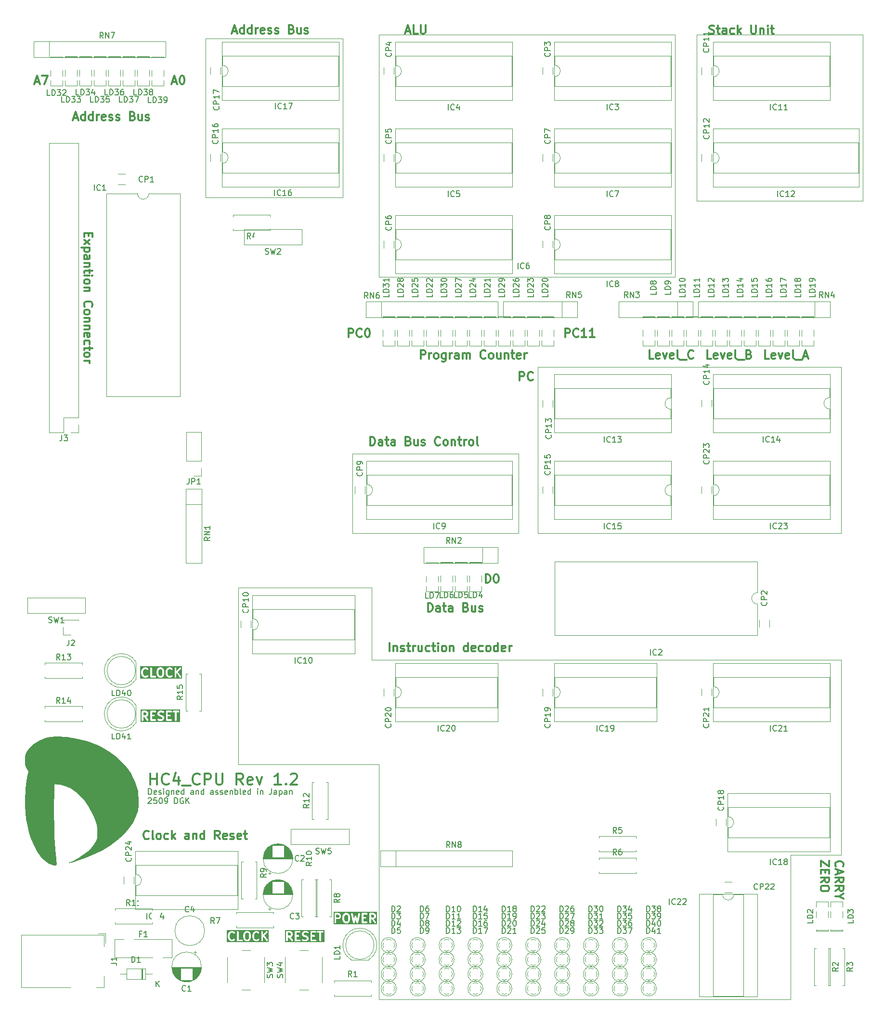
<source format=gto>
G04 #@! TF.GenerationSoftware,KiCad,Pcbnew,8.0.6*
G04 #@! TF.CreationDate,2025-02-23T11:38:15+09:00*
G04 #@! TF.ProjectId,HC4_KiCad,4843345f-4b69-4436-9164-2e6b69636164,1.2*
G04 #@! TF.SameCoordinates,Original*
G04 #@! TF.FileFunction,Legend,Top*
G04 #@! TF.FilePolarity,Positive*
%FSLAX46Y46*%
G04 Gerber Fmt 4.6, Leading zero omitted, Abs format (unit mm)*
G04 Created by KiCad (PCBNEW 8.0.6) date 2025-02-23 11:38:15*
%MOMM*%
%LPD*%
G01*
G04 APERTURE LIST*
%ADD10C,0.100000*%
%ADD11C,0.300000*%
%ADD12C,0.150000*%
%ADD13C,0.120000*%
%ADD14C,0.000000*%
%ADD15R,1.800000X1.800000*%
%ADD16C,1.800000*%
%ADD17R,1.600000X1.600000*%
%ADD18O,1.600000X1.600000*%
%ADD19R,1.600000X1.400000*%
%ADD20O,1.600000X1.400000*%
%ADD21R,1.700000X1.700000*%
%ADD22C,1.600000*%
%ADD23O,1.700000X1.700000*%
%ADD24R,2.000000X4.600000*%
%ADD25O,2.000000X4.200000*%
%ADD26O,4.200000X2.000000*%
%ADD27R,1.500000X1.500000*%
%ADD28C,2.000000*%
%ADD29C,2.010000*%
%ADD30O,1.500000X1.500000*%
%ADD31C,1.200000*%
G04 APERTURE END LIST*
D10*
X88500000Y-125095000D02*
X65005000Y-125095000D01*
X162160000Y-172085000D02*
X162160000Y-197485000D01*
X88500000Y-137795000D02*
X88500000Y-125095000D01*
X85090000Y-101600000D02*
X114300000Y-101600000D01*
X114300000Y-115570000D01*
X85090000Y-115570000D01*
X85090000Y-101600000D01*
X65005000Y-156210000D02*
X89770000Y-156210000D01*
X140570000Y-137795000D02*
X88500000Y-137795000D01*
X145650000Y-27940000D02*
X174860000Y-27940000D01*
X174860000Y-57150000D01*
X145650000Y-57150000D01*
X145650000Y-27940000D01*
X65005000Y-125095000D02*
X65005000Y-156210000D01*
X59290000Y-28575000D02*
X83420000Y-28575000D01*
X83420000Y-56515000D01*
X59290000Y-56515000D01*
X59290000Y-28575000D01*
X89770000Y-27940000D02*
X141840000Y-27940000D01*
X141840000Y-70485000D01*
X89770000Y-70485000D01*
X89770000Y-27940000D01*
X171050000Y-137795000D02*
X171050000Y-172085000D01*
X171050000Y-137795000D02*
X140570000Y-137795000D01*
X171050000Y-172085000D02*
X162160000Y-172085000D01*
X89770000Y-156210000D02*
X89770000Y-197485000D01*
X117710000Y-86360000D02*
X171050000Y-86360000D01*
X171050000Y-115570000D01*
X117710000Y-115570000D01*
X117710000Y-86360000D01*
X162160000Y-197485000D02*
X140570000Y-197485000D01*
X89770000Y-197485000D02*
X140570000Y-197485000D01*
D11*
X64023082Y-27312257D02*
X64737368Y-27312257D01*
X63880225Y-27740828D02*
X64380225Y-26240828D01*
X64380225Y-26240828D02*
X64880225Y-27740828D01*
X66023082Y-27740828D02*
X66023082Y-26240828D01*
X66023082Y-27669400D02*
X65880224Y-27740828D01*
X65880224Y-27740828D02*
X65594510Y-27740828D01*
X65594510Y-27740828D02*
X65451653Y-27669400D01*
X65451653Y-27669400D02*
X65380224Y-27597971D01*
X65380224Y-27597971D02*
X65308796Y-27455114D01*
X65308796Y-27455114D02*
X65308796Y-27026542D01*
X65308796Y-27026542D02*
X65380224Y-26883685D01*
X65380224Y-26883685D02*
X65451653Y-26812257D01*
X65451653Y-26812257D02*
X65594510Y-26740828D01*
X65594510Y-26740828D02*
X65880224Y-26740828D01*
X65880224Y-26740828D02*
X66023082Y-26812257D01*
X67380225Y-27740828D02*
X67380225Y-26240828D01*
X67380225Y-27669400D02*
X67237367Y-27740828D01*
X67237367Y-27740828D02*
X66951653Y-27740828D01*
X66951653Y-27740828D02*
X66808796Y-27669400D01*
X66808796Y-27669400D02*
X66737367Y-27597971D01*
X66737367Y-27597971D02*
X66665939Y-27455114D01*
X66665939Y-27455114D02*
X66665939Y-27026542D01*
X66665939Y-27026542D02*
X66737367Y-26883685D01*
X66737367Y-26883685D02*
X66808796Y-26812257D01*
X66808796Y-26812257D02*
X66951653Y-26740828D01*
X66951653Y-26740828D02*
X67237367Y-26740828D01*
X67237367Y-26740828D02*
X67380225Y-26812257D01*
X68094510Y-27740828D02*
X68094510Y-26740828D01*
X68094510Y-27026542D02*
X68165939Y-26883685D01*
X68165939Y-26883685D02*
X68237368Y-26812257D01*
X68237368Y-26812257D02*
X68380225Y-26740828D01*
X68380225Y-26740828D02*
X68523082Y-26740828D01*
X69594510Y-27669400D02*
X69451653Y-27740828D01*
X69451653Y-27740828D02*
X69165939Y-27740828D01*
X69165939Y-27740828D02*
X69023081Y-27669400D01*
X69023081Y-27669400D02*
X68951653Y-27526542D01*
X68951653Y-27526542D02*
X68951653Y-26955114D01*
X68951653Y-26955114D02*
X69023081Y-26812257D01*
X69023081Y-26812257D02*
X69165939Y-26740828D01*
X69165939Y-26740828D02*
X69451653Y-26740828D01*
X69451653Y-26740828D02*
X69594510Y-26812257D01*
X69594510Y-26812257D02*
X69665939Y-26955114D01*
X69665939Y-26955114D02*
X69665939Y-27097971D01*
X69665939Y-27097971D02*
X68951653Y-27240828D01*
X70237367Y-27669400D02*
X70380224Y-27740828D01*
X70380224Y-27740828D02*
X70665938Y-27740828D01*
X70665938Y-27740828D02*
X70808795Y-27669400D01*
X70808795Y-27669400D02*
X70880224Y-27526542D01*
X70880224Y-27526542D02*
X70880224Y-27455114D01*
X70880224Y-27455114D02*
X70808795Y-27312257D01*
X70808795Y-27312257D02*
X70665938Y-27240828D01*
X70665938Y-27240828D02*
X70451653Y-27240828D01*
X70451653Y-27240828D02*
X70308795Y-27169400D01*
X70308795Y-27169400D02*
X70237367Y-27026542D01*
X70237367Y-27026542D02*
X70237367Y-26955114D01*
X70237367Y-26955114D02*
X70308795Y-26812257D01*
X70308795Y-26812257D02*
X70451653Y-26740828D01*
X70451653Y-26740828D02*
X70665938Y-26740828D01*
X70665938Y-26740828D02*
X70808795Y-26812257D01*
X71451653Y-27669400D02*
X71594510Y-27740828D01*
X71594510Y-27740828D02*
X71880224Y-27740828D01*
X71880224Y-27740828D02*
X72023081Y-27669400D01*
X72023081Y-27669400D02*
X72094510Y-27526542D01*
X72094510Y-27526542D02*
X72094510Y-27455114D01*
X72094510Y-27455114D02*
X72023081Y-27312257D01*
X72023081Y-27312257D02*
X71880224Y-27240828D01*
X71880224Y-27240828D02*
X71665939Y-27240828D01*
X71665939Y-27240828D02*
X71523081Y-27169400D01*
X71523081Y-27169400D02*
X71451653Y-27026542D01*
X71451653Y-27026542D02*
X71451653Y-26955114D01*
X71451653Y-26955114D02*
X71523081Y-26812257D01*
X71523081Y-26812257D02*
X71665939Y-26740828D01*
X71665939Y-26740828D02*
X71880224Y-26740828D01*
X71880224Y-26740828D02*
X72023081Y-26812257D01*
X74380224Y-26955114D02*
X74594510Y-27026542D01*
X74594510Y-27026542D02*
X74665939Y-27097971D01*
X74665939Y-27097971D02*
X74737367Y-27240828D01*
X74737367Y-27240828D02*
X74737367Y-27455114D01*
X74737367Y-27455114D02*
X74665939Y-27597971D01*
X74665939Y-27597971D02*
X74594510Y-27669400D01*
X74594510Y-27669400D02*
X74451653Y-27740828D01*
X74451653Y-27740828D02*
X73880224Y-27740828D01*
X73880224Y-27740828D02*
X73880224Y-26240828D01*
X73880224Y-26240828D02*
X74380224Y-26240828D01*
X74380224Y-26240828D02*
X74523082Y-26312257D01*
X74523082Y-26312257D02*
X74594510Y-26383685D01*
X74594510Y-26383685D02*
X74665939Y-26526542D01*
X74665939Y-26526542D02*
X74665939Y-26669400D01*
X74665939Y-26669400D02*
X74594510Y-26812257D01*
X74594510Y-26812257D02*
X74523082Y-26883685D01*
X74523082Y-26883685D02*
X74380224Y-26955114D01*
X74380224Y-26955114D02*
X73880224Y-26955114D01*
X76023082Y-26740828D02*
X76023082Y-27740828D01*
X75380224Y-26740828D02*
X75380224Y-27526542D01*
X75380224Y-27526542D02*
X75451653Y-27669400D01*
X75451653Y-27669400D02*
X75594510Y-27740828D01*
X75594510Y-27740828D02*
X75808796Y-27740828D01*
X75808796Y-27740828D02*
X75951653Y-27669400D01*
X75951653Y-27669400D02*
X76023082Y-27597971D01*
X76665939Y-27669400D02*
X76808796Y-27740828D01*
X76808796Y-27740828D02*
X77094510Y-27740828D01*
X77094510Y-27740828D02*
X77237367Y-27669400D01*
X77237367Y-27669400D02*
X77308796Y-27526542D01*
X77308796Y-27526542D02*
X77308796Y-27455114D01*
X77308796Y-27455114D02*
X77237367Y-27312257D01*
X77237367Y-27312257D02*
X77094510Y-27240828D01*
X77094510Y-27240828D02*
X76880225Y-27240828D01*
X76880225Y-27240828D02*
X76737367Y-27169400D01*
X76737367Y-27169400D02*
X76665939Y-27026542D01*
X76665939Y-27026542D02*
X76665939Y-26955114D01*
X76665939Y-26955114D02*
X76737367Y-26812257D01*
X76737367Y-26812257D02*
X76880225Y-26740828D01*
X76880225Y-26740828D02*
X77094510Y-26740828D01*
X77094510Y-26740828D02*
X77237367Y-26812257D01*
X158348796Y-84890828D02*
X157634510Y-84890828D01*
X157634510Y-84890828D02*
X157634510Y-83390828D01*
X159420225Y-84819400D02*
X159277368Y-84890828D01*
X159277368Y-84890828D02*
X158991654Y-84890828D01*
X158991654Y-84890828D02*
X158848796Y-84819400D01*
X158848796Y-84819400D02*
X158777368Y-84676542D01*
X158777368Y-84676542D02*
X158777368Y-84105114D01*
X158777368Y-84105114D02*
X158848796Y-83962257D01*
X158848796Y-83962257D02*
X158991654Y-83890828D01*
X158991654Y-83890828D02*
X159277368Y-83890828D01*
X159277368Y-83890828D02*
X159420225Y-83962257D01*
X159420225Y-83962257D02*
X159491654Y-84105114D01*
X159491654Y-84105114D02*
X159491654Y-84247971D01*
X159491654Y-84247971D02*
X158777368Y-84390828D01*
X159991653Y-83890828D02*
X160348796Y-84890828D01*
X160348796Y-84890828D02*
X160705939Y-83890828D01*
X161848796Y-84819400D02*
X161705939Y-84890828D01*
X161705939Y-84890828D02*
X161420225Y-84890828D01*
X161420225Y-84890828D02*
X161277367Y-84819400D01*
X161277367Y-84819400D02*
X161205939Y-84676542D01*
X161205939Y-84676542D02*
X161205939Y-84105114D01*
X161205939Y-84105114D02*
X161277367Y-83962257D01*
X161277367Y-83962257D02*
X161420225Y-83890828D01*
X161420225Y-83890828D02*
X161705939Y-83890828D01*
X161705939Y-83890828D02*
X161848796Y-83962257D01*
X161848796Y-83962257D02*
X161920225Y-84105114D01*
X161920225Y-84105114D02*
X161920225Y-84247971D01*
X161920225Y-84247971D02*
X161205939Y-84390828D01*
X162777367Y-84890828D02*
X162634510Y-84819400D01*
X162634510Y-84819400D02*
X162563081Y-84676542D01*
X162563081Y-84676542D02*
X162563081Y-83390828D01*
X162991653Y-85033685D02*
X164134510Y-85033685D01*
X164420224Y-84462257D02*
X165134510Y-84462257D01*
X164277367Y-84890828D02*
X164777367Y-83390828D01*
X164777367Y-83390828D02*
X165277367Y-84890828D01*
X91594510Y-136325828D02*
X91594510Y-134825828D01*
X92308796Y-135325828D02*
X92308796Y-136325828D01*
X92308796Y-135468685D02*
X92380225Y-135397257D01*
X92380225Y-135397257D02*
X92523082Y-135325828D01*
X92523082Y-135325828D02*
X92737368Y-135325828D01*
X92737368Y-135325828D02*
X92880225Y-135397257D01*
X92880225Y-135397257D02*
X92951654Y-135540114D01*
X92951654Y-135540114D02*
X92951654Y-136325828D01*
X93594511Y-136254400D02*
X93737368Y-136325828D01*
X93737368Y-136325828D02*
X94023082Y-136325828D01*
X94023082Y-136325828D02*
X94165939Y-136254400D01*
X94165939Y-136254400D02*
X94237368Y-136111542D01*
X94237368Y-136111542D02*
X94237368Y-136040114D01*
X94237368Y-136040114D02*
X94165939Y-135897257D01*
X94165939Y-135897257D02*
X94023082Y-135825828D01*
X94023082Y-135825828D02*
X93808797Y-135825828D01*
X93808797Y-135825828D02*
X93665939Y-135754400D01*
X93665939Y-135754400D02*
X93594511Y-135611542D01*
X93594511Y-135611542D02*
X93594511Y-135540114D01*
X93594511Y-135540114D02*
X93665939Y-135397257D01*
X93665939Y-135397257D02*
X93808797Y-135325828D01*
X93808797Y-135325828D02*
X94023082Y-135325828D01*
X94023082Y-135325828D02*
X94165939Y-135397257D01*
X94665940Y-135325828D02*
X95237368Y-135325828D01*
X94880225Y-134825828D02*
X94880225Y-136111542D01*
X94880225Y-136111542D02*
X94951654Y-136254400D01*
X94951654Y-136254400D02*
X95094511Y-136325828D01*
X95094511Y-136325828D02*
X95237368Y-136325828D01*
X95737368Y-136325828D02*
X95737368Y-135325828D01*
X95737368Y-135611542D02*
X95808797Y-135468685D01*
X95808797Y-135468685D02*
X95880226Y-135397257D01*
X95880226Y-135397257D02*
X96023083Y-135325828D01*
X96023083Y-135325828D02*
X96165940Y-135325828D01*
X97308797Y-135325828D02*
X97308797Y-136325828D01*
X96665939Y-135325828D02*
X96665939Y-136111542D01*
X96665939Y-136111542D02*
X96737368Y-136254400D01*
X96737368Y-136254400D02*
X96880225Y-136325828D01*
X96880225Y-136325828D02*
X97094511Y-136325828D01*
X97094511Y-136325828D02*
X97237368Y-136254400D01*
X97237368Y-136254400D02*
X97308797Y-136182971D01*
X98665940Y-136254400D02*
X98523082Y-136325828D01*
X98523082Y-136325828D02*
X98237368Y-136325828D01*
X98237368Y-136325828D02*
X98094511Y-136254400D01*
X98094511Y-136254400D02*
X98023082Y-136182971D01*
X98023082Y-136182971D02*
X97951654Y-136040114D01*
X97951654Y-136040114D02*
X97951654Y-135611542D01*
X97951654Y-135611542D02*
X98023082Y-135468685D01*
X98023082Y-135468685D02*
X98094511Y-135397257D01*
X98094511Y-135397257D02*
X98237368Y-135325828D01*
X98237368Y-135325828D02*
X98523082Y-135325828D01*
X98523082Y-135325828D02*
X98665940Y-135397257D01*
X99094511Y-135325828D02*
X99665939Y-135325828D01*
X99308796Y-134825828D02*
X99308796Y-136111542D01*
X99308796Y-136111542D02*
X99380225Y-136254400D01*
X99380225Y-136254400D02*
X99523082Y-136325828D01*
X99523082Y-136325828D02*
X99665939Y-136325828D01*
X100165939Y-136325828D02*
X100165939Y-135325828D01*
X100165939Y-134825828D02*
X100094511Y-134897257D01*
X100094511Y-134897257D02*
X100165939Y-134968685D01*
X100165939Y-134968685D02*
X100237368Y-134897257D01*
X100237368Y-134897257D02*
X100165939Y-134825828D01*
X100165939Y-134825828D02*
X100165939Y-134968685D01*
X101094511Y-136325828D02*
X100951654Y-136254400D01*
X100951654Y-136254400D02*
X100880225Y-136182971D01*
X100880225Y-136182971D02*
X100808797Y-136040114D01*
X100808797Y-136040114D02*
X100808797Y-135611542D01*
X100808797Y-135611542D02*
X100880225Y-135468685D01*
X100880225Y-135468685D02*
X100951654Y-135397257D01*
X100951654Y-135397257D02*
X101094511Y-135325828D01*
X101094511Y-135325828D02*
X101308797Y-135325828D01*
X101308797Y-135325828D02*
X101451654Y-135397257D01*
X101451654Y-135397257D02*
X101523083Y-135468685D01*
X101523083Y-135468685D02*
X101594511Y-135611542D01*
X101594511Y-135611542D02*
X101594511Y-136040114D01*
X101594511Y-136040114D02*
X101523083Y-136182971D01*
X101523083Y-136182971D02*
X101451654Y-136254400D01*
X101451654Y-136254400D02*
X101308797Y-136325828D01*
X101308797Y-136325828D02*
X101094511Y-136325828D01*
X102237368Y-135325828D02*
X102237368Y-136325828D01*
X102237368Y-135468685D02*
X102308797Y-135397257D01*
X102308797Y-135397257D02*
X102451654Y-135325828D01*
X102451654Y-135325828D02*
X102665940Y-135325828D01*
X102665940Y-135325828D02*
X102808797Y-135397257D01*
X102808797Y-135397257D02*
X102880226Y-135540114D01*
X102880226Y-135540114D02*
X102880226Y-136325828D01*
X105380226Y-136325828D02*
X105380226Y-134825828D01*
X105380226Y-136254400D02*
X105237368Y-136325828D01*
X105237368Y-136325828D02*
X104951654Y-136325828D01*
X104951654Y-136325828D02*
X104808797Y-136254400D01*
X104808797Y-136254400D02*
X104737368Y-136182971D01*
X104737368Y-136182971D02*
X104665940Y-136040114D01*
X104665940Y-136040114D02*
X104665940Y-135611542D01*
X104665940Y-135611542D02*
X104737368Y-135468685D01*
X104737368Y-135468685D02*
X104808797Y-135397257D01*
X104808797Y-135397257D02*
X104951654Y-135325828D01*
X104951654Y-135325828D02*
X105237368Y-135325828D01*
X105237368Y-135325828D02*
X105380226Y-135397257D01*
X106665940Y-136254400D02*
X106523083Y-136325828D01*
X106523083Y-136325828D02*
X106237369Y-136325828D01*
X106237369Y-136325828D02*
X106094511Y-136254400D01*
X106094511Y-136254400D02*
X106023083Y-136111542D01*
X106023083Y-136111542D02*
X106023083Y-135540114D01*
X106023083Y-135540114D02*
X106094511Y-135397257D01*
X106094511Y-135397257D02*
X106237369Y-135325828D01*
X106237369Y-135325828D02*
X106523083Y-135325828D01*
X106523083Y-135325828D02*
X106665940Y-135397257D01*
X106665940Y-135397257D02*
X106737369Y-135540114D01*
X106737369Y-135540114D02*
X106737369Y-135682971D01*
X106737369Y-135682971D02*
X106023083Y-135825828D01*
X108023083Y-136254400D02*
X107880225Y-136325828D01*
X107880225Y-136325828D02*
X107594511Y-136325828D01*
X107594511Y-136325828D02*
X107451654Y-136254400D01*
X107451654Y-136254400D02*
X107380225Y-136182971D01*
X107380225Y-136182971D02*
X107308797Y-136040114D01*
X107308797Y-136040114D02*
X107308797Y-135611542D01*
X107308797Y-135611542D02*
X107380225Y-135468685D01*
X107380225Y-135468685D02*
X107451654Y-135397257D01*
X107451654Y-135397257D02*
X107594511Y-135325828D01*
X107594511Y-135325828D02*
X107880225Y-135325828D01*
X107880225Y-135325828D02*
X108023083Y-135397257D01*
X108880225Y-136325828D02*
X108737368Y-136254400D01*
X108737368Y-136254400D02*
X108665939Y-136182971D01*
X108665939Y-136182971D02*
X108594511Y-136040114D01*
X108594511Y-136040114D02*
X108594511Y-135611542D01*
X108594511Y-135611542D02*
X108665939Y-135468685D01*
X108665939Y-135468685D02*
X108737368Y-135397257D01*
X108737368Y-135397257D02*
X108880225Y-135325828D01*
X108880225Y-135325828D02*
X109094511Y-135325828D01*
X109094511Y-135325828D02*
X109237368Y-135397257D01*
X109237368Y-135397257D02*
X109308797Y-135468685D01*
X109308797Y-135468685D02*
X109380225Y-135611542D01*
X109380225Y-135611542D02*
X109380225Y-136040114D01*
X109380225Y-136040114D02*
X109308797Y-136182971D01*
X109308797Y-136182971D02*
X109237368Y-136254400D01*
X109237368Y-136254400D02*
X109094511Y-136325828D01*
X109094511Y-136325828D02*
X108880225Y-136325828D01*
X110665940Y-136325828D02*
X110665940Y-134825828D01*
X110665940Y-136254400D02*
X110523082Y-136325828D01*
X110523082Y-136325828D02*
X110237368Y-136325828D01*
X110237368Y-136325828D02*
X110094511Y-136254400D01*
X110094511Y-136254400D02*
X110023082Y-136182971D01*
X110023082Y-136182971D02*
X109951654Y-136040114D01*
X109951654Y-136040114D02*
X109951654Y-135611542D01*
X109951654Y-135611542D02*
X110023082Y-135468685D01*
X110023082Y-135468685D02*
X110094511Y-135397257D01*
X110094511Y-135397257D02*
X110237368Y-135325828D01*
X110237368Y-135325828D02*
X110523082Y-135325828D01*
X110523082Y-135325828D02*
X110665940Y-135397257D01*
X111951654Y-136254400D02*
X111808797Y-136325828D01*
X111808797Y-136325828D02*
X111523083Y-136325828D01*
X111523083Y-136325828D02*
X111380225Y-136254400D01*
X111380225Y-136254400D02*
X111308797Y-136111542D01*
X111308797Y-136111542D02*
X111308797Y-135540114D01*
X111308797Y-135540114D02*
X111380225Y-135397257D01*
X111380225Y-135397257D02*
X111523083Y-135325828D01*
X111523083Y-135325828D02*
X111808797Y-135325828D01*
X111808797Y-135325828D02*
X111951654Y-135397257D01*
X111951654Y-135397257D02*
X112023083Y-135540114D01*
X112023083Y-135540114D02*
X112023083Y-135682971D01*
X112023083Y-135682971D02*
X111308797Y-135825828D01*
X112665939Y-136325828D02*
X112665939Y-135325828D01*
X112665939Y-135611542D02*
X112737368Y-135468685D01*
X112737368Y-135468685D02*
X112808797Y-135397257D01*
X112808797Y-135397257D02*
X112951654Y-135325828D01*
X112951654Y-135325828D02*
X113094511Y-135325828D01*
X148188796Y-84890828D02*
X147474510Y-84890828D01*
X147474510Y-84890828D02*
X147474510Y-83390828D01*
X149260225Y-84819400D02*
X149117368Y-84890828D01*
X149117368Y-84890828D02*
X148831654Y-84890828D01*
X148831654Y-84890828D02*
X148688796Y-84819400D01*
X148688796Y-84819400D02*
X148617368Y-84676542D01*
X148617368Y-84676542D02*
X148617368Y-84105114D01*
X148617368Y-84105114D02*
X148688796Y-83962257D01*
X148688796Y-83962257D02*
X148831654Y-83890828D01*
X148831654Y-83890828D02*
X149117368Y-83890828D01*
X149117368Y-83890828D02*
X149260225Y-83962257D01*
X149260225Y-83962257D02*
X149331654Y-84105114D01*
X149331654Y-84105114D02*
X149331654Y-84247971D01*
X149331654Y-84247971D02*
X148617368Y-84390828D01*
X149831653Y-83890828D02*
X150188796Y-84890828D01*
X150188796Y-84890828D02*
X150545939Y-83890828D01*
X151688796Y-84819400D02*
X151545939Y-84890828D01*
X151545939Y-84890828D02*
X151260225Y-84890828D01*
X151260225Y-84890828D02*
X151117367Y-84819400D01*
X151117367Y-84819400D02*
X151045939Y-84676542D01*
X151045939Y-84676542D02*
X151045939Y-84105114D01*
X151045939Y-84105114D02*
X151117367Y-83962257D01*
X151117367Y-83962257D02*
X151260225Y-83890828D01*
X151260225Y-83890828D02*
X151545939Y-83890828D01*
X151545939Y-83890828D02*
X151688796Y-83962257D01*
X151688796Y-83962257D02*
X151760225Y-84105114D01*
X151760225Y-84105114D02*
X151760225Y-84247971D01*
X151760225Y-84247971D02*
X151045939Y-84390828D01*
X152617367Y-84890828D02*
X152474510Y-84819400D01*
X152474510Y-84819400D02*
X152403081Y-84676542D01*
X152403081Y-84676542D02*
X152403081Y-83390828D01*
X152831653Y-85033685D02*
X153974510Y-85033685D01*
X154831652Y-84105114D02*
X155045938Y-84176542D01*
X155045938Y-84176542D02*
X155117367Y-84247971D01*
X155117367Y-84247971D02*
X155188795Y-84390828D01*
X155188795Y-84390828D02*
X155188795Y-84605114D01*
X155188795Y-84605114D02*
X155117367Y-84747971D01*
X155117367Y-84747971D02*
X155045938Y-84819400D01*
X155045938Y-84819400D02*
X154903081Y-84890828D01*
X154903081Y-84890828D02*
X154331652Y-84890828D01*
X154331652Y-84890828D02*
X154331652Y-83390828D01*
X154331652Y-83390828D02*
X154831652Y-83390828D01*
X154831652Y-83390828D02*
X154974510Y-83462257D01*
X154974510Y-83462257D02*
X155045938Y-83533685D01*
X155045938Y-83533685D02*
X155117367Y-83676542D01*
X155117367Y-83676542D02*
X155117367Y-83819400D01*
X155117367Y-83819400D02*
X155045938Y-83962257D01*
X155045938Y-83962257D02*
X154974510Y-84033685D01*
X154974510Y-84033685D02*
X154831652Y-84105114D01*
X154831652Y-84105114D02*
X154331652Y-84105114D01*
X138028796Y-84890828D02*
X137314510Y-84890828D01*
X137314510Y-84890828D02*
X137314510Y-83390828D01*
X139100225Y-84819400D02*
X138957368Y-84890828D01*
X138957368Y-84890828D02*
X138671654Y-84890828D01*
X138671654Y-84890828D02*
X138528796Y-84819400D01*
X138528796Y-84819400D02*
X138457368Y-84676542D01*
X138457368Y-84676542D02*
X138457368Y-84105114D01*
X138457368Y-84105114D02*
X138528796Y-83962257D01*
X138528796Y-83962257D02*
X138671654Y-83890828D01*
X138671654Y-83890828D02*
X138957368Y-83890828D01*
X138957368Y-83890828D02*
X139100225Y-83962257D01*
X139100225Y-83962257D02*
X139171654Y-84105114D01*
X139171654Y-84105114D02*
X139171654Y-84247971D01*
X139171654Y-84247971D02*
X138457368Y-84390828D01*
X139671653Y-83890828D02*
X140028796Y-84890828D01*
X140028796Y-84890828D02*
X140385939Y-83890828D01*
X141528796Y-84819400D02*
X141385939Y-84890828D01*
X141385939Y-84890828D02*
X141100225Y-84890828D01*
X141100225Y-84890828D02*
X140957367Y-84819400D01*
X140957367Y-84819400D02*
X140885939Y-84676542D01*
X140885939Y-84676542D02*
X140885939Y-84105114D01*
X140885939Y-84105114D02*
X140957367Y-83962257D01*
X140957367Y-83962257D02*
X141100225Y-83890828D01*
X141100225Y-83890828D02*
X141385939Y-83890828D01*
X141385939Y-83890828D02*
X141528796Y-83962257D01*
X141528796Y-83962257D02*
X141600225Y-84105114D01*
X141600225Y-84105114D02*
X141600225Y-84247971D01*
X141600225Y-84247971D02*
X140885939Y-84390828D01*
X142457367Y-84890828D02*
X142314510Y-84819400D01*
X142314510Y-84819400D02*
X142243081Y-84676542D01*
X142243081Y-84676542D02*
X142243081Y-83390828D01*
X142671653Y-85033685D02*
X143814510Y-85033685D01*
X145028795Y-84747971D02*
X144957367Y-84819400D01*
X144957367Y-84819400D02*
X144743081Y-84890828D01*
X144743081Y-84890828D02*
X144600224Y-84890828D01*
X144600224Y-84890828D02*
X144385938Y-84819400D01*
X144385938Y-84819400D02*
X144243081Y-84676542D01*
X144243081Y-84676542D02*
X144171652Y-84533685D01*
X144171652Y-84533685D02*
X144100224Y-84247971D01*
X144100224Y-84247971D02*
X144100224Y-84033685D01*
X144100224Y-84033685D02*
X144171652Y-83747971D01*
X144171652Y-83747971D02*
X144243081Y-83605114D01*
X144243081Y-83605114D02*
X144385938Y-83462257D01*
X144385938Y-83462257D02*
X144600224Y-83390828D01*
X144600224Y-83390828D02*
X144743081Y-83390828D01*
X144743081Y-83390828D02*
X144957367Y-83462257D01*
X144957367Y-83462257D02*
X145028795Y-83533685D01*
G36*
X74204943Y-185820535D02*
G01*
X74241947Y-185857539D01*
X74286653Y-185946951D01*
X74286653Y-186090418D01*
X74241946Y-186179831D01*
X74204941Y-186216836D01*
X74115529Y-186261542D01*
X73729510Y-186261542D01*
X73729510Y-185775828D01*
X74115529Y-185775828D01*
X74204943Y-185820535D01*
G37*
G36*
X80179010Y-187442495D02*
G01*
X73262843Y-187442495D01*
X73262843Y-185625828D01*
X73429510Y-185625828D01*
X73429510Y-187125828D01*
X73432392Y-187155092D01*
X73454790Y-187209164D01*
X73496174Y-187250548D01*
X73550246Y-187272946D01*
X73608774Y-187272946D01*
X73662846Y-187250548D01*
X73704230Y-187209164D01*
X73726628Y-187155092D01*
X73729510Y-187125828D01*
X73729510Y-186561542D01*
X73858555Y-186561542D01*
X74313768Y-187211847D01*
X74332911Y-187234169D01*
X74382268Y-187265622D01*
X74439904Y-187275793D01*
X74497046Y-187263134D01*
X74544994Y-187229570D01*
X74576447Y-187180213D01*
X74586618Y-187122577D01*
X74573959Y-187065435D01*
X74559538Y-187039809D01*
X74214586Y-186547020D01*
X74218021Y-186545706D01*
X74360878Y-186474278D01*
X74373471Y-186466350D01*
X74377131Y-186464835D01*
X74381250Y-186461453D01*
X74385764Y-186458613D01*
X74388360Y-186455619D01*
X74399862Y-186446180D01*
X74471291Y-186374751D01*
X74480732Y-186363246D01*
X74483724Y-186360652D01*
X74486562Y-186356142D01*
X74489946Y-186352020D01*
X74491462Y-186348358D01*
X74499389Y-186335767D01*
X74570817Y-186192909D01*
X74581327Y-186165446D01*
X74581708Y-186160070D01*
X74583771Y-186155092D01*
X74586653Y-186125828D01*
X74586653Y-185911542D01*
X74583771Y-185882278D01*
X74581708Y-185877299D01*
X74581327Y-185871924D01*
X74570817Y-185844461D01*
X74499389Y-185701603D01*
X74491460Y-185689008D01*
X74489945Y-185685349D01*
X74486563Y-185681228D01*
X74483724Y-185676718D01*
X74480732Y-185674123D01*
X74471290Y-185662618D01*
X74434499Y-185625828D01*
X74929510Y-185625828D01*
X74929510Y-187125828D01*
X74932392Y-187155092D01*
X74954790Y-187209164D01*
X74996174Y-187250548D01*
X75050246Y-187272946D01*
X75079510Y-187275828D01*
X75793796Y-187275828D01*
X75823060Y-187272946D01*
X75877132Y-187250548D01*
X75918516Y-187209164D01*
X75940914Y-187155092D01*
X75940914Y-187096564D01*
X75918516Y-187042492D01*
X75877132Y-187001108D01*
X75823060Y-186978710D01*
X75793796Y-186975828D01*
X75229510Y-186975828D01*
X75229510Y-186490114D01*
X75579510Y-186490114D01*
X75608774Y-186487232D01*
X75662846Y-186464834D01*
X75704230Y-186423450D01*
X75726628Y-186369378D01*
X75726628Y-186310850D01*
X75704230Y-186256778D01*
X75662846Y-186215394D01*
X75608774Y-186192996D01*
X75579510Y-186190114D01*
X75229510Y-186190114D01*
X75229510Y-185911542D01*
X76215225Y-185911542D01*
X76215225Y-186054400D01*
X76218107Y-186083664D01*
X76220169Y-186088642D01*
X76220551Y-186094018D01*
X76231061Y-186121482D01*
X76302489Y-186264339D01*
X76310417Y-186276934D01*
X76311933Y-186280593D01*
X76315312Y-186284710D01*
X76318154Y-186289225D01*
X76321148Y-186291821D01*
X76330588Y-186303324D01*
X76402017Y-186374752D01*
X76413517Y-186384190D01*
X76416114Y-186387184D01*
X76420626Y-186390024D01*
X76424747Y-186393406D01*
X76428406Y-186394921D01*
X76441000Y-186402849D01*
X76583856Y-186474278D01*
X76585998Y-186475097D01*
X76586868Y-186475742D01*
X76599139Y-186480126D01*
X76611320Y-186484787D01*
X76612400Y-186484863D01*
X76614559Y-186485635D01*
X76884297Y-186553069D01*
X76990656Y-186606248D01*
X77027660Y-186643253D01*
X77072368Y-186732667D01*
X77072368Y-186804703D01*
X77027660Y-186894117D01*
X76990657Y-186931121D01*
X76901244Y-186975828D01*
X76603854Y-186975828D01*
X76412659Y-186912097D01*
X76383985Y-186905577D01*
X76325605Y-186909727D01*
X76273258Y-186935901D01*
X76234910Y-186980115D01*
X76216402Y-187035640D01*
X76220552Y-187094020D01*
X76246726Y-187146367D01*
X76290940Y-187184715D01*
X76317791Y-187196703D01*
X76532077Y-187268131D01*
X76546589Y-187271430D01*
X76550247Y-187272946D01*
X76555549Y-187273468D01*
X76560751Y-187274651D01*
X76564705Y-187274369D01*
X76579511Y-187275828D01*
X76936653Y-187275828D01*
X76965917Y-187272946D01*
X76970895Y-187270883D01*
X76976271Y-187270502D01*
X77003734Y-187259992D01*
X77146593Y-187188564D01*
X77159187Y-187180635D01*
X77162847Y-187179120D01*
X77166967Y-187175738D01*
X77171478Y-187172899D01*
X77174072Y-187169907D01*
X77185578Y-187160465D01*
X77257006Y-187089036D01*
X77266444Y-187077535D01*
X77269438Y-187074939D01*
X77272278Y-187070426D01*
X77275660Y-187066306D01*
X77277175Y-187062646D01*
X77285103Y-187050053D01*
X77356532Y-186907197D01*
X77367041Y-186879733D01*
X77367422Y-186874358D01*
X77369486Y-186869378D01*
X77372368Y-186840114D01*
X77372368Y-186697257D01*
X77369486Y-186667993D01*
X77367422Y-186663012D01*
X77367041Y-186657638D01*
X77356532Y-186630174D01*
X77285103Y-186487318D01*
X77277175Y-186474724D01*
X77275660Y-186471065D01*
X77272278Y-186466944D01*
X77269438Y-186462432D01*
X77266444Y-186459835D01*
X77257006Y-186448335D01*
X77185578Y-186376906D01*
X77174075Y-186367466D01*
X77171479Y-186364472D01*
X77166964Y-186361630D01*
X77162847Y-186358251D01*
X77159188Y-186356735D01*
X77146593Y-186348807D01*
X77003735Y-186277378D01*
X77001594Y-186276558D01*
X77000724Y-186275914D01*
X76988468Y-186271535D01*
X76976272Y-186266868D01*
X76975188Y-186266791D01*
X76973033Y-186266021D01*
X76703295Y-186198586D01*
X76596935Y-186145406D01*
X76559930Y-186108401D01*
X76515225Y-186018990D01*
X76515225Y-185946951D01*
X76559930Y-185857540D01*
X76596935Y-185820535D01*
X76686349Y-185775828D01*
X76983742Y-185775828D01*
X77174933Y-185839559D01*
X77203607Y-185846079D01*
X77261987Y-185841930D01*
X77314334Y-185815756D01*
X77352682Y-185771542D01*
X77371190Y-185716018D01*
X77367041Y-185657638D01*
X77351136Y-185625828D01*
X77715224Y-185625828D01*
X77715224Y-187125828D01*
X77718106Y-187155092D01*
X77740504Y-187209164D01*
X77781888Y-187250548D01*
X77835960Y-187272946D01*
X77865224Y-187275828D01*
X78579510Y-187275828D01*
X78608774Y-187272946D01*
X78662846Y-187250548D01*
X78704230Y-187209164D01*
X78726628Y-187155092D01*
X78726628Y-187096564D01*
X78704230Y-187042492D01*
X78662846Y-187001108D01*
X78608774Y-186978710D01*
X78579510Y-186975828D01*
X78015224Y-186975828D01*
X78015224Y-186490114D01*
X78365224Y-186490114D01*
X78394488Y-186487232D01*
X78448560Y-186464834D01*
X78489944Y-186423450D01*
X78512342Y-186369378D01*
X78512342Y-186310850D01*
X78489944Y-186256778D01*
X78448560Y-186215394D01*
X78394488Y-186192996D01*
X78365224Y-186190114D01*
X78015224Y-186190114D01*
X78015224Y-185775828D01*
X78579510Y-185775828D01*
X78608774Y-185772946D01*
X78662846Y-185750548D01*
X78704230Y-185709164D01*
X78726628Y-185655092D01*
X78726628Y-185596564D01*
X78860964Y-185596564D01*
X78860964Y-185655092D01*
X78883362Y-185709164D01*
X78924746Y-185750548D01*
X78978818Y-185772946D01*
X79008082Y-185775828D01*
X79286653Y-185775828D01*
X79286653Y-187125828D01*
X79289535Y-187155092D01*
X79311933Y-187209164D01*
X79353317Y-187250548D01*
X79407389Y-187272946D01*
X79465917Y-187272946D01*
X79519989Y-187250548D01*
X79561373Y-187209164D01*
X79583771Y-187155092D01*
X79586653Y-187125828D01*
X79586653Y-185775828D01*
X79865225Y-185775828D01*
X79894489Y-185772946D01*
X79948561Y-185750548D01*
X79989945Y-185709164D01*
X80012343Y-185655092D01*
X80012343Y-185596564D01*
X79989945Y-185542492D01*
X79948561Y-185501108D01*
X79894489Y-185478710D01*
X79865225Y-185475828D01*
X79008082Y-185475828D01*
X78978818Y-185478710D01*
X78924746Y-185501108D01*
X78883362Y-185542492D01*
X78860964Y-185596564D01*
X78726628Y-185596564D01*
X78704230Y-185542492D01*
X78662846Y-185501108D01*
X78608774Y-185478710D01*
X78579510Y-185475828D01*
X77865224Y-185475828D01*
X77835960Y-185478710D01*
X77781888Y-185501108D01*
X77740504Y-185542492D01*
X77718106Y-185596564D01*
X77715224Y-185625828D01*
X77351136Y-185625828D01*
X77340867Y-185605290D01*
X77296653Y-185566943D01*
X77269802Y-185554954D01*
X77055516Y-185483526D01*
X77041008Y-185480227D01*
X77037346Y-185478710D01*
X77032037Y-185478187D01*
X77026843Y-185477006D01*
X77022893Y-185477286D01*
X77008082Y-185475828D01*
X76650939Y-185475828D01*
X76621675Y-185478710D01*
X76616694Y-185480773D01*
X76611320Y-185481155D01*
X76583856Y-185491664D01*
X76441000Y-185563093D01*
X76428406Y-185571020D01*
X76424747Y-185572536D01*
X76420626Y-185575917D01*
X76416114Y-185578758D01*
X76413517Y-185581751D01*
X76402017Y-185591190D01*
X76330588Y-185662618D01*
X76321148Y-185674120D01*
X76318154Y-185676717D01*
X76315312Y-185681231D01*
X76311933Y-185685349D01*
X76310417Y-185689007D01*
X76302489Y-185701603D01*
X76231061Y-185844460D01*
X76220551Y-185871924D01*
X76220169Y-185877299D01*
X76218107Y-185882278D01*
X76215225Y-185911542D01*
X75229510Y-185911542D01*
X75229510Y-185775828D01*
X75793796Y-185775828D01*
X75823060Y-185772946D01*
X75877132Y-185750548D01*
X75918516Y-185709164D01*
X75940914Y-185655092D01*
X75940914Y-185596564D01*
X75918516Y-185542492D01*
X75877132Y-185501108D01*
X75823060Y-185478710D01*
X75793796Y-185475828D01*
X75079510Y-185475828D01*
X75050246Y-185478710D01*
X74996174Y-185501108D01*
X74954790Y-185542492D01*
X74932392Y-185596564D01*
X74929510Y-185625828D01*
X74434499Y-185625828D01*
X74399861Y-185591190D01*
X74388361Y-185581752D01*
X74385764Y-185578758D01*
X74381247Y-185575915D01*
X74377130Y-185572536D01*
X74373473Y-185571021D01*
X74360878Y-185563093D01*
X74218021Y-185491664D01*
X74190558Y-185481155D01*
X74185183Y-185480773D01*
X74180203Y-185478710D01*
X74150939Y-185475828D01*
X73579510Y-185475828D01*
X73550246Y-185478710D01*
X73496174Y-185501108D01*
X73454790Y-185542492D01*
X73432392Y-185596564D01*
X73429510Y-185625828D01*
X73262843Y-185625828D01*
X73262843Y-185309161D01*
X80179010Y-185309161D01*
X80179010Y-187442495D01*
G37*
X168939171Y-173131653D02*
X168939171Y-174131653D01*
X168939171Y-174131653D02*
X167439171Y-173131653D01*
X167439171Y-173131653D02*
X167439171Y-174131653D01*
X168224885Y-174703081D02*
X168224885Y-175203081D01*
X167439171Y-175417367D02*
X167439171Y-174703081D01*
X167439171Y-174703081D02*
X168939171Y-174703081D01*
X168939171Y-174703081D02*
X168939171Y-175417367D01*
X167439171Y-176917367D02*
X168153457Y-176417367D01*
X167439171Y-176060224D02*
X168939171Y-176060224D01*
X168939171Y-176060224D02*
X168939171Y-176631653D01*
X168939171Y-176631653D02*
X168867742Y-176774510D01*
X168867742Y-176774510D02*
X168796314Y-176845939D01*
X168796314Y-176845939D02*
X168653457Y-176917367D01*
X168653457Y-176917367D02*
X168439171Y-176917367D01*
X168439171Y-176917367D02*
X168296314Y-176845939D01*
X168296314Y-176845939D02*
X168224885Y-176774510D01*
X168224885Y-176774510D02*
X168153457Y-176631653D01*
X168153457Y-176631653D02*
X168153457Y-176060224D01*
X168939171Y-177845939D02*
X168939171Y-178131653D01*
X168939171Y-178131653D02*
X168867742Y-178274510D01*
X168867742Y-178274510D02*
X168724885Y-178417367D01*
X168724885Y-178417367D02*
X168439171Y-178488796D01*
X168439171Y-178488796D02*
X167939171Y-178488796D01*
X167939171Y-178488796D02*
X167653457Y-178417367D01*
X167653457Y-178417367D02*
X167510600Y-178274510D01*
X167510600Y-178274510D02*
X167439171Y-178131653D01*
X167439171Y-178131653D02*
X167439171Y-177845939D01*
X167439171Y-177845939D02*
X167510600Y-177703082D01*
X167510600Y-177703082D02*
X167653457Y-177560224D01*
X167653457Y-177560224D02*
X167939171Y-177488796D01*
X167939171Y-177488796D02*
X168439171Y-177488796D01*
X168439171Y-177488796D02*
X168724885Y-177560224D01*
X168724885Y-177560224D02*
X168867742Y-177703082D01*
X168867742Y-177703082D02*
X168939171Y-177845939D01*
G36*
X48804943Y-147085535D02*
G01*
X48841947Y-147122539D01*
X48886653Y-147211951D01*
X48886653Y-147355418D01*
X48841946Y-147444831D01*
X48804941Y-147481836D01*
X48715529Y-147526542D01*
X48329510Y-147526542D01*
X48329510Y-147040828D01*
X48715529Y-147040828D01*
X48804943Y-147085535D01*
G37*
G36*
X54779010Y-148707495D02*
G01*
X47862843Y-148707495D01*
X47862843Y-146890828D01*
X48029510Y-146890828D01*
X48029510Y-148390828D01*
X48032392Y-148420092D01*
X48054790Y-148474164D01*
X48096174Y-148515548D01*
X48150246Y-148537946D01*
X48208774Y-148537946D01*
X48262846Y-148515548D01*
X48304230Y-148474164D01*
X48326628Y-148420092D01*
X48329510Y-148390828D01*
X48329510Y-147826542D01*
X48458555Y-147826542D01*
X48913768Y-148476847D01*
X48932911Y-148499169D01*
X48982268Y-148530622D01*
X49039904Y-148540793D01*
X49097046Y-148528134D01*
X49144994Y-148494570D01*
X49176447Y-148445213D01*
X49186618Y-148387577D01*
X49173959Y-148330435D01*
X49159538Y-148304809D01*
X48814586Y-147812020D01*
X48818021Y-147810706D01*
X48960878Y-147739278D01*
X48973471Y-147731350D01*
X48977131Y-147729835D01*
X48981250Y-147726453D01*
X48985764Y-147723613D01*
X48988360Y-147720619D01*
X48999862Y-147711180D01*
X49071291Y-147639751D01*
X49080732Y-147628246D01*
X49083724Y-147625652D01*
X49086562Y-147621142D01*
X49089946Y-147617020D01*
X49091462Y-147613358D01*
X49099389Y-147600767D01*
X49170817Y-147457909D01*
X49181327Y-147430446D01*
X49181708Y-147425070D01*
X49183771Y-147420092D01*
X49186653Y-147390828D01*
X49186653Y-147176542D01*
X49183771Y-147147278D01*
X49181708Y-147142299D01*
X49181327Y-147136924D01*
X49170817Y-147109461D01*
X49099389Y-146966603D01*
X49091460Y-146954008D01*
X49089945Y-146950349D01*
X49086563Y-146946228D01*
X49083724Y-146941718D01*
X49080732Y-146939123D01*
X49071290Y-146927618D01*
X49034499Y-146890828D01*
X49529510Y-146890828D01*
X49529510Y-148390828D01*
X49532392Y-148420092D01*
X49554790Y-148474164D01*
X49596174Y-148515548D01*
X49650246Y-148537946D01*
X49679510Y-148540828D01*
X50393796Y-148540828D01*
X50423060Y-148537946D01*
X50477132Y-148515548D01*
X50518516Y-148474164D01*
X50540914Y-148420092D01*
X50540914Y-148361564D01*
X50518516Y-148307492D01*
X50477132Y-148266108D01*
X50423060Y-148243710D01*
X50393796Y-148240828D01*
X49829510Y-148240828D01*
X49829510Y-147755114D01*
X50179510Y-147755114D01*
X50208774Y-147752232D01*
X50262846Y-147729834D01*
X50304230Y-147688450D01*
X50326628Y-147634378D01*
X50326628Y-147575850D01*
X50304230Y-147521778D01*
X50262846Y-147480394D01*
X50208774Y-147457996D01*
X50179510Y-147455114D01*
X49829510Y-147455114D01*
X49829510Y-147176542D01*
X50815225Y-147176542D01*
X50815225Y-147319400D01*
X50818107Y-147348664D01*
X50820169Y-147353642D01*
X50820551Y-147359018D01*
X50831061Y-147386482D01*
X50902489Y-147529339D01*
X50910417Y-147541934D01*
X50911933Y-147545593D01*
X50915312Y-147549710D01*
X50918154Y-147554225D01*
X50921148Y-147556821D01*
X50930588Y-147568324D01*
X51002017Y-147639752D01*
X51013517Y-147649190D01*
X51016114Y-147652184D01*
X51020626Y-147655024D01*
X51024747Y-147658406D01*
X51028406Y-147659921D01*
X51041000Y-147667849D01*
X51183856Y-147739278D01*
X51185998Y-147740097D01*
X51186868Y-147740742D01*
X51199139Y-147745126D01*
X51211320Y-147749787D01*
X51212400Y-147749863D01*
X51214559Y-147750635D01*
X51484297Y-147818069D01*
X51590656Y-147871248D01*
X51627660Y-147908253D01*
X51672368Y-147997667D01*
X51672368Y-148069703D01*
X51627660Y-148159117D01*
X51590657Y-148196121D01*
X51501244Y-148240828D01*
X51203854Y-148240828D01*
X51012659Y-148177097D01*
X50983985Y-148170577D01*
X50925605Y-148174727D01*
X50873258Y-148200901D01*
X50834910Y-148245115D01*
X50816402Y-148300640D01*
X50820552Y-148359020D01*
X50846726Y-148411367D01*
X50890940Y-148449715D01*
X50917791Y-148461703D01*
X51132077Y-148533131D01*
X51146589Y-148536430D01*
X51150247Y-148537946D01*
X51155549Y-148538468D01*
X51160751Y-148539651D01*
X51164705Y-148539369D01*
X51179511Y-148540828D01*
X51536653Y-148540828D01*
X51565917Y-148537946D01*
X51570895Y-148535883D01*
X51576271Y-148535502D01*
X51603734Y-148524992D01*
X51746593Y-148453564D01*
X51759187Y-148445635D01*
X51762847Y-148444120D01*
X51766967Y-148440738D01*
X51771478Y-148437899D01*
X51774072Y-148434907D01*
X51785578Y-148425465D01*
X51857006Y-148354036D01*
X51866444Y-148342535D01*
X51869438Y-148339939D01*
X51872278Y-148335426D01*
X51875660Y-148331306D01*
X51877175Y-148327646D01*
X51885103Y-148315053D01*
X51956532Y-148172197D01*
X51967041Y-148144733D01*
X51967422Y-148139358D01*
X51969486Y-148134378D01*
X51972368Y-148105114D01*
X51972368Y-147962257D01*
X51969486Y-147932993D01*
X51967422Y-147928012D01*
X51967041Y-147922638D01*
X51956532Y-147895174D01*
X51885103Y-147752318D01*
X51877175Y-147739724D01*
X51875660Y-147736065D01*
X51872278Y-147731944D01*
X51869438Y-147727432D01*
X51866444Y-147724835D01*
X51857006Y-147713335D01*
X51785578Y-147641906D01*
X51774075Y-147632466D01*
X51771479Y-147629472D01*
X51766964Y-147626630D01*
X51762847Y-147623251D01*
X51759188Y-147621735D01*
X51746593Y-147613807D01*
X51603735Y-147542378D01*
X51601594Y-147541558D01*
X51600724Y-147540914D01*
X51588468Y-147536535D01*
X51576272Y-147531868D01*
X51575188Y-147531791D01*
X51573033Y-147531021D01*
X51303295Y-147463586D01*
X51196935Y-147410406D01*
X51159930Y-147373401D01*
X51115225Y-147283990D01*
X51115225Y-147211951D01*
X51159930Y-147122540D01*
X51196935Y-147085535D01*
X51286349Y-147040828D01*
X51583742Y-147040828D01*
X51774933Y-147104559D01*
X51803607Y-147111079D01*
X51861987Y-147106930D01*
X51914334Y-147080756D01*
X51952682Y-147036542D01*
X51971190Y-146981018D01*
X51967041Y-146922638D01*
X51951136Y-146890828D01*
X52315224Y-146890828D01*
X52315224Y-148390828D01*
X52318106Y-148420092D01*
X52340504Y-148474164D01*
X52381888Y-148515548D01*
X52435960Y-148537946D01*
X52465224Y-148540828D01*
X53179510Y-148540828D01*
X53208774Y-148537946D01*
X53262846Y-148515548D01*
X53304230Y-148474164D01*
X53326628Y-148420092D01*
X53326628Y-148361564D01*
X53304230Y-148307492D01*
X53262846Y-148266108D01*
X53208774Y-148243710D01*
X53179510Y-148240828D01*
X52615224Y-148240828D01*
X52615224Y-147755114D01*
X52965224Y-147755114D01*
X52994488Y-147752232D01*
X53048560Y-147729834D01*
X53089944Y-147688450D01*
X53112342Y-147634378D01*
X53112342Y-147575850D01*
X53089944Y-147521778D01*
X53048560Y-147480394D01*
X52994488Y-147457996D01*
X52965224Y-147455114D01*
X52615224Y-147455114D01*
X52615224Y-147040828D01*
X53179510Y-147040828D01*
X53208774Y-147037946D01*
X53262846Y-147015548D01*
X53304230Y-146974164D01*
X53326628Y-146920092D01*
X53326628Y-146861564D01*
X53460964Y-146861564D01*
X53460964Y-146920092D01*
X53483362Y-146974164D01*
X53524746Y-147015548D01*
X53578818Y-147037946D01*
X53608082Y-147040828D01*
X53886653Y-147040828D01*
X53886653Y-148390828D01*
X53889535Y-148420092D01*
X53911933Y-148474164D01*
X53953317Y-148515548D01*
X54007389Y-148537946D01*
X54065917Y-148537946D01*
X54119989Y-148515548D01*
X54161373Y-148474164D01*
X54183771Y-148420092D01*
X54186653Y-148390828D01*
X54186653Y-147040828D01*
X54465225Y-147040828D01*
X54494489Y-147037946D01*
X54548561Y-147015548D01*
X54589945Y-146974164D01*
X54612343Y-146920092D01*
X54612343Y-146861564D01*
X54589945Y-146807492D01*
X54548561Y-146766108D01*
X54494489Y-146743710D01*
X54465225Y-146740828D01*
X53608082Y-146740828D01*
X53578818Y-146743710D01*
X53524746Y-146766108D01*
X53483362Y-146807492D01*
X53460964Y-146861564D01*
X53326628Y-146861564D01*
X53304230Y-146807492D01*
X53262846Y-146766108D01*
X53208774Y-146743710D01*
X53179510Y-146740828D01*
X52465224Y-146740828D01*
X52435960Y-146743710D01*
X52381888Y-146766108D01*
X52340504Y-146807492D01*
X52318106Y-146861564D01*
X52315224Y-146890828D01*
X51951136Y-146890828D01*
X51940867Y-146870290D01*
X51896653Y-146831943D01*
X51869802Y-146819954D01*
X51655516Y-146748526D01*
X51641008Y-146745227D01*
X51637346Y-146743710D01*
X51632037Y-146743187D01*
X51626843Y-146742006D01*
X51622893Y-146742286D01*
X51608082Y-146740828D01*
X51250939Y-146740828D01*
X51221675Y-146743710D01*
X51216694Y-146745773D01*
X51211320Y-146746155D01*
X51183856Y-146756664D01*
X51041000Y-146828093D01*
X51028406Y-146836020D01*
X51024747Y-146837536D01*
X51020626Y-146840917D01*
X51016114Y-146843758D01*
X51013517Y-146846751D01*
X51002017Y-146856190D01*
X50930588Y-146927618D01*
X50921148Y-146939120D01*
X50918154Y-146941717D01*
X50915312Y-146946231D01*
X50911933Y-146950349D01*
X50910417Y-146954007D01*
X50902489Y-146966603D01*
X50831061Y-147109460D01*
X50820551Y-147136924D01*
X50820169Y-147142299D01*
X50818107Y-147147278D01*
X50815225Y-147176542D01*
X49829510Y-147176542D01*
X49829510Y-147040828D01*
X50393796Y-147040828D01*
X50423060Y-147037946D01*
X50477132Y-147015548D01*
X50518516Y-146974164D01*
X50540914Y-146920092D01*
X50540914Y-146861564D01*
X50518516Y-146807492D01*
X50477132Y-146766108D01*
X50423060Y-146743710D01*
X50393796Y-146740828D01*
X49679510Y-146740828D01*
X49650246Y-146743710D01*
X49596174Y-146766108D01*
X49554790Y-146807492D01*
X49532392Y-146861564D01*
X49529510Y-146890828D01*
X49034499Y-146890828D01*
X48999861Y-146856190D01*
X48988361Y-146846752D01*
X48985764Y-146843758D01*
X48981247Y-146840915D01*
X48977130Y-146837536D01*
X48973473Y-146836021D01*
X48960878Y-146828093D01*
X48818021Y-146756664D01*
X48790558Y-146746155D01*
X48785183Y-146745773D01*
X48780203Y-146743710D01*
X48750939Y-146740828D01*
X48179510Y-146740828D01*
X48150246Y-146743710D01*
X48096174Y-146766108D01*
X48054790Y-146807492D01*
X48032392Y-146861564D01*
X48029510Y-146890828D01*
X47862843Y-146890828D01*
X47862843Y-146574161D01*
X54779010Y-146574161D01*
X54779010Y-148707495D01*
G37*
X49568558Y-159759638D02*
X49568558Y-157759638D01*
X49568558Y-158712019D02*
X50711415Y-158712019D01*
X50711415Y-159759638D02*
X50711415Y-157759638D01*
X52806653Y-159569161D02*
X52711415Y-159664400D01*
X52711415Y-159664400D02*
X52425701Y-159759638D01*
X52425701Y-159759638D02*
X52235225Y-159759638D01*
X52235225Y-159759638D02*
X51949510Y-159664400D01*
X51949510Y-159664400D02*
X51759034Y-159473923D01*
X51759034Y-159473923D02*
X51663796Y-159283447D01*
X51663796Y-159283447D02*
X51568558Y-158902495D01*
X51568558Y-158902495D02*
X51568558Y-158616780D01*
X51568558Y-158616780D02*
X51663796Y-158235828D01*
X51663796Y-158235828D02*
X51759034Y-158045352D01*
X51759034Y-158045352D02*
X51949510Y-157854876D01*
X51949510Y-157854876D02*
X52235225Y-157759638D01*
X52235225Y-157759638D02*
X52425701Y-157759638D01*
X52425701Y-157759638D02*
X52711415Y-157854876D01*
X52711415Y-157854876D02*
X52806653Y-157950114D01*
X54520939Y-158426304D02*
X54520939Y-159759638D01*
X54044748Y-157664400D02*
X53568558Y-159092971D01*
X53568558Y-159092971D02*
X54806653Y-159092971D01*
X55092368Y-159950114D02*
X56616177Y-159950114D01*
X58235225Y-159569161D02*
X58139987Y-159664400D01*
X58139987Y-159664400D02*
X57854273Y-159759638D01*
X57854273Y-159759638D02*
X57663797Y-159759638D01*
X57663797Y-159759638D02*
X57378082Y-159664400D01*
X57378082Y-159664400D02*
X57187606Y-159473923D01*
X57187606Y-159473923D02*
X57092368Y-159283447D01*
X57092368Y-159283447D02*
X56997130Y-158902495D01*
X56997130Y-158902495D02*
X56997130Y-158616780D01*
X56997130Y-158616780D02*
X57092368Y-158235828D01*
X57092368Y-158235828D02*
X57187606Y-158045352D01*
X57187606Y-158045352D02*
X57378082Y-157854876D01*
X57378082Y-157854876D02*
X57663797Y-157759638D01*
X57663797Y-157759638D02*
X57854273Y-157759638D01*
X57854273Y-157759638D02*
X58139987Y-157854876D01*
X58139987Y-157854876D02*
X58235225Y-157950114D01*
X59092368Y-159759638D02*
X59092368Y-157759638D01*
X59092368Y-157759638D02*
X59854273Y-157759638D01*
X59854273Y-157759638D02*
X60044749Y-157854876D01*
X60044749Y-157854876D02*
X60139987Y-157950114D01*
X60139987Y-157950114D02*
X60235225Y-158140590D01*
X60235225Y-158140590D02*
X60235225Y-158426304D01*
X60235225Y-158426304D02*
X60139987Y-158616780D01*
X60139987Y-158616780D02*
X60044749Y-158712019D01*
X60044749Y-158712019D02*
X59854273Y-158807257D01*
X59854273Y-158807257D02*
X59092368Y-158807257D01*
X61092368Y-157759638D02*
X61092368Y-159378685D01*
X61092368Y-159378685D02*
X61187606Y-159569161D01*
X61187606Y-159569161D02*
X61282844Y-159664400D01*
X61282844Y-159664400D02*
X61473320Y-159759638D01*
X61473320Y-159759638D02*
X61854273Y-159759638D01*
X61854273Y-159759638D02*
X62044749Y-159664400D01*
X62044749Y-159664400D02*
X62139987Y-159569161D01*
X62139987Y-159569161D02*
X62235225Y-159378685D01*
X62235225Y-159378685D02*
X62235225Y-157759638D01*
X65854273Y-159759638D02*
X65187606Y-158807257D01*
X64711416Y-159759638D02*
X64711416Y-157759638D01*
X64711416Y-157759638D02*
X65473321Y-157759638D01*
X65473321Y-157759638D02*
X65663797Y-157854876D01*
X65663797Y-157854876D02*
X65759035Y-157950114D01*
X65759035Y-157950114D02*
X65854273Y-158140590D01*
X65854273Y-158140590D02*
X65854273Y-158426304D01*
X65854273Y-158426304D02*
X65759035Y-158616780D01*
X65759035Y-158616780D02*
X65663797Y-158712019D01*
X65663797Y-158712019D02*
X65473321Y-158807257D01*
X65473321Y-158807257D02*
X64711416Y-158807257D01*
X67473321Y-159664400D02*
X67282845Y-159759638D01*
X67282845Y-159759638D02*
X66901892Y-159759638D01*
X66901892Y-159759638D02*
X66711416Y-159664400D01*
X66711416Y-159664400D02*
X66616178Y-159473923D01*
X66616178Y-159473923D02*
X66616178Y-158712019D01*
X66616178Y-158712019D02*
X66711416Y-158521542D01*
X66711416Y-158521542D02*
X66901892Y-158426304D01*
X66901892Y-158426304D02*
X67282845Y-158426304D01*
X67282845Y-158426304D02*
X67473321Y-158521542D01*
X67473321Y-158521542D02*
X67568559Y-158712019D01*
X67568559Y-158712019D02*
X67568559Y-158902495D01*
X67568559Y-158902495D02*
X66616178Y-159092971D01*
X68235226Y-158426304D02*
X68711416Y-159759638D01*
X68711416Y-159759638D02*
X69187607Y-158426304D01*
X72520941Y-159759638D02*
X71378084Y-159759638D01*
X71949512Y-159759638D02*
X71949512Y-157759638D01*
X71949512Y-157759638D02*
X71759036Y-158045352D01*
X71759036Y-158045352D02*
X71568560Y-158235828D01*
X71568560Y-158235828D02*
X71378084Y-158331066D01*
X73378084Y-159569161D02*
X73473322Y-159664400D01*
X73473322Y-159664400D02*
X73378084Y-159759638D01*
X73378084Y-159759638D02*
X73282846Y-159664400D01*
X73282846Y-159664400D02*
X73378084Y-159569161D01*
X73378084Y-159569161D02*
X73378084Y-159759638D01*
X74235227Y-157950114D02*
X74330465Y-157854876D01*
X74330465Y-157854876D02*
X74520941Y-157759638D01*
X74520941Y-157759638D02*
X74997132Y-157759638D01*
X74997132Y-157759638D02*
X75187608Y-157854876D01*
X75187608Y-157854876D02*
X75282846Y-157950114D01*
X75282846Y-157950114D02*
X75378084Y-158140590D01*
X75378084Y-158140590D02*
X75378084Y-158331066D01*
X75378084Y-158331066D02*
X75282846Y-158616780D01*
X75282846Y-158616780D02*
X74139989Y-159759638D01*
X74139989Y-159759638D02*
X75378084Y-159759638D01*
X147843082Y-27709400D02*
X148057368Y-27780828D01*
X148057368Y-27780828D02*
X148414510Y-27780828D01*
X148414510Y-27780828D02*
X148557368Y-27709400D01*
X148557368Y-27709400D02*
X148628796Y-27637971D01*
X148628796Y-27637971D02*
X148700225Y-27495114D01*
X148700225Y-27495114D02*
X148700225Y-27352257D01*
X148700225Y-27352257D02*
X148628796Y-27209400D01*
X148628796Y-27209400D02*
X148557368Y-27137971D01*
X148557368Y-27137971D02*
X148414510Y-27066542D01*
X148414510Y-27066542D02*
X148128796Y-26995114D01*
X148128796Y-26995114D02*
X147985939Y-26923685D01*
X147985939Y-26923685D02*
X147914510Y-26852257D01*
X147914510Y-26852257D02*
X147843082Y-26709400D01*
X147843082Y-26709400D02*
X147843082Y-26566542D01*
X147843082Y-26566542D02*
X147914510Y-26423685D01*
X147914510Y-26423685D02*
X147985939Y-26352257D01*
X147985939Y-26352257D02*
X148128796Y-26280828D01*
X148128796Y-26280828D02*
X148485939Y-26280828D01*
X148485939Y-26280828D02*
X148700225Y-26352257D01*
X149128796Y-26780828D02*
X149700224Y-26780828D01*
X149343081Y-26280828D02*
X149343081Y-27566542D01*
X149343081Y-27566542D02*
X149414510Y-27709400D01*
X149414510Y-27709400D02*
X149557367Y-27780828D01*
X149557367Y-27780828D02*
X149700224Y-27780828D01*
X150843082Y-27780828D02*
X150843082Y-26995114D01*
X150843082Y-26995114D02*
X150771653Y-26852257D01*
X150771653Y-26852257D02*
X150628796Y-26780828D01*
X150628796Y-26780828D02*
X150343082Y-26780828D01*
X150343082Y-26780828D02*
X150200224Y-26852257D01*
X150843082Y-27709400D02*
X150700224Y-27780828D01*
X150700224Y-27780828D02*
X150343082Y-27780828D01*
X150343082Y-27780828D02*
X150200224Y-27709400D01*
X150200224Y-27709400D02*
X150128796Y-27566542D01*
X150128796Y-27566542D02*
X150128796Y-27423685D01*
X150128796Y-27423685D02*
X150200224Y-27280828D01*
X150200224Y-27280828D02*
X150343082Y-27209400D01*
X150343082Y-27209400D02*
X150700224Y-27209400D01*
X150700224Y-27209400D02*
X150843082Y-27137971D01*
X152200225Y-27709400D02*
X152057367Y-27780828D01*
X152057367Y-27780828D02*
X151771653Y-27780828D01*
X151771653Y-27780828D02*
X151628796Y-27709400D01*
X151628796Y-27709400D02*
X151557367Y-27637971D01*
X151557367Y-27637971D02*
X151485939Y-27495114D01*
X151485939Y-27495114D02*
X151485939Y-27066542D01*
X151485939Y-27066542D02*
X151557367Y-26923685D01*
X151557367Y-26923685D02*
X151628796Y-26852257D01*
X151628796Y-26852257D02*
X151771653Y-26780828D01*
X151771653Y-26780828D02*
X152057367Y-26780828D01*
X152057367Y-26780828D02*
X152200225Y-26852257D01*
X152843081Y-27780828D02*
X152843081Y-26280828D01*
X152985939Y-27209400D02*
X153414510Y-27780828D01*
X153414510Y-26780828D02*
X152843081Y-27352257D01*
X155200224Y-26280828D02*
X155200224Y-27495114D01*
X155200224Y-27495114D02*
X155271653Y-27637971D01*
X155271653Y-27637971D02*
X155343082Y-27709400D01*
X155343082Y-27709400D02*
X155485939Y-27780828D01*
X155485939Y-27780828D02*
X155771653Y-27780828D01*
X155771653Y-27780828D02*
X155914510Y-27709400D01*
X155914510Y-27709400D02*
X155985939Y-27637971D01*
X155985939Y-27637971D02*
X156057367Y-27495114D01*
X156057367Y-27495114D02*
X156057367Y-26280828D01*
X156771653Y-26780828D02*
X156771653Y-27780828D01*
X156771653Y-26923685D02*
X156843082Y-26852257D01*
X156843082Y-26852257D02*
X156985939Y-26780828D01*
X156985939Y-26780828D02*
X157200225Y-26780828D01*
X157200225Y-26780828D02*
X157343082Y-26852257D01*
X157343082Y-26852257D02*
X157414511Y-26995114D01*
X157414511Y-26995114D02*
X157414511Y-27780828D01*
X158128796Y-27780828D02*
X158128796Y-26780828D01*
X158128796Y-26280828D02*
X158057368Y-26352257D01*
X158057368Y-26352257D02*
X158128796Y-26423685D01*
X158128796Y-26423685D02*
X158200225Y-26352257D01*
X158200225Y-26352257D02*
X158128796Y-26280828D01*
X158128796Y-26280828D02*
X158128796Y-26423685D01*
X158628797Y-26780828D02*
X159200225Y-26780828D01*
X158843082Y-26280828D02*
X158843082Y-27566542D01*
X158843082Y-27566542D02*
X158914511Y-27709400D01*
X158914511Y-27709400D02*
X159057368Y-27780828D01*
X159057368Y-27780828D02*
X159200225Y-27780828D01*
X29293082Y-36202257D02*
X30007368Y-36202257D01*
X29150225Y-36630828D02*
X29650225Y-35130828D01*
X29650225Y-35130828D02*
X30150225Y-36630828D01*
X30507367Y-35130828D02*
X31507367Y-35130828D01*
X31507367Y-35130828D02*
X30864510Y-36630828D01*
X94503082Y-27312257D02*
X95217368Y-27312257D01*
X94360225Y-27740828D02*
X94860225Y-26240828D01*
X94860225Y-26240828D02*
X95360225Y-27740828D01*
X96574510Y-27740828D02*
X95860224Y-27740828D01*
X95860224Y-27740828D02*
X95860224Y-26240828D01*
X97074510Y-26240828D02*
X97074510Y-27455114D01*
X97074510Y-27455114D02*
X97145939Y-27597971D01*
X97145939Y-27597971D02*
X97217368Y-27669400D01*
X97217368Y-27669400D02*
X97360225Y-27740828D01*
X97360225Y-27740828D02*
X97645939Y-27740828D01*
X97645939Y-27740828D02*
X97788796Y-27669400D01*
X97788796Y-27669400D02*
X97860225Y-27597971D01*
X97860225Y-27597971D02*
X97931653Y-27455114D01*
X97931653Y-27455114D02*
X97931653Y-26240828D01*
G36*
X51519228Y-139465535D02*
G01*
X51615494Y-139561801D01*
X51672368Y-139789292D01*
X51672368Y-140252363D01*
X51615494Y-140479854D01*
X51519227Y-140576122D01*
X51429815Y-140620828D01*
X51214921Y-140620828D01*
X51125507Y-140576121D01*
X51029240Y-140479854D01*
X50972368Y-140252364D01*
X50972368Y-139789291D01*
X51029240Y-139561802D01*
X51125507Y-139465534D01*
X51214921Y-139420828D01*
X51429815Y-139420828D01*
X51519228Y-139465535D01*
G37*
G36*
X55138813Y-141087495D02*
G01*
X47791415Y-141087495D01*
X47791415Y-139913685D01*
X47958082Y-139913685D01*
X47958082Y-140127971D01*
X47958584Y-140133074D01*
X47958259Y-140135262D01*
X47959878Y-140146212D01*
X47960964Y-140157235D01*
X47961811Y-140159279D01*
X47962561Y-140164351D01*
X48033989Y-140450065D01*
X48034760Y-140452223D01*
X48034837Y-140453304D01*
X48039495Y-140465478D01*
X48043882Y-140477756D01*
X48044526Y-140478626D01*
X48045346Y-140480767D01*
X48116775Y-140623624D01*
X48124702Y-140636217D01*
X48126218Y-140639877D01*
X48129599Y-140643996D01*
X48132440Y-140648510D01*
X48135433Y-140651106D01*
X48144873Y-140662608D01*
X48287730Y-140805466D01*
X48310460Y-140824121D01*
X48315439Y-140826183D01*
X48319511Y-140829715D01*
X48346362Y-140841703D01*
X48560648Y-140913131D01*
X48575160Y-140916430D01*
X48578818Y-140917946D01*
X48584120Y-140918468D01*
X48589322Y-140919651D01*
X48593276Y-140919369D01*
X48608082Y-140920828D01*
X48750939Y-140920828D01*
X48765744Y-140919369D01*
X48769699Y-140919651D01*
X48774900Y-140918468D01*
X48780203Y-140917946D01*
X48783860Y-140916430D01*
X48798373Y-140913131D01*
X49012659Y-140841703D01*
X49039510Y-140829715D01*
X49043583Y-140826181D01*
X49048561Y-140824120D01*
X49071292Y-140805465D01*
X49142720Y-140734036D01*
X49161374Y-140711306D01*
X49183771Y-140657233D01*
X49183770Y-140598707D01*
X49161373Y-140544635D01*
X49119987Y-140503250D01*
X49065915Y-140480853D01*
X49007389Y-140480854D01*
X48953317Y-140503251D01*
X48930586Y-140521906D01*
X48884198Y-140568294D01*
X48726596Y-140620828D01*
X48632425Y-140620828D01*
X48474822Y-140568294D01*
X48374217Y-140467688D01*
X48321036Y-140361328D01*
X48258082Y-140109507D01*
X48258082Y-139932148D01*
X48321036Y-139680327D01*
X48374217Y-139573967D01*
X48474823Y-139473361D01*
X48632425Y-139420828D01*
X48726599Y-139420828D01*
X48884197Y-139473361D01*
X48930587Y-139519751D01*
X48953317Y-139538406D01*
X49007390Y-139560802D01*
X49065916Y-139560802D01*
X49119988Y-139538406D01*
X49161374Y-139497020D01*
X49183770Y-139442948D01*
X49183770Y-139384422D01*
X49161374Y-139330349D01*
X49142719Y-139307619D01*
X49105928Y-139270828D01*
X49529510Y-139270828D01*
X49529510Y-140770828D01*
X49532392Y-140800092D01*
X49554790Y-140854164D01*
X49596174Y-140895548D01*
X49650246Y-140917946D01*
X49679510Y-140920828D01*
X50393796Y-140920828D01*
X50423060Y-140917946D01*
X50477132Y-140895548D01*
X50518516Y-140854164D01*
X50540914Y-140800092D01*
X50540914Y-140741564D01*
X50518516Y-140687492D01*
X50477132Y-140646108D01*
X50423060Y-140623710D01*
X50393796Y-140620828D01*
X49829510Y-140620828D01*
X49829510Y-139770828D01*
X50672368Y-139770828D01*
X50672368Y-140270828D01*
X50672870Y-140275931D01*
X50672545Y-140278119D01*
X50674164Y-140289069D01*
X50675250Y-140300092D01*
X50676097Y-140302136D01*
X50676847Y-140307208D01*
X50748275Y-140592922D01*
X50758168Y-140620613D01*
X50764807Y-140629573D01*
X50769075Y-140639877D01*
X50787730Y-140662608D01*
X50930588Y-140805466D01*
X50942092Y-140814907D01*
X50944687Y-140817899D01*
X50949196Y-140820737D01*
X50953319Y-140824121D01*
X50956980Y-140825637D01*
X50969572Y-140833564D01*
X51112430Y-140904992D01*
X51139893Y-140915502D01*
X51145268Y-140915883D01*
X51150247Y-140917946D01*
X51179511Y-140920828D01*
X51465225Y-140920828D01*
X51494489Y-140917946D01*
X51499467Y-140915883D01*
X51504843Y-140915502D01*
X51532307Y-140904992D01*
X51675164Y-140833564D01*
X51687755Y-140825637D01*
X51691418Y-140824121D01*
X51695540Y-140820737D01*
X51700050Y-140817899D01*
X51702645Y-140814906D01*
X51714148Y-140805466D01*
X51857005Y-140662608D01*
X51875660Y-140639877D01*
X51879926Y-140629575D01*
X51886567Y-140620614D01*
X51896460Y-140592923D01*
X51967889Y-140307209D01*
X51968639Y-140302136D01*
X51969486Y-140300092D01*
X51970571Y-140289072D01*
X51972191Y-140278120D01*
X51971865Y-140275931D01*
X51972368Y-140270828D01*
X51972368Y-139913685D01*
X52243797Y-139913685D01*
X52243797Y-140127971D01*
X52244299Y-140133074D01*
X52243974Y-140135262D01*
X52245593Y-140146212D01*
X52246679Y-140157235D01*
X52247526Y-140159279D01*
X52248276Y-140164351D01*
X52319704Y-140450065D01*
X52320475Y-140452223D01*
X52320552Y-140453304D01*
X52325210Y-140465478D01*
X52329597Y-140477756D01*
X52330241Y-140478626D01*
X52331061Y-140480767D01*
X52402490Y-140623624D01*
X52410417Y-140636217D01*
X52411933Y-140639877D01*
X52415314Y-140643996D01*
X52418155Y-140648510D01*
X52421148Y-140651106D01*
X52430588Y-140662608D01*
X52573445Y-140805466D01*
X52596175Y-140824121D01*
X52601154Y-140826183D01*
X52605226Y-140829715D01*
X52632077Y-140841703D01*
X52846363Y-140913131D01*
X52860875Y-140916430D01*
X52864533Y-140917946D01*
X52869835Y-140918468D01*
X52875037Y-140919651D01*
X52878991Y-140919369D01*
X52893797Y-140920828D01*
X53036654Y-140920828D01*
X53051459Y-140919369D01*
X53055414Y-140919651D01*
X53060615Y-140918468D01*
X53065918Y-140917946D01*
X53069575Y-140916430D01*
X53084088Y-140913131D01*
X53298374Y-140841703D01*
X53325225Y-140829715D01*
X53329298Y-140826181D01*
X53334276Y-140824120D01*
X53357007Y-140805465D01*
X53428435Y-140734036D01*
X53447089Y-140711306D01*
X53469486Y-140657233D01*
X53469485Y-140598707D01*
X53447088Y-140544635D01*
X53405702Y-140503250D01*
X53351630Y-140480853D01*
X53293104Y-140480854D01*
X53239032Y-140503251D01*
X53216301Y-140521906D01*
X53169913Y-140568294D01*
X53012311Y-140620828D01*
X52918140Y-140620828D01*
X52760537Y-140568294D01*
X52659932Y-140467688D01*
X52606751Y-140361328D01*
X52543797Y-140109507D01*
X52543797Y-139932148D01*
X52606751Y-139680327D01*
X52659932Y-139573967D01*
X52760538Y-139473361D01*
X52918140Y-139420828D01*
X53012314Y-139420828D01*
X53169912Y-139473361D01*
X53216302Y-139519751D01*
X53239032Y-139538406D01*
X53293105Y-139560802D01*
X53351631Y-139560802D01*
X53405703Y-139538406D01*
X53447089Y-139497020D01*
X53469485Y-139442948D01*
X53469485Y-139384422D01*
X53447089Y-139330349D01*
X53428434Y-139307619D01*
X53391643Y-139270828D01*
X53815225Y-139270828D01*
X53815225Y-140770828D01*
X53818107Y-140800092D01*
X53840505Y-140854164D01*
X53881889Y-140895548D01*
X53935961Y-140917946D01*
X53994489Y-140917946D01*
X54048561Y-140895548D01*
X54089945Y-140854164D01*
X54112343Y-140800092D01*
X54115225Y-140770828D01*
X54115225Y-140190103D01*
X54163281Y-140142046D01*
X54702368Y-140860828D01*
X54722232Y-140882510D01*
X54772594Y-140912329D01*
X54830531Y-140920606D01*
X54887228Y-140906081D01*
X54934050Y-140870964D01*
X54963869Y-140820603D01*
X54972146Y-140762665D01*
X54957621Y-140705969D01*
X54942368Y-140680828D01*
X54377567Y-139927760D01*
X54928434Y-139376894D01*
X54947089Y-139354164D01*
X54969486Y-139300091D01*
X54969486Y-139241565D01*
X54947089Y-139187493D01*
X54905703Y-139146107D01*
X54851631Y-139123710D01*
X54793105Y-139123710D01*
X54739032Y-139146107D01*
X54716302Y-139164762D01*
X54115225Y-139765839D01*
X54115225Y-139270828D01*
X54112343Y-139241564D01*
X54089945Y-139187492D01*
X54048561Y-139146108D01*
X53994489Y-139123710D01*
X53935961Y-139123710D01*
X53881889Y-139146108D01*
X53840505Y-139187492D01*
X53818107Y-139241564D01*
X53815225Y-139270828D01*
X53391643Y-139270828D01*
X53357006Y-139236191D01*
X53334275Y-139217536D01*
X53329295Y-139215473D01*
X53325225Y-139211943D01*
X53298374Y-139199954D01*
X53084088Y-139128526D01*
X53069580Y-139125227D01*
X53065918Y-139123710D01*
X53060609Y-139123187D01*
X53055415Y-139122006D01*
X53051465Y-139122286D01*
X53036654Y-139120828D01*
X52893797Y-139120828D01*
X52878985Y-139122286D01*
X52875036Y-139122006D01*
X52869841Y-139123187D01*
X52864533Y-139123710D01*
X52860871Y-139125226D01*
X52846362Y-139128526D01*
X52632077Y-139199955D01*
X52605226Y-139211943D01*
X52601156Y-139215472D01*
X52596175Y-139217536D01*
X52573445Y-139236191D01*
X52430588Y-139379048D01*
X52421148Y-139390549D01*
X52418155Y-139393146D01*
X52415314Y-139397659D01*
X52411933Y-139401779D01*
X52410417Y-139405438D01*
X52402490Y-139418032D01*
X52331061Y-139560889D01*
X52330241Y-139563029D01*
X52329597Y-139563900D01*
X52325210Y-139576177D01*
X52320552Y-139588352D01*
X52320475Y-139589432D01*
X52319704Y-139591591D01*
X52248276Y-139877305D01*
X52247526Y-139882376D01*
X52246679Y-139884421D01*
X52245593Y-139895443D01*
X52243974Y-139906394D01*
X52244299Y-139908581D01*
X52243797Y-139913685D01*
X51972368Y-139913685D01*
X51972368Y-139770828D01*
X51971865Y-139765724D01*
X51972191Y-139763536D01*
X51970571Y-139752583D01*
X51969486Y-139741564D01*
X51968639Y-139739519D01*
X51967889Y-139734447D01*
X51896460Y-139448733D01*
X51886567Y-139421042D01*
X51879927Y-139412081D01*
X51875660Y-139401778D01*
X51857005Y-139379048D01*
X51714148Y-139236191D01*
X51702646Y-139226751D01*
X51700050Y-139223758D01*
X51695536Y-139220917D01*
X51691417Y-139217536D01*
X51687757Y-139216020D01*
X51675164Y-139208093D01*
X51532307Y-139136664D01*
X51504844Y-139126155D01*
X51499469Y-139125773D01*
X51494489Y-139123710D01*
X51465225Y-139120828D01*
X51179511Y-139120828D01*
X51150247Y-139123710D01*
X51145266Y-139125773D01*
X51139892Y-139126155D01*
X51112428Y-139136664D01*
X50969572Y-139208093D01*
X50956978Y-139216020D01*
X50953319Y-139217536D01*
X50949199Y-139220917D01*
X50944686Y-139223758D01*
X50942089Y-139226752D01*
X50930588Y-139236191D01*
X50787730Y-139379048D01*
X50769075Y-139401778D01*
X50764806Y-139412083D01*
X50758168Y-139421043D01*
X50748275Y-139448734D01*
X50676847Y-139734448D01*
X50676097Y-139739519D01*
X50675250Y-139741564D01*
X50674164Y-139752586D01*
X50672545Y-139763537D01*
X50672870Y-139765724D01*
X50672368Y-139770828D01*
X49829510Y-139770828D01*
X49829510Y-139270828D01*
X49826628Y-139241564D01*
X49804230Y-139187492D01*
X49762846Y-139146108D01*
X49708774Y-139123710D01*
X49650246Y-139123710D01*
X49596174Y-139146108D01*
X49554790Y-139187492D01*
X49532392Y-139241564D01*
X49529510Y-139270828D01*
X49105928Y-139270828D01*
X49071291Y-139236191D01*
X49048560Y-139217536D01*
X49043580Y-139215473D01*
X49039510Y-139211943D01*
X49012659Y-139199954D01*
X48798373Y-139128526D01*
X48783865Y-139125227D01*
X48780203Y-139123710D01*
X48774894Y-139123187D01*
X48769700Y-139122006D01*
X48765750Y-139122286D01*
X48750939Y-139120828D01*
X48608082Y-139120828D01*
X48593270Y-139122286D01*
X48589321Y-139122006D01*
X48584126Y-139123187D01*
X48578818Y-139123710D01*
X48575156Y-139125226D01*
X48560647Y-139128526D01*
X48346362Y-139199955D01*
X48319511Y-139211943D01*
X48315441Y-139215472D01*
X48310460Y-139217536D01*
X48287730Y-139236191D01*
X48144873Y-139379048D01*
X48135433Y-139390549D01*
X48132440Y-139393146D01*
X48129599Y-139397659D01*
X48126218Y-139401779D01*
X48124702Y-139405438D01*
X48116775Y-139418032D01*
X48045346Y-139560889D01*
X48044526Y-139563029D01*
X48043882Y-139563900D01*
X48039495Y-139576177D01*
X48034837Y-139588352D01*
X48034760Y-139589432D01*
X48033989Y-139591591D01*
X47962561Y-139877305D01*
X47961811Y-139882376D01*
X47960964Y-139884421D01*
X47959878Y-139895443D01*
X47958259Y-139906394D01*
X47958584Y-139908581D01*
X47958082Y-139913685D01*
X47791415Y-139913685D01*
X47791415Y-138954161D01*
X55138813Y-138954161D01*
X55138813Y-141087495D01*
G37*
X38684885Y-62784510D02*
X38684885Y-63284510D01*
X37899171Y-63498796D02*
X37899171Y-62784510D01*
X37899171Y-62784510D02*
X39399171Y-62784510D01*
X39399171Y-62784510D02*
X39399171Y-63498796D01*
X37899171Y-63998796D02*
X38899171Y-64784511D01*
X38899171Y-63998796D02*
X37899171Y-64784511D01*
X38899171Y-65355939D02*
X37399171Y-65355939D01*
X38827742Y-65355939D02*
X38899171Y-65498797D01*
X38899171Y-65498797D02*
X38899171Y-65784511D01*
X38899171Y-65784511D02*
X38827742Y-65927368D01*
X38827742Y-65927368D02*
X38756314Y-65998797D01*
X38756314Y-65998797D02*
X38613457Y-66070225D01*
X38613457Y-66070225D02*
X38184885Y-66070225D01*
X38184885Y-66070225D02*
X38042028Y-65998797D01*
X38042028Y-65998797D02*
X37970600Y-65927368D01*
X37970600Y-65927368D02*
X37899171Y-65784511D01*
X37899171Y-65784511D02*
X37899171Y-65498797D01*
X37899171Y-65498797D02*
X37970600Y-65355939D01*
X37899171Y-67355940D02*
X38684885Y-67355940D01*
X38684885Y-67355940D02*
X38827742Y-67284511D01*
X38827742Y-67284511D02*
X38899171Y-67141654D01*
X38899171Y-67141654D02*
X38899171Y-66855940D01*
X38899171Y-66855940D02*
X38827742Y-66713082D01*
X37970600Y-67355940D02*
X37899171Y-67213082D01*
X37899171Y-67213082D02*
X37899171Y-66855940D01*
X37899171Y-66855940D02*
X37970600Y-66713082D01*
X37970600Y-66713082D02*
X38113457Y-66641654D01*
X38113457Y-66641654D02*
X38256314Y-66641654D01*
X38256314Y-66641654D02*
X38399171Y-66713082D01*
X38399171Y-66713082D02*
X38470600Y-66855940D01*
X38470600Y-66855940D02*
X38470600Y-67213082D01*
X38470600Y-67213082D02*
X38542028Y-67355940D01*
X38899171Y-68070225D02*
X37899171Y-68070225D01*
X38756314Y-68070225D02*
X38827742Y-68141654D01*
X38827742Y-68141654D02*
X38899171Y-68284511D01*
X38899171Y-68284511D02*
X38899171Y-68498797D01*
X38899171Y-68498797D02*
X38827742Y-68641654D01*
X38827742Y-68641654D02*
X38684885Y-68713083D01*
X38684885Y-68713083D02*
X37899171Y-68713083D01*
X38899171Y-69213083D02*
X38899171Y-69784511D01*
X39399171Y-69427368D02*
X38113457Y-69427368D01*
X38113457Y-69427368D02*
X37970600Y-69498797D01*
X37970600Y-69498797D02*
X37899171Y-69641654D01*
X37899171Y-69641654D02*
X37899171Y-69784511D01*
X37899171Y-70284511D02*
X38899171Y-70284511D01*
X39399171Y-70284511D02*
X39327742Y-70213083D01*
X39327742Y-70213083D02*
X39256314Y-70284511D01*
X39256314Y-70284511D02*
X39327742Y-70355940D01*
X39327742Y-70355940D02*
X39399171Y-70284511D01*
X39399171Y-70284511D02*
X39256314Y-70284511D01*
X37899171Y-71213083D02*
X37970600Y-71070226D01*
X37970600Y-71070226D02*
X38042028Y-70998797D01*
X38042028Y-70998797D02*
X38184885Y-70927369D01*
X38184885Y-70927369D02*
X38613457Y-70927369D01*
X38613457Y-70927369D02*
X38756314Y-70998797D01*
X38756314Y-70998797D02*
X38827742Y-71070226D01*
X38827742Y-71070226D02*
X38899171Y-71213083D01*
X38899171Y-71213083D02*
X38899171Y-71427369D01*
X38899171Y-71427369D02*
X38827742Y-71570226D01*
X38827742Y-71570226D02*
X38756314Y-71641655D01*
X38756314Y-71641655D02*
X38613457Y-71713083D01*
X38613457Y-71713083D02*
X38184885Y-71713083D01*
X38184885Y-71713083D02*
X38042028Y-71641655D01*
X38042028Y-71641655D02*
X37970600Y-71570226D01*
X37970600Y-71570226D02*
X37899171Y-71427369D01*
X37899171Y-71427369D02*
X37899171Y-71213083D01*
X38899171Y-72355940D02*
X37899171Y-72355940D01*
X38756314Y-72355940D02*
X38827742Y-72427369D01*
X38827742Y-72427369D02*
X38899171Y-72570226D01*
X38899171Y-72570226D02*
X38899171Y-72784512D01*
X38899171Y-72784512D02*
X38827742Y-72927369D01*
X38827742Y-72927369D02*
X38684885Y-72998798D01*
X38684885Y-72998798D02*
X37899171Y-72998798D01*
X38042028Y-75713083D02*
X37970600Y-75641655D01*
X37970600Y-75641655D02*
X37899171Y-75427369D01*
X37899171Y-75427369D02*
X37899171Y-75284512D01*
X37899171Y-75284512D02*
X37970600Y-75070226D01*
X37970600Y-75070226D02*
X38113457Y-74927369D01*
X38113457Y-74927369D02*
X38256314Y-74855940D01*
X38256314Y-74855940D02*
X38542028Y-74784512D01*
X38542028Y-74784512D02*
X38756314Y-74784512D01*
X38756314Y-74784512D02*
X39042028Y-74855940D01*
X39042028Y-74855940D02*
X39184885Y-74927369D01*
X39184885Y-74927369D02*
X39327742Y-75070226D01*
X39327742Y-75070226D02*
X39399171Y-75284512D01*
X39399171Y-75284512D02*
X39399171Y-75427369D01*
X39399171Y-75427369D02*
X39327742Y-75641655D01*
X39327742Y-75641655D02*
X39256314Y-75713083D01*
X37899171Y-76570226D02*
X37970600Y-76427369D01*
X37970600Y-76427369D02*
X38042028Y-76355940D01*
X38042028Y-76355940D02*
X38184885Y-76284512D01*
X38184885Y-76284512D02*
X38613457Y-76284512D01*
X38613457Y-76284512D02*
X38756314Y-76355940D01*
X38756314Y-76355940D02*
X38827742Y-76427369D01*
X38827742Y-76427369D02*
X38899171Y-76570226D01*
X38899171Y-76570226D02*
X38899171Y-76784512D01*
X38899171Y-76784512D02*
X38827742Y-76927369D01*
X38827742Y-76927369D02*
X38756314Y-76998798D01*
X38756314Y-76998798D02*
X38613457Y-77070226D01*
X38613457Y-77070226D02*
X38184885Y-77070226D01*
X38184885Y-77070226D02*
X38042028Y-76998798D01*
X38042028Y-76998798D02*
X37970600Y-76927369D01*
X37970600Y-76927369D02*
X37899171Y-76784512D01*
X37899171Y-76784512D02*
X37899171Y-76570226D01*
X38899171Y-77713083D02*
X37899171Y-77713083D01*
X38756314Y-77713083D02*
X38827742Y-77784512D01*
X38827742Y-77784512D02*
X38899171Y-77927369D01*
X38899171Y-77927369D02*
X38899171Y-78141655D01*
X38899171Y-78141655D02*
X38827742Y-78284512D01*
X38827742Y-78284512D02*
X38684885Y-78355941D01*
X38684885Y-78355941D02*
X37899171Y-78355941D01*
X38899171Y-79070226D02*
X37899171Y-79070226D01*
X38756314Y-79070226D02*
X38827742Y-79141655D01*
X38827742Y-79141655D02*
X38899171Y-79284512D01*
X38899171Y-79284512D02*
X38899171Y-79498798D01*
X38899171Y-79498798D02*
X38827742Y-79641655D01*
X38827742Y-79641655D02*
X38684885Y-79713084D01*
X38684885Y-79713084D02*
X37899171Y-79713084D01*
X37970600Y-80998798D02*
X37899171Y-80855941D01*
X37899171Y-80855941D02*
X37899171Y-80570227D01*
X37899171Y-80570227D02*
X37970600Y-80427369D01*
X37970600Y-80427369D02*
X38113457Y-80355941D01*
X38113457Y-80355941D02*
X38684885Y-80355941D01*
X38684885Y-80355941D02*
X38827742Y-80427369D01*
X38827742Y-80427369D02*
X38899171Y-80570227D01*
X38899171Y-80570227D02*
X38899171Y-80855941D01*
X38899171Y-80855941D02*
X38827742Y-80998798D01*
X38827742Y-80998798D02*
X38684885Y-81070227D01*
X38684885Y-81070227D02*
X38542028Y-81070227D01*
X38542028Y-81070227D02*
X38399171Y-80355941D01*
X37970600Y-82355941D02*
X37899171Y-82213083D01*
X37899171Y-82213083D02*
X37899171Y-81927369D01*
X37899171Y-81927369D02*
X37970600Y-81784512D01*
X37970600Y-81784512D02*
X38042028Y-81713083D01*
X38042028Y-81713083D02*
X38184885Y-81641655D01*
X38184885Y-81641655D02*
X38613457Y-81641655D01*
X38613457Y-81641655D02*
X38756314Y-81713083D01*
X38756314Y-81713083D02*
X38827742Y-81784512D01*
X38827742Y-81784512D02*
X38899171Y-81927369D01*
X38899171Y-81927369D02*
X38899171Y-82213083D01*
X38899171Y-82213083D02*
X38827742Y-82355941D01*
X38899171Y-82784512D02*
X38899171Y-83355940D01*
X39399171Y-82998797D02*
X38113457Y-82998797D01*
X38113457Y-82998797D02*
X37970600Y-83070226D01*
X37970600Y-83070226D02*
X37899171Y-83213083D01*
X37899171Y-83213083D02*
X37899171Y-83355940D01*
X37899171Y-84070226D02*
X37970600Y-83927369D01*
X37970600Y-83927369D02*
X38042028Y-83855940D01*
X38042028Y-83855940D02*
X38184885Y-83784512D01*
X38184885Y-83784512D02*
X38613457Y-83784512D01*
X38613457Y-83784512D02*
X38756314Y-83855940D01*
X38756314Y-83855940D02*
X38827742Y-83927369D01*
X38827742Y-83927369D02*
X38899171Y-84070226D01*
X38899171Y-84070226D02*
X38899171Y-84284512D01*
X38899171Y-84284512D02*
X38827742Y-84427369D01*
X38827742Y-84427369D02*
X38756314Y-84498798D01*
X38756314Y-84498798D02*
X38613457Y-84570226D01*
X38613457Y-84570226D02*
X38184885Y-84570226D01*
X38184885Y-84570226D02*
X38042028Y-84498798D01*
X38042028Y-84498798D02*
X37970600Y-84427369D01*
X37970600Y-84427369D02*
X37899171Y-84284512D01*
X37899171Y-84284512D02*
X37899171Y-84070226D01*
X37899171Y-85213083D02*
X38899171Y-85213083D01*
X38613457Y-85213083D02*
X38756314Y-85284512D01*
X38756314Y-85284512D02*
X38827742Y-85355941D01*
X38827742Y-85355941D02*
X38899171Y-85498798D01*
X38899171Y-85498798D02*
X38899171Y-85641655D01*
X122474510Y-81080828D02*
X122474510Y-79580828D01*
X122474510Y-79580828D02*
X123045939Y-79580828D01*
X123045939Y-79580828D02*
X123188796Y-79652257D01*
X123188796Y-79652257D02*
X123260225Y-79723685D01*
X123260225Y-79723685D02*
X123331653Y-79866542D01*
X123331653Y-79866542D02*
X123331653Y-80080828D01*
X123331653Y-80080828D02*
X123260225Y-80223685D01*
X123260225Y-80223685D02*
X123188796Y-80295114D01*
X123188796Y-80295114D02*
X123045939Y-80366542D01*
X123045939Y-80366542D02*
X122474510Y-80366542D01*
X124831653Y-80937971D02*
X124760225Y-81009400D01*
X124760225Y-81009400D02*
X124545939Y-81080828D01*
X124545939Y-81080828D02*
X124403082Y-81080828D01*
X124403082Y-81080828D02*
X124188796Y-81009400D01*
X124188796Y-81009400D02*
X124045939Y-80866542D01*
X124045939Y-80866542D02*
X123974510Y-80723685D01*
X123974510Y-80723685D02*
X123903082Y-80437971D01*
X123903082Y-80437971D02*
X123903082Y-80223685D01*
X123903082Y-80223685D02*
X123974510Y-79937971D01*
X123974510Y-79937971D02*
X124045939Y-79795114D01*
X124045939Y-79795114D02*
X124188796Y-79652257D01*
X124188796Y-79652257D02*
X124403082Y-79580828D01*
X124403082Y-79580828D02*
X124545939Y-79580828D01*
X124545939Y-79580828D02*
X124760225Y-79652257D01*
X124760225Y-79652257D02*
X124831653Y-79723685D01*
X126260225Y-81080828D02*
X125403082Y-81080828D01*
X125831653Y-81080828D02*
X125831653Y-79580828D01*
X125831653Y-79580828D02*
X125688796Y-79795114D01*
X125688796Y-79795114D02*
X125545939Y-79937971D01*
X125545939Y-79937971D02*
X125403082Y-80009400D01*
X127688796Y-81080828D02*
X126831653Y-81080828D01*
X127260224Y-81080828D02*
X127260224Y-79580828D01*
X127260224Y-79580828D02*
X127117367Y-79795114D01*
X127117367Y-79795114D02*
X126974510Y-79937971D01*
X126974510Y-79937971D02*
X126831653Y-80009400D01*
X36083082Y-42552257D02*
X36797368Y-42552257D01*
X35940225Y-42980828D02*
X36440225Y-41480828D01*
X36440225Y-41480828D02*
X36940225Y-42980828D01*
X38083082Y-42980828D02*
X38083082Y-41480828D01*
X38083082Y-42909400D02*
X37940224Y-42980828D01*
X37940224Y-42980828D02*
X37654510Y-42980828D01*
X37654510Y-42980828D02*
X37511653Y-42909400D01*
X37511653Y-42909400D02*
X37440224Y-42837971D01*
X37440224Y-42837971D02*
X37368796Y-42695114D01*
X37368796Y-42695114D02*
X37368796Y-42266542D01*
X37368796Y-42266542D02*
X37440224Y-42123685D01*
X37440224Y-42123685D02*
X37511653Y-42052257D01*
X37511653Y-42052257D02*
X37654510Y-41980828D01*
X37654510Y-41980828D02*
X37940224Y-41980828D01*
X37940224Y-41980828D02*
X38083082Y-42052257D01*
X39440225Y-42980828D02*
X39440225Y-41480828D01*
X39440225Y-42909400D02*
X39297367Y-42980828D01*
X39297367Y-42980828D02*
X39011653Y-42980828D01*
X39011653Y-42980828D02*
X38868796Y-42909400D01*
X38868796Y-42909400D02*
X38797367Y-42837971D01*
X38797367Y-42837971D02*
X38725939Y-42695114D01*
X38725939Y-42695114D02*
X38725939Y-42266542D01*
X38725939Y-42266542D02*
X38797367Y-42123685D01*
X38797367Y-42123685D02*
X38868796Y-42052257D01*
X38868796Y-42052257D02*
X39011653Y-41980828D01*
X39011653Y-41980828D02*
X39297367Y-41980828D01*
X39297367Y-41980828D02*
X39440225Y-42052257D01*
X40154510Y-42980828D02*
X40154510Y-41980828D01*
X40154510Y-42266542D02*
X40225939Y-42123685D01*
X40225939Y-42123685D02*
X40297368Y-42052257D01*
X40297368Y-42052257D02*
X40440225Y-41980828D01*
X40440225Y-41980828D02*
X40583082Y-41980828D01*
X41654510Y-42909400D02*
X41511653Y-42980828D01*
X41511653Y-42980828D02*
X41225939Y-42980828D01*
X41225939Y-42980828D02*
X41083081Y-42909400D01*
X41083081Y-42909400D02*
X41011653Y-42766542D01*
X41011653Y-42766542D02*
X41011653Y-42195114D01*
X41011653Y-42195114D02*
X41083081Y-42052257D01*
X41083081Y-42052257D02*
X41225939Y-41980828D01*
X41225939Y-41980828D02*
X41511653Y-41980828D01*
X41511653Y-41980828D02*
X41654510Y-42052257D01*
X41654510Y-42052257D02*
X41725939Y-42195114D01*
X41725939Y-42195114D02*
X41725939Y-42337971D01*
X41725939Y-42337971D02*
X41011653Y-42480828D01*
X42297367Y-42909400D02*
X42440224Y-42980828D01*
X42440224Y-42980828D02*
X42725938Y-42980828D01*
X42725938Y-42980828D02*
X42868795Y-42909400D01*
X42868795Y-42909400D02*
X42940224Y-42766542D01*
X42940224Y-42766542D02*
X42940224Y-42695114D01*
X42940224Y-42695114D02*
X42868795Y-42552257D01*
X42868795Y-42552257D02*
X42725938Y-42480828D01*
X42725938Y-42480828D02*
X42511653Y-42480828D01*
X42511653Y-42480828D02*
X42368795Y-42409400D01*
X42368795Y-42409400D02*
X42297367Y-42266542D01*
X42297367Y-42266542D02*
X42297367Y-42195114D01*
X42297367Y-42195114D02*
X42368795Y-42052257D01*
X42368795Y-42052257D02*
X42511653Y-41980828D01*
X42511653Y-41980828D02*
X42725938Y-41980828D01*
X42725938Y-41980828D02*
X42868795Y-42052257D01*
X43511653Y-42909400D02*
X43654510Y-42980828D01*
X43654510Y-42980828D02*
X43940224Y-42980828D01*
X43940224Y-42980828D02*
X44083081Y-42909400D01*
X44083081Y-42909400D02*
X44154510Y-42766542D01*
X44154510Y-42766542D02*
X44154510Y-42695114D01*
X44154510Y-42695114D02*
X44083081Y-42552257D01*
X44083081Y-42552257D02*
X43940224Y-42480828D01*
X43940224Y-42480828D02*
X43725939Y-42480828D01*
X43725939Y-42480828D02*
X43583081Y-42409400D01*
X43583081Y-42409400D02*
X43511653Y-42266542D01*
X43511653Y-42266542D02*
X43511653Y-42195114D01*
X43511653Y-42195114D02*
X43583081Y-42052257D01*
X43583081Y-42052257D02*
X43725939Y-41980828D01*
X43725939Y-41980828D02*
X43940224Y-41980828D01*
X43940224Y-41980828D02*
X44083081Y-42052257D01*
X46440224Y-42195114D02*
X46654510Y-42266542D01*
X46654510Y-42266542D02*
X46725939Y-42337971D01*
X46725939Y-42337971D02*
X46797367Y-42480828D01*
X46797367Y-42480828D02*
X46797367Y-42695114D01*
X46797367Y-42695114D02*
X46725939Y-42837971D01*
X46725939Y-42837971D02*
X46654510Y-42909400D01*
X46654510Y-42909400D02*
X46511653Y-42980828D01*
X46511653Y-42980828D02*
X45940224Y-42980828D01*
X45940224Y-42980828D02*
X45940224Y-41480828D01*
X45940224Y-41480828D02*
X46440224Y-41480828D01*
X46440224Y-41480828D02*
X46583082Y-41552257D01*
X46583082Y-41552257D02*
X46654510Y-41623685D01*
X46654510Y-41623685D02*
X46725939Y-41766542D01*
X46725939Y-41766542D02*
X46725939Y-41909400D01*
X46725939Y-41909400D02*
X46654510Y-42052257D01*
X46654510Y-42052257D02*
X46583082Y-42123685D01*
X46583082Y-42123685D02*
X46440224Y-42195114D01*
X46440224Y-42195114D02*
X45940224Y-42195114D01*
X48083082Y-41980828D02*
X48083082Y-42980828D01*
X47440224Y-41980828D02*
X47440224Y-42766542D01*
X47440224Y-42766542D02*
X47511653Y-42909400D01*
X47511653Y-42909400D02*
X47654510Y-42980828D01*
X47654510Y-42980828D02*
X47868796Y-42980828D01*
X47868796Y-42980828D02*
X48011653Y-42909400D01*
X48011653Y-42909400D02*
X48083082Y-42837971D01*
X48725939Y-42909400D02*
X48868796Y-42980828D01*
X48868796Y-42980828D02*
X49154510Y-42980828D01*
X49154510Y-42980828D02*
X49297367Y-42909400D01*
X49297367Y-42909400D02*
X49368796Y-42766542D01*
X49368796Y-42766542D02*
X49368796Y-42695114D01*
X49368796Y-42695114D02*
X49297367Y-42552257D01*
X49297367Y-42552257D02*
X49154510Y-42480828D01*
X49154510Y-42480828D02*
X48940225Y-42480828D01*
X48940225Y-42480828D02*
X48797367Y-42409400D01*
X48797367Y-42409400D02*
X48725939Y-42266542D01*
X48725939Y-42266542D02*
X48725939Y-42195114D01*
X48725939Y-42195114D02*
X48797367Y-42052257D01*
X48797367Y-42052257D02*
X48940225Y-41980828D01*
X48940225Y-41980828D02*
X49154510Y-41980828D01*
X49154510Y-41980828D02*
X49297367Y-42052257D01*
X170122028Y-174131653D02*
X170050600Y-174060225D01*
X170050600Y-174060225D02*
X169979171Y-173845939D01*
X169979171Y-173845939D02*
X169979171Y-173703082D01*
X169979171Y-173703082D02*
X170050600Y-173488796D01*
X170050600Y-173488796D02*
X170193457Y-173345939D01*
X170193457Y-173345939D02*
X170336314Y-173274510D01*
X170336314Y-173274510D02*
X170622028Y-173203082D01*
X170622028Y-173203082D02*
X170836314Y-173203082D01*
X170836314Y-173203082D02*
X171122028Y-173274510D01*
X171122028Y-173274510D02*
X171264885Y-173345939D01*
X171264885Y-173345939D02*
X171407742Y-173488796D01*
X171407742Y-173488796D02*
X171479171Y-173703082D01*
X171479171Y-173703082D02*
X171479171Y-173845939D01*
X171479171Y-173845939D02*
X171407742Y-174060225D01*
X171407742Y-174060225D02*
X171336314Y-174131653D01*
X170407742Y-174703082D02*
X170407742Y-175417368D01*
X169979171Y-174560225D02*
X171479171Y-175060225D01*
X171479171Y-175060225D02*
X169979171Y-175560225D01*
X169979171Y-176917367D02*
X170693457Y-176417367D01*
X169979171Y-176060224D02*
X171479171Y-176060224D01*
X171479171Y-176060224D02*
X171479171Y-176631653D01*
X171479171Y-176631653D02*
X171407742Y-176774510D01*
X171407742Y-176774510D02*
X171336314Y-176845939D01*
X171336314Y-176845939D02*
X171193457Y-176917367D01*
X171193457Y-176917367D02*
X170979171Y-176917367D01*
X170979171Y-176917367D02*
X170836314Y-176845939D01*
X170836314Y-176845939D02*
X170764885Y-176774510D01*
X170764885Y-176774510D02*
X170693457Y-176631653D01*
X170693457Y-176631653D02*
X170693457Y-176060224D01*
X169979171Y-178417367D02*
X170693457Y-177917367D01*
X169979171Y-177560224D02*
X171479171Y-177560224D01*
X171479171Y-177560224D02*
X171479171Y-178131653D01*
X171479171Y-178131653D02*
X171407742Y-178274510D01*
X171407742Y-178274510D02*
X171336314Y-178345939D01*
X171336314Y-178345939D02*
X171193457Y-178417367D01*
X171193457Y-178417367D02*
X170979171Y-178417367D01*
X170979171Y-178417367D02*
X170836314Y-178345939D01*
X170836314Y-178345939D02*
X170764885Y-178274510D01*
X170764885Y-178274510D02*
X170693457Y-178131653D01*
X170693457Y-178131653D02*
X170693457Y-177560224D01*
X170693457Y-179345939D02*
X169979171Y-179345939D01*
X171479171Y-178845939D02*
X170693457Y-179345939D01*
X170693457Y-179345939D02*
X171479171Y-179845939D01*
X114454510Y-88700828D02*
X114454510Y-87200828D01*
X114454510Y-87200828D02*
X115025939Y-87200828D01*
X115025939Y-87200828D02*
X115168796Y-87272257D01*
X115168796Y-87272257D02*
X115240225Y-87343685D01*
X115240225Y-87343685D02*
X115311653Y-87486542D01*
X115311653Y-87486542D02*
X115311653Y-87700828D01*
X115311653Y-87700828D02*
X115240225Y-87843685D01*
X115240225Y-87843685D02*
X115168796Y-87915114D01*
X115168796Y-87915114D02*
X115025939Y-87986542D01*
X115025939Y-87986542D02*
X114454510Y-87986542D01*
X116811653Y-88557971D02*
X116740225Y-88629400D01*
X116740225Y-88629400D02*
X116525939Y-88700828D01*
X116525939Y-88700828D02*
X116383082Y-88700828D01*
X116383082Y-88700828D02*
X116168796Y-88629400D01*
X116168796Y-88629400D02*
X116025939Y-88486542D01*
X116025939Y-88486542D02*
X115954510Y-88343685D01*
X115954510Y-88343685D02*
X115883082Y-88057971D01*
X115883082Y-88057971D02*
X115883082Y-87843685D01*
X115883082Y-87843685D02*
X115954510Y-87557971D01*
X115954510Y-87557971D02*
X116025939Y-87415114D01*
X116025939Y-87415114D02*
X116168796Y-87272257D01*
X116168796Y-87272257D02*
X116383082Y-87200828D01*
X116383082Y-87200828D02*
X116525939Y-87200828D01*
X116525939Y-87200828D02*
X116740225Y-87272257D01*
X116740225Y-87272257D02*
X116811653Y-87343685D01*
X49271653Y-169202971D02*
X49200225Y-169274400D01*
X49200225Y-169274400D02*
X48985939Y-169345828D01*
X48985939Y-169345828D02*
X48843082Y-169345828D01*
X48843082Y-169345828D02*
X48628796Y-169274400D01*
X48628796Y-169274400D02*
X48485939Y-169131542D01*
X48485939Y-169131542D02*
X48414510Y-168988685D01*
X48414510Y-168988685D02*
X48343082Y-168702971D01*
X48343082Y-168702971D02*
X48343082Y-168488685D01*
X48343082Y-168488685D02*
X48414510Y-168202971D01*
X48414510Y-168202971D02*
X48485939Y-168060114D01*
X48485939Y-168060114D02*
X48628796Y-167917257D01*
X48628796Y-167917257D02*
X48843082Y-167845828D01*
X48843082Y-167845828D02*
X48985939Y-167845828D01*
X48985939Y-167845828D02*
X49200225Y-167917257D01*
X49200225Y-167917257D02*
X49271653Y-167988685D01*
X50128796Y-169345828D02*
X49985939Y-169274400D01*
X49985939Y-169274400D02*
X49914510Y-169131542D01*
X49914510Y-169131542D02*
X49914510Y-167845828D01*
X50914510Y-169345828D02*
X50771653Y-169274400D01*
X50771653Y-169274400D02*
X50700224Y-169202971D01*
X50700224Y-169202971D02*
X50628796Y-169060114D01*
X50628796Y-169060114D02*
X50628796Y-168631542D01*
X50628796Y-168631542D02*
X50700224Y-168488685D01*
X50700224Y-168488685D02*
X50771653Y-168417257D01*
X50771653Y-168417257D02*
X50914510Y-168345828D01*
X50914510Y-168345828D02*
X51128796Y-168345828D01*
X51128796Y-168345828D02*
X51271653Y-168417257D01*
X51271653Y-168417257D02*
X51343082Y-168488685D01*
X51343082Y-168488685D02*
X51414510Y-168631542D01*
X51414510Y-168631542D02*
X51414510Y-169060114D01*
X51414510Y-169060114D02*
X51343082Y-169202971D01*
X51343082Y-169202971D02*
X51271653Y-169274400D01*
X51271653Y-169274400D02*
X51128796Y-169345828D01*
X51128796Y-169345828D02*
X50914510Y-169345828D01*
X52700225Y-169274400D02*
X52557367Y-169345828D01*
X52557367Y-169345828D02*
X52271653Y-169345828D01*
X52271653Y-169345828D02*
X52128796Y-169274400D01*
X52128796Y-169274400D02*
X52057367Y-169202971D01*
X52057367Y-169202971D02*
X51985939Y-169060114D01*
X51985939Y-169060114D02*
X51985939Y-168631542D01*
X51985939Y-168631542D02*
X52057367Y-168488685D01*
X52057367Y-168488685D02*
X52128796Y-168417257D01*
X52128796Y-168417257D02*
X52271653Y-168345828D01*
X52271653Y-168345828D02*
X52557367Y-168345828D01*
X52557367Y-168345828D02*
X52700225Y-168417257D01*
X53343081Y-169345828D02*
X53343081Y-167845828D01*
X53485939Y-168774400D02*
X53914510Y-169345828D01*
X53914510Y-168345828D02*
X53343081Y-168917257D01*
X56343082Y-169345828D02*
X56343082Y-168560114D01*
X56343082Y-168560114D02*
X56271653Y-168417257D01*
X56271653Y-168417257D02*
X56128796Y-168345828D01*
X56128796Y-168345828D02*
X55843082Y-168345828D01*
X55843082Y-168345828D02*
X55700224Y-168417257D01*
X56343082Y-169274400D02*
X56200224Y-169345828D01*
X56200224Y-169345828D02*
X55843082Y-169345828D01*
X55843082Y-169345828D02*
X55700224Y-169274400D01*
X55700224Y-169274400D02*
X55628796Y-169131542D01*
X55628796Y-169131542D02*
X55628796Y-168988685D01*
X55628796Y-168988685D02*
X55700224Y-168845828D01*
X55700224Y-168845828D02*
X55843082Y-168774400D01*
X55843082Y-168774400D02*
X56200224Y-168774400D01*
X56200224Y-168774400D02*
X56343082Y-168702971D01*
X57057367Y-168345828D02*
X57057367Y-169345828D01*
X57057367Y-168488685D02*
X57128796Y-168417257D01*
X57128796Y-168417257D02*
X57271653Y-168345828D01*
X57271653Y-168345828D02*
X57485939Y-168345828D01*
X57485939Y-168345828D02*
X57628796Y-168417257D01*
X57628796Y-168417257D02*
X57700225Y-168560114D01*
X57700225Y-168560114D02*
X57700225Y-169345828D01*
X59057368Y-169345828D02*
X59057368Y-167845828D01*
X59057368Y-169274400D02*
X58914510Y-169345828D01*
X58914510Y-169345828D02*
X58628796Y-169345828D01*
X58628796Y-169345828D02*
X58485939Y-169274400D01*
X58485939Y-169274400D02*
X58414510Y-169202971D01*
X58414510Y-169202971D02*
X58343082Y-169060114D01*
X58343082Y-169060114D02*
X58343082Y-168631542D01*
X58343082Y-168631542D02*
X58414510Y-168488685D01*
X58414510Y-168488685D02*
X58485939Y-168417257D01*
X58485939Y-168417257D02*
X58628796Y-168345828D01*
X58628796Y-168345828D02*
X58914510Y-168345828D01*
X58914510Y-168345828D02*
X59057368Y-168417257D01*
X61771653Y-169345828D02*
X61271653Y-168631542D01*
X60914510Y-169345828D02*
X60914510Y-167845828D01*
X60914510Y-167845828D02*
X61485939Y-167845828D01*
X61485939Y-167845828D02*
X61628796Y-167917257D01*
X61628796Y-167917257D02*
X61700225Y-167988685D01*
X61700225Y-167988685D02*
X61771653Y-168131542D01*
X61771653Y-168131542D02*
X61771653Y-168345828D01*
X61771653Y-168345828D02*
X61700225Y-168488685D01*
X61700225Y-168488685D02*
X61628796Y-168560114D01*
X61628796Y-168560114D02*
X61485939Y-168631542D01*
X61485939Y-168631542D02*
X60914510Y-168631542D01*
X62985939Y-169274400D02*
X62843082Y-169345828D01*
X62843082Y-169345828D02*
X62557368Y-169345828D01*
X62557368Y-169345828D02*
X62414510Y-169274400D01*
X62414510Y-169274400D02*
X62343082Y-169131542D01*
X62343082Y-169131542D02*
X62343082Y-168560114D01*
X62343082Y-168560114D02*
X62414510Y-168417257D01*
X62414510Y-168417257D02*
X62557368Y-168345828D01*
X62557368Y-168345828D02*
X62843082Y-168345828D01*
X62843082Y-168345828D02*
X62985939Y-168417257D01*
X62985939Y-168417257D02*
X63057368Y-168560114D01*
X63057368Y-168560114D02*
X63057368Y-168702971D01*
X63057368Y-168702971D02*
X62343082Y-168845828D01*
X63628796Y-169274400D02*
X63771653Y-169345828D01*
X63771653Y-169345828D02*
X64057367Y-169345828D01*
X64057367Y-169345828D02*
X64200224Y-169274400D01*
X64200224Y-169274400D02*
X64271653Y-169131542D01*
X64271653Y-169131542D02*
X64271653Y-169060114D01*
X64271653Y-169060114D02*
X64200224Y-168917257D01*
X64200224Y-168917257D02*
X64057367Y-168845828D01*
X64057367Y-168845828D02*
X63843082Y-168845828D01*
X63843082Y-168845828D02*
X63700224Y-168774400D01*
X63700224Y-168774400D02*
X63628796Y-168631542D01*
X63628796Y-168631542D02*
X63628796Y-168560114D01*
X63628796Y-168560114D02*
X63700224Y-168417257D01*
X63700224Y-168417257D02*
X63843082Y-168345828D01*
X63843082Y-168345828D02*
X64057367Y-168345828D01*
X64057367Y-168345828D02*
X64200224Y-168417257D01*
X65485939Y-169274400D02*
X65343082Y-169345828D01*
X65343082Y-169345828D02*
X65057368Y-169345828D01*
X65057368Y-169345828D02*
X64914510Y-169274400D01*
X64914510Y-169274400D02*
X64843082Y-169131542D01*
X64843082Y-169131542D02*
X64843082Y-168560114D01*
X64843082Y-168560114D02*
X64914510Y-168417257D01*
X64914510Y-168417257D02*
X65057368Y-168345828D01*
X65057368Y-168345828D02*
X65343082Y-168345828D01*
X65343082Y-168345828D02*
X65485939Y-168417257D01*
X65485939Y-168417257D02*
X65557368Y-168560114D01*
X65557368Y-168560114D02*
X65557368Y-168702971D01*
X65557368Y-168702971D02*
X64843082Y-168845828D01*
X65985939Y-168345828D02*
X66557367Y-168345828D01*
X66200224Y-167845828D02*
X66200224Y-169131542D01*
X66200224Y-169131542D02*
X66271653Y-169274400D01*
X66271653Y-169274400D02*
X66414510Y-169345828D01*
X66414510Y-169345828D02*
X66557367Y-169345828D01*
X53423082Y-36202257D02*
X54137368Y-36202257D01*
X53280225Y-36630828D02*
X53780225Y-35130828D01*
X53780225Y-35130828D02*
X54280225Y-36630828D01*
X55065939Y-35130828D02*
X55208796Y-35130828D01*
X55208796Y-35130828D02*
X55351653Y-35202257D01*
X55351653Y-35202257D02*
X55423082Y-35273685D01*
X55423082Y-35273685D02*
X55494510Y-35416542D01*
X55494510Y-35416542D02*
X55565939Y-35702257D01*
X55565939Y-35702257D02*
X55565939Y-36059400D01*
X55565939Y-36059400D02*
X55494510Y-36345114D01*
X55494510Y-36345114D02*
X55423082Y-36487971D01*
X55423082Y-36487971D02*
X55351653Y-36559400D01*
X55351653Y-36559400D02*
X55208796Y-36630828D01*
X55208796Y-36630828D02*
X55065939Y-36630828D01*
X55065939Y-36630828D02*
X54923082Y-36559400D01*
X54923082Y-36559400D02*
X54851653Y-36487971D01*
X54851653Y-36487971D02*
X54780224Y-36345114D01*
X54780224Y-36345114D02*
X54708796Y-36059400D01*
X54708796Y-36059400D02*
X54708796Y-35702257D01*
X54708796Y-35702257D02*
X54780224Y-35416542D01*
X54780224Y-35416542D02*
X54851653Y-35273685D01*
X54851653Y-35273685D02*
X54923082Y-35202257D01*
X54923082Y-35202257D02*
X55065939Y-35130828D01*
X84374510Y-81080828D02*
X84374510Y-79580828D01*
X84374510Y-79580828D02*
X84945939Y-79580828D01*
X84945939Y-79580828D02*
X85088796Y-79652257D01*
X85088796Y-79652257D02*
X85160225Y-79723685D01*
X85160225Y-79723685D02*
X85231653Y-79866542D01*
X85231653Y-79866542D02*
X85231653Y-80080828D01*
X85231653Y-80080828D02*
X85160225Y-80223685D01*
X85160225Y-80223685D02*
X85088796Y-80295114D01*
X85088796Y-80295114D02*
X84945939Y-80366542D01*
X84945939Y-80366542D02*
X84374510Y-80366542D01*
X86731653Y-80937971D02*
X86660225Y-81009400D01*
X86660225Y-81009400D02*
X86445939Y-81080828D01*
X86445939Y-81080828D02*
X86303082Y-81080828D01*
X86303082Y-81080828D02*
X86088796Y-81009400D01*
X86088796Y-81009400D02*
X85945939Y-80866542D01*
X85945939Y-80866542D02*
X85874510Y-80723685D01*
X85874510Y-80723685D02*
X85803082Y-80437971D01*
X85803082Y-80437971D02*
X85803082Y-80223685D01*
X85803082Y-80223685D02*
X85874510Y-79937971D01*
X85874510Y-79937971D02*
X85945939Y-79795114D01*
X85945939Y-79795114D02*
X86088796Y-79652257D01*
X86088796Y-79652257D02*
X86303082Y-79580828D01*
X86303082Y-79580828D02*
X86445939Y-79580828D01*
X86445939Y-79580828D02*
X86660225Y-79652257D01*
X86660225Y-79652257D02*
X86731653Y-79723685D01*
X87660225Y-79580828D02*
X87803082Y-79580828D01*
X87803082Y-79580828D02*
X87945939Y-79652257D01*
X87945939Y-79652257D02*
X88017368Y-79723685D01*
X88017368Y-79723685D02*
X88088796Y-79866542D01*
X88088796Y-79866542D02*
X88160225Y-80152257D01*
X88160225Y-80152257D02*
X88160225Y-80509400D01*
X88160225Y-80509400D02*
X88088796Y-80795114D01*
X88088796Y-80795114D02*
X88017368Y-80937971D01*
X88017368Y-80937971D02*
X87945939Y-81009400D01*
X87945939Y-81009400D02*
X87803082Y-81080828D01*
X87803082Y-81080828D02*
X87660225Y-81080828D01*
X87660225Y-81080828D02*
X87517368Y-81009400D01*
X87517368Y-81009400D02*
X87445939Y-80937971D01*
X87445939Y-80937971D02*
X87374510Y-80795114D01*
X87374510Y-80795114D02*
X87303082Y-80509400D01*
X87303082Y-80509400D02*
X87303082Y-80152257D01*
X87303082Y-80152257D02*
X87374510Y-79866542D01*
X87374510Y-79866542D02*
X87445939Y-79723685D01*
X87445939Y-79723685D02*
X87517368Y-79652257D01*
X87517368Y-79652257D02*
X87660225Y-79580828D01*
X98344510Y-129340828D02*
X98344510Y-127840828D01*
X98344510Y-127840828D02*
X98701653Y-127840828D01*
X98701653Y-127840828D02*
X98915939Y-127912257D01*
X98915939Y-127912257D02*
X99058796Y-128055114D01*
X99058796Y-128055114D02*
X99130225Y-128197971D01*
X99130225Y-128197971D02*
X99201653Y-128483685D01*
X99201653Y-128483685D02*
X99201653Y-128697971D01*
X99201653Y-128697971D02*
X99130225Y-128983685D01*
X99130225Y-128983685D02*
X99058796Y-129126542D01*
X99058796Y-129126542D02*
X98915939Y-129269400D01*
X98915939Y-129269400D02*
X98701653Y-129340828D01*
X98701653Y-129340828D02*
X98344510Y-129340828D01*
X100487368Y-129340828D02*
X100487368Y-128555114D01*
X100487368Y-128555114D02*
X100415939Y-128412257D01*
X100415939Y-128412257D02*
X100273082Y-128340828D01*
X100273082Y-128340828D02*
X99987368Y-128340828D01*
X99987368Y-128340828D02*
X99844510Y-128412257D01*
X100487368Y-129269400D02*
X100344510Y-129340828D01*
X100344510Y-129340828D02*
X99987368Y-129340828D01*
X99987368Y-129340828D02*
X99844510Y-129269400D01*
X99844510Y-129269400D02*
X99773082Y-129126542D01*
X99773082Y-129126542D02*
X99773082Y-128983685D01*
X99773082Y-128983685D02*
X99844510Y-128840828D01*
X99844510Y-128840828D02*
X99987368Y-128769400D01*
X99987368Y-128769400D02*
X100344510Y-128769400D01*
X100344510Y-128769400D02*
X100487368Y-128697971D01*
X100987368Y-128340828D02*
X101558796Y-128340828D01*
X101201653Y-127840828D02*
X101201653Y-129126542D01*
X101201653Y-129126542D02*
X101273082Y-129269400D01*
X101273082Y-129269400D02*
X101415939Y-129340828D01*
X101415939Y-129340828D02*
X101558796Y-129340828D01*
X102701654Y-129340828D02*
X102701654Y-128555114D01*
X102701654Y-128555114D02*
X102630225Y-128412257D01*
X102630225Y-128412257D02*
X102487368Y-128340828D01*
X102487368Y-128340828D02*
X102201654Y-128340828D01*
X102201654Y-128340828D02*
X102058796Y-128412257D01*
X102701654Y-129269400D02*
X102558796Y-129340828D01*
X102558796Y-129340828D02*
X102201654Y-129340828D01*
X102201654Y-129340828D02*
X102058796Y-129269400D01*
X102058796Y-129269400D02*
X101987368Y-129126542D01*
X101987368Y-129126542D02*
X101987368Y-128983685D01*
X101987368Y-128983685D02*
X102058796Y-128840828D01*
X102058796Y-128840828D02*
X102201654Y-128769400D01*
X102201654Y-128769400D02*
X102558796Y-128769400D01*
X102558796Y-128769400D02*
X102701654Y-128697971D01*
X105058796Y-128555114D02*
X105273082Y-128626542D01*
X105273082Y-128626542D02*
X105344511Y-128697971D01*
X105344511Y-128697971D02*
X105415939Y-128840828D01*
X105415939Y-128840828D02*
X105415939Y-129055114D01*
X105415939Y-129055114D02*
X105344511Y-129197971D01*
X105344511Y-129197971D02*
X105273082Y-129269400D01*
X105273082Y-129269400D02*
X105130225Y-129340828D01*
X105130225Y-129340828D02*
X104558796Y-129340828D01*
X104558796Y-129340828D02*
X104558796Y-127840828D01*
X104558796Y-127840828D02*
X105058796Y-127840828D01*
X105058796Y-127840828D02*
X105201654Y-127912257D01*
X105201654Y-127912257D02*
X105273082Y-127983685D01*
X105273082Y-127983685D02*
X105344511Y-128126542D01*
X105344511Y-128126542D02*
X105344511Y-128269400D01*
X105344511Y-128269400D02*
X105273082Y-128412257D01*
X105273082Y-128412257D02*
X105201654Y-128483685D01*
X105201654Y-128483685D02*
X105058796Y-128555114D01*
X105058796Y-128555114D02*
X104558796Y-128555114D01*
X106701654Y-128340828D02*
X106701654Y-129340828D01*
X106058796Y-128340828D02*
X106058796Y-129126542D01*
X106058796Y-129126542D02*
X106130225Y-129269400D01*
X106130225Y-129269400D02*
X106273082Y-129340828D01*
X106273082Y-129340828D02*
X106487368Y-129340828D01*
X106487368Y-129340828D02*
X106630225Y-129269400D01*
X106630225Y-129269400D02*
X106701654Y-129197971D01*
X107344511Y-129269400D02*
X107487368Y-129340828D01*
X107487368Y-129340828D02*
X107773082Y-129340828D01*
X107773082Y-129340828D02*
X107915939Y-129269400D01*
X107915939Y-129269400D02*
X107987368Y-129126542D01*
X107987368Y-129126542D02*
X107987368Y-129055114D01*
X107987368Y-129055114D02*
X107915939Y-128912257D01*
X107915939Y-128912257D02*
X107773082Y-128840828D01*
X107773082Y-128840828D02*
X107558797Y-128840828D01*
X107558797Y-128840828D02*
X107415939Y-128769400D01*
X107415939Y-128769400D02*
X107344511Y-128626542D01*
X107344511Y-128626542D02*
X107344511Y-128555114D01*
X107344511Y-128555114D02*
X107415939Y-128412257D01*
X107415939Y-128412257D02*
X107558797Y-128340828D01*
X107558797Y-128340828D02*
X107773082Y-128340828D01*
X107773082Y-128340828D02*
X107915939Y-128412257D01*
X108504510Y-124260828D02*
X108504510Y-122760828D01*
X108504510Y-122760828D02*
X108861653Y-122760828D01*
X108861653Y-122760828D02*
X109075939Y-122832257D01*
X109075939Y-122832257D02*
X109218796Y-122975114D01*
X109218796Y-122975114D02*
X109290225Y-123117971D01*
X109290225Y-123117971D02*
X109361653Y-123403685D01*
X109361653Y-123403685D02*
X109361653Y-123617971D01*
X109361653Y-123617971D02*
X109290225Y-123903685D01*
X109290225Y-123903685D02*
X109218796Y-124046542D01*
X109218796Y-124046542D02*
X109075939Y-124189400D01*
X109075939Y-124189400D02*
X108861653Y-124260828D01*
X108861653Y-124260828D02*
X108504510Y-124260828D01*
X110290225Y-122760828D02*
X110433082Y-122760828D01*
X110433082Y-122760828D02*
X110575939Y-122832257D01*
X110575939Y-122832257D02*
X110647368Y-122903685D01*
X110647368Y-122903685D02*
X110718796Y-123046542D01*
X110718796Y-123046542D02*
X110790225Y-123332257D01*
X110790225Y-123332257D02*
X110790225Y-123689400D01*
X110790225Y-123689400D02*
X110718796Y-123975114D01*
X110718796Y-123975114D02*
X110647368Y-124117971D01*
X110647368Y-124117971D02*
X110575939Y-124189400D01*
X110575939Y-124189400D02*
X110433082Y-124260828D01*
X110433082Y-124260828D02*
X110290225Y-124260828D01*
X110290225Y-124260828D02*
X110147368Y-124189400D01*
X110147368Y-124189400D02*
X110075939Y-124117971D01*
X110075939Y-124117971D02*
X110004510Y-123975114D01*
X110004510Y-123975114D02*
X109933082Y-123689400D01*
X109933082Y-123689400D02*
X109933082Y-123332257D01*
X109933082Y-123332257D02*
X110004510Y-123046542D01*
X110004510Y-123046542D02*
X110075939Y-122903685D01*
X110075939Y-122903685D02*
X110147368Y-122832257D01*
X110147368Y-122832257D02*
X110290225Y-122760828D01*
X97074510Y-84890828D02*
X97074510Y-83390828D01*
X97074510Y-83390828D02*
X97645939Y-83390828D01*
X97645939Y-83390828D02*
X97788796Y-83462257D01*
X97788796Y-83462257D02*
X97860225Y-83533685D01*
X97860225Y-83533685D02*
X97931653Y-83676542D01*
X97931653Y-83676542D02*
X97931653Y-83890828D01*
X97931653Y-83890828D02*
X97860225Y-84033685D01*
X97860225Y-84033685D02*
X97788796Y-84105114D01*
X97788796Y-84105114D02*
X97645939Y-84176542D01*
X97645939Y-84176542D02*
X97074510Y-84176542D01*
X98574510Y-84890828D02*
X98574510Y-83890828D01*
X98574510Y-84176542D02*
X98645939Y-84033685D01*
X98645939Y-84033685D02*
X98717368Y-83962257D01*
X98717368Y-83962257D02*
X98860225Y-83890828D01*
X98860225Y-83890828D02*
X99003082Y-83890828D01*
X99717367Y-84890828D02*
X99574510Y-84819400D01*
X99574510Y-84819400D02*
X99503081Y-84747971D01*
X99503081Y-84747971D02*
X99431653Y-84605114D01*
X99431653Y-84605114D02*
X99431653Y-84176542D01*
X99431653Y-84176542D02*
X99503081Y-84033685D01*
X99503081Y-84033685D02*
X99574510Y-83962257D01*
X99574510Y-83962257D02*
X99717367Y-83890828D01*
X99717367Y-83890828D02*
X99931653Y-83890828D01*
X99931653Y-83890828D02*
X100074510Y-83962257D01*
X100074510Y-83962257D02*
X100145939Y-84033685D01*
X100145939Y-84033685D02*
X100217367Y-84176542D01*
X100217367Y-84176542D02*
X100217367Y-84605114D01*
X100217367Y-84605114D02*
X100145939Y-84747971D01*
X100145939Y-84747971D02*
X100074510Y-84819400D01*
X100074510Y-84819400D02*
X99931653Y-84890828D01*
X99931653Y-84890828D02*
X99717367Y-84890828D01*
X101503082Y-83890828D02*
X101503082Y-85105114D01*
X101503082Y-85105114D02*
X101431653Y-85247971D01*
X101431653Y-85247971D02*
X101360224Y-85319400D01*
X101360224Y-85319400D02*
X101217367Y-85390828D01*
X101217367Y-85390828D02*
X101003082Y-85390828D01*
X101003082Y-85390828D02*
X100860224Y-85319400D01*
X101503082Y-84819400D02*
X101360224Y-84890828D01*
X101360224Y-84890828D02*
X101074510Y-84890828D01*
X101074510Y-84890828D02*
X100931653Y-84819400D01*
X100931653Y-84819400D02*
X100860224Y-84747971D01*
X100860224Y-84747971D02*
X100788796Y-84605114D01*
X100788796Y-84605114D02*
X100788796Y-84176542D01*
X100788796Y-84176542D02*
X100860224Y-84033685D01*
X100860224Y-84033685D02*
X100931653Y-83962257D01*
X100931653Y-83962257D02*
X101074510Y-83890828D01*
X101074510Y-83890828D02*
X101360224Y-83890828D01*
X101360224Y-83890828D02*
X101503082Y-83962257D01*
X102217367Y-84890828D02*
X102217367Y-83890828D01*
X102217367Y-84176542D02*
X102288796Y-84033685D01*
X102288796Y-84033685D02*
X102360225Y-83962257D01*
X102360225Y-83962257D02*
X102503082Y-83890828D01*
X102503082Y-83890828D02*
X102645939Y-83890828D01*
X103788796Y-84890828D02*
X103788796Y-84105114D01*
X103788796Y-84105114D02*
X103717367Y-83962257D01*
X103717367Y-83962257D02*
X103574510Y-83890828D01*
X103574510Y-83890828D02*
X103288796Y-83890828D01*
X103288796Y-83890828D02*
X103145938Y-83962257D01*
X103788796Y-84819400D02*
X103645938Y-84890828D01*
X103645938Y-84890828D02*
X103288796Y-84890828D01*
X103288796Y-84890828D02*
X103145938Y-84819400D01*
X103145938Y-84819400D02*
X103074510Y-84676542D01*
X103074510Y-84676542D02*
X103074510Y-84533685D01*
X103074510Y-84533685D02*
X103145938Y-84390828D01*
X103145938Y-84390828D02*
X103288796Y-84319400D01*
X103288796Y-84319400D02*
X103645938Y-84319400D01*
X103645938Y-84319400D02*
X103788796Y-84247971D01*
X104503081Y-84890828D02*
X104503081Y-83890828D01*
X104503081Y-84033685D02*
X104574510Y-83962257D01*
X104574510Y-83962257D02*
X104717367Y-83890828D01*
X104717367Y-83890828D02*
X104931653Y-83890828D01*
X104931653Y-83890828D02*
X105074510Y-83962257D01*
X105074510Y-83962257D02*
X105145939Y-84105114D01*
X105145939Y-84105114D02*
X105145939Y-84890828D01*
X105145939Y-84105114D02*
X105217367Y-83962257D01*
X105217367Y-83962257D02*
X105360224Y-83890828D01*
X105360224Y-83890828D02*
X105574510Y-83890828D01*
X105574510Y-83890828D02*
X105717367Y-83962257D01*
X105717367Y-83962257D02*
X105788796Y-84105114D01*
X105788796Y-84105114D02*
X105788796Y-84890828D01*
X108503081Y-84747971D02*
X108431653Y-84819400D01*
X108431653Y-84819400D02*
X108217367Y-84890828D01*
X108217367Y-84890828D02*
X108074510Y-84890828D01*
X108074510Y-84890828D02*
X107860224Y-84819400D01*
X107860224Y-84819400D02*
X107717367Y-84676542D01*
X107717367Y-84676542D02*
X107645938Y-84533685D01*
X107645938Y-84533685D02*
X107574510Y-84247971D01*
X107574510Y-84247971D02*
X107574510Y-84033685D01*
X107574510Y-84033685D02*
X107645938Y-83747971D01*
X107645938Y-83747971D02*
X107717367Y-83605114D01*
X107717367Y-83605114D02*
X107860224Y-83462257D01*
X107860224Y-83462257D02*
X108074510Y-83390828D01*
X108074510Y-83390828D02*
X108217367Y-83390828D01*
X108217367Y-83390828D02*
X108431653Y-83462257D01*
X108431653Y-83462257D02*
X108503081Y-83533685D01*
X109360224Y-84890828D02*
X109217367Y-84819400D01*
X109217367Y-84819400D02*
X109145938Y-84747971D01*
X109145938Y-84747971D02*
X109074510Y-84605114D01*
X109074510Y-84605114D02*
X109074510Y-84176542D01*
X109074510Y-84176542D02*
X109145938Y-84033685D01*
X109145938Y-84033685D02*
X109217367Y-83962257D01*
X109217367Y-83962257D02*
X109360224Y-83890828D01*
X109360224Y-83890828D02*
X109574510Y-83890828D01*
X109574510Y-83890828D02*
X109717367Y-83962257D01*
X109717367Y-83962257D02*
X109788796Y-84033685D01*
X109788796Y-84033685D02*
X109860224Y-84176542D01*
X109860224Y-84176542D02*
X109860224Y-84605114D01*
X109860224Y-84605114D02*
X109788796Y-84747971D01*
X109788796Y-84747971D02*
X109717367Y-84819400D01*
X109717367Y-84819400D02*
X109574510Y-84890828D01*
X109574510Y-84890828D02*
X109360224Y-84890828D01*
X111145939Y-83890828D02*
X111145939Y-84890828D01*
X110503081Y-83890828D02*
X110503081Y-84676542D01*
X110503081Y-84676542D02*
X110574510Y-84819400D01*
X110574510Y-84819400D02*
X110717367Y-84890828D01*
X110717367Y-84890828D02*
X110931653Y-84890828D01*
X110931653Y-84890828D02*
X111074510Y-84819400D01*
X111074510Y-84819400D02*
X111145939Y-84747971D01*
X111860224Y-83890828D02*
X111860224Y-84890828D01*
X111860224Y-84033685D02*
X111931653Y-83962257D01*
X111931653Y-83962257D02*
X112074510Y-83890828D01*
X112074510Y-83890828D02*
X112288796Y-83890828D01*
X112288796Y-83890828D02*
X112431653Y-83962257D01*
X112431653Y-83962257D02*
X112503082Y-84105114D01*
X112503082Y-84105114D02*
X112503082Y-84890828D01*
X113003082Y-83890828D02*
X113574510Y-83890828D01*
X113217367Y-83390828D02*
X113217367Y-84676542D01*
X113217367Y-84676542D02*
X113288796Y-84819400D01*
X113288796Y-84819400D02*
X113431653Y-84890828D01*
X113431653Y-84890828D02*
X113574510Y-84890828D01*
X114645939Y-84819400D02*
X114503082Y-84890828D01*
X114503082Y-84890828D02*
X114217368Y-84890828D01*
X114217368Y-84890828D02*
X114074510Y-84819400D01*
X114074510Y-84819400D02*
X114003082Y-84676542D01*
X114003082Y-84676542D02*
X114003082Y-84105114D01*
X114003082Y-84105114D02*
X114074510Y-83962257D01*
X114074510Y-83962257D02*
X114217368Y-83890828D01*
X114217368Y-83890828D02*
X114503082Y-83890828D01*
X114503082Y-83890828D02*
X114645939Y-83962257D01*
X114645939Y-83962257D02*
X114717368Y-84105114D01*
X114717368Y-84105114D02*
X114717368Y-84247971D01*
X114717368Y-84247971D02*
X114003082Y-84390828D01*
X115360224Y-84890828D02*
X115360224Y-83890828D01*
X115360224Y-84176542D02*
X115431653Y-84033685D01*
X115431653Y-84033685D02*
X115503082Y-83962257D01*
X115503082Y-83962257D02*
X115645939Y-83890828D01*
X115645939Y-83890828D02*
X115788796Y-83890828D01*
X88224510Y-100130828D02*
X88224510Y-98630828D01*
X88224510Y-98630828D02*
X88581653Y-98630828D01*
X88581653Y-98630828D02*
X88795939Y-98702257D01*
X88795939Y-98702257D02*
X88938796Y-98845114D01*
X88938796Y-98845114D02*
X89010225Y-98987971D01*
X89010225Y-98987971D02*
X89081653Y-99273685D01*
X89081653Y-99273685D02*
X89081653Y-99487971D01*
X89081653Y-99487971D02*
X89010225Y-99773685D01*
X89010225Y-99773685D02*
X88938796Y-99916542D01*
X88938796Y-99916542D02*
X88795939Y-100059400D01*
X88795939Y-100059400D02*
X88581653Y-100130828D01*
X88581653Y-100130828D02*
X88224510Y-100130828D01*
X90367368Y-100130828D02*
X90367368Y-99345114D01*
X90367368Y-99345114D02*
X90295939Y-99202257D01*
X90295939Y-99202257D02*
X90153082Y-99130828D01*
X90153082Y-99130828D02*
X89867368Y-99130828D01*
X89867368Y-99130828D02*
X89724510Y-99202257D01*
X90367368Y-100059400D02*
X90224510Y-100130828D01*
X90224510Y-100130828D02*
X89867368Y-100130828D01*
X89867368Y-100130828D02*
X89724510Y-100059400D01*
X89724510Y-100059400D02*
X89653082Y-99916542D01*
X89653082Y-99916542D02*
X89653082Y-99773685D01*
X89653082Y-99773685D02*
X89724510Y-99630828D01*
X89724510Y-99630828D02*
X89867368Y-99559400D01*
X89867368Y-99559400D02*
X90224510Y-99559400D01*
X90224510Y-99559400D02*
X90367368Y-99487971D01*
X90867368Y-99130828D02*
X91438796Y-99130828D01*
X91081653Y-98630828D02*
X91081653Y-99916542D01*
X91081653Y-99916542D02*
X91153082Y-100059400D01*
X91153082Y-100059400D02*
X91295939Y-100130828D01*
X91295939Y-100130828D02*
X91438796Y-100130828D01*
X92581654Y-100130828D02*
X92581654Y-99345114D01*
X92581654Y-99345114D02*
X92510225Y-99202257D01*
X92510225Y-99202257D02*
X92367368Y-99130828D01*
X92367368Y-99130828D02*
X92081654Y-99130828D01*
X92081654Y-99130828D02*
X91938796Y-99202257D01*
X92581654Y-100059400D02*
X92438796Y-100130828D01*
X92438796Y-100130828D02*
X92081654Y-100130828D01*
X92081654Y-100130828D02*
X91938796Y-100059400D01*
X91938796Y-100059400D02*
X91867368Y-99916542D01*
X91867368Y-99916542D02*
X91867368Y-99773685D01*
X91867368Y-99773685D02*
X91938796Y-99630828D01*
X91938796Y-99630828D02*
X92081654Y-99559400D01*
X92081654Y-99559400D02*
X92438796Y-99559400D01*
X92438796Y-99559400D02*
X92581654Y-99487971D01*
X94938796Y-99345114D02*
X95153082Y-99416542D01*
X95153082Y-99416542D02*
X95224511Y-99487971D01*
X95224511Y-99487971D02*
X95295939Y-99630828D01*
X95295939Y-99630828D02*
X95295939Y-99845114D01*
X95295939Y-99845114D02*
X95224511Y-99987971D01*
X95224511Y-99987971D02*
X95153082Y-100059400D01*
X95153082Y-100059400D02*
X95010225Y-100130828D01*
X95010225Y-100130828D02*
X94438796Y-100130828D01*
X94438796Y-100130828D02*
X94438796Y-98630828D01*
X94438796Y-98630828D02*
X94938796Y-98630828D01*
X94938796Y-98630828D02*
X95081654Y-98702257D01*
X95081654Y-98702257D02*
X95153082Y-98773685D01*
X95153082Y-98773685D02*
X95224511Y-98916542D01*
X95224511Y-98916542D02*
X95224511Y-99059400D01*
X95224511Y-99059400D02*
X95153082Y-99202257D01*
X95153082Y-99202257D02*
X95081654Y-99273685D01*
X95081654Y-99273685D02*
X94938796Y-99345114D01*
X94938796Y-99345114D02*
X94438796Y-99345114D01*
X96581654Y-99130828D02*
X96581654Y-100130828D01*
X95938796Y-99130828D02*
X95938796Y-99916542D01*
X95938796Y-99916542D02*
X96010225Y-100059400D01*
X96010225Y-100059400D02*
X96153082Y-100130828D01*
X96153082Y-100130828D02*
X96367368Y-100130828D01*
X96367368Y-100130828D02*
X96510225Y-100059400D01*
X96510225Y-100059400D02*
X96581654Y-99987971D01*
X97224511Y-100059400D02*
X97367368Y-100130828D01*
X97367368Y-100130828D02*
X97653082Y-100130828D01*
X97653082Y-100130828D02*
X97795939Y-100059400D01*
X97795939Y-100059400D02*
X97867368Y-99916542D01*
X97867368Y-99916542D02*
X97867368Y-99845114D01*
X97867368Y-99845114D02*
X97795939Y-99702257D01*
X97795939Y-99702257D02*
X97653082Y-99630828D01*
X97653082Y-99630828D02*
X97438797Y-99630828D01*
X97438797Y-99630828D02*
X97295939Y-99559400D01*
X97295939Y-99559400D02*
X97224511Y-99416542D01*
X97224511Y-99416542D02*
X97224511Y-99345114D01*
X97224511Y-99345114D02*
X97295939Y-99202257D01*
X97295939Y-99202257D02*
X97438797Y-99130828D01*
X97438797Y-99130828D02*
X97653082Y-99130828D01*
X97653082Y-99130828D02*
X97795939Y-99202257D01*
X100510225Y-99987971D02*
X100438797Y-100059400D01*
X100438797Y-100059400D02*
X100224511Y-100130828D01*
X100224511Y-100130828D02*
X100081654Y-100130828D01*
X100081654Y-100130828D02*
X99867368Y-100059400D01*
X99867368Y-100059400D02*
X99724511Y-99916542D01*
X99724511Y-99916542D02*
X99653082Y-99773685D01*
X99653082Y-99773685D02*
X99581654Y-99487971D01*
X99581654Y-99487971D02*
X99581654Y-99273685D01*
X99581654Y-99273685D02*
X99653082Y-98987971D01*
X99653082Y-98987971D02*
X99724511Y-98845114D01*
X99724511Y-98845114D02*
X99867368Y-98702257D01*
X99867368Y-98702257D02*
X100081654Y-98630828D01*
X100081654Y-98630828D02*
X100224511Y-98630828D01*
X100224511Y-98630828D02*
X100438797Y-98702257D01*
X100438797Y-98702257D02*
X100510225Y-98773685D01*
X101367368Y-100130828D02*
X101224511Y-100059400D01*
X101224511Y-100059400D02*
X101153082Y-99987971D01*
X101153082Y-99987971D02*
X101081654Y-99845114D01*
X101081654Y-99845114D02*
X101081654Y-99416542D01*
X101081654Y-99416542D02*
X101153082Y-99273685D01*
X101153082Y-99273685D02*
X101224511Y-99202257D01*
X101224511Y-99202257D02*
X101367368Y-99130828D01*
X101367368Y-99130828D02*
X101581654Y-99130828D01*
X101581654Y-99130828D02*
X101724511Y-99202257D01*
X101724511Y-99202257D02*
X101795940Y-99273685D01*
X101795940Y-99273685D02*
X101867368Y-99416542D01*
X101867368Y-99416542D02*
X101867368Y-99845114D01*
X101867368Y-99845114D02*
X101795940Y-99987971D01*
X101795940Y-99987971D02*
X101724511Y-100059400D01*
X101724511Y-100059400D02*
X101581654Y-100130828D01*
X101581654Y-100130828D02*
X101367368Y-100130828D01*
X102510225Y-99130828D02*
X102510225Y-100130828D01*
X102510225Y-99273685D02*
X102581654Y-99202257D01*
X102581654Y-99202257D02*
X102724511Y-99130828D01*
X102724511Y-99130828D02*
X102938797Y-99130828D01*
X102938797Y-99130828D02*
X103081654Y-99202257D01*
X103081654Y-99202257D02*
X103153083Y-99345114D01*
X103153083Y-99345114D02*
X103153083Y-100130828D01*
X103653083Y-99130828D02*
X104224511Y-99130828D01*
X103867368Y-98630828D02*
X103867368Y-99916542D01*
X103867368Y-99916542D02*
X103938797Y-100059400D01*
X103938797Y-100059400D02*
X104081654Y-100130828D01*
X104081654Y-100130828D02*
X104224511Y-100130828D01*
X104724511Y-100130828D02*
X104724511Y-99130828D01*
X104724511Y-99416542D02*
X104795940Y-99273685D01*
X104795940Y-99273685D02*
X104867369Y-99202257D01*
X104867369Y-99202257D02*
X105010226Y-99130828D01*
X105010226Y-99130828D02*
X105153083Y-99130828D01*
X105867368Y-100130828D02*
X105724511Y-100059400D01*
X105724511Y-100059400D02*
X105653082Y-99987971D01*
X105653082Y-99987971D02*
X105581654Y-99845114D01*
X105581654Y-99845114D02*
X105581654Y-99416542D01*
X105581654Y-99416542D02*
X105653082Y-99273685D01*
X105653082Y-99273685D02*
X105724511Y-99202257D01*
X105724511Y-99202257D02*
X105867368Y-99130828D01*
X105867368Y-99130828D02*
X106081654Y-99130828D01*
X106081654Y-99130828D02*
X106224511Y-99202257D01*
X106224511Y-99202257D02*
X106295940Y-99273685D01*
X106295940Y-99273685D02*
X106367368Y-99416542D01*
X106367368Y-99416542D02*
X106367368Y-99845114D01*
X106367368Y-99845114D02*
X106295940Y-99987971D01*
X106295940Y-99987971D02*
X106224511Y-100059400D01*
X106224511Y-100059400D02*
X106081654Y-100130828D01*
X106081654Y-100130828D02*
X105867368Y-100130828D01*
X107224511Y-100130828D02*
X107081654Y-100059400D01*
X107081654Y-100059400D02*
X107010225Y-99916542D01*
X107010225Y-99916542D02*
X107010225Y-98630828D01*
D12*
X49231779Y-161454875D02*
X49231779Y-160454875D01*
X49231779Y-160454875D02*
X49469874Y-160454875D01*
X49469874Y-160454875D02*
X49612731Y-160502494D01*
X49612731Y-160502494D02*
X49707969Y-160597732D01*
X49707969Y-160597732D02*
X49755588Y-160692970D01*
X49755588Y-160692970D02*
X49803207Y-160883446D01*
X49803207Y-160883446D02*
X49803207Y-161026303D01*
X49803207Y-161026303D02*
X49755588Y-161216779D01*
X49755588Y-161216779D02*
X49707969Y-161312017D01*
X49707969Y-161312017D02*
X49612731Y-161407256D01*
X49612731Y-161407256D02*
X49469874Y-161454875D01*
X49469874Y-161454875D02*
X49231779Y-161454875D01*
X50612731Y-161407256D02*
X50517493Y-161454875D01*
X50517493Y-161454875D02*
X50327017Y-161454875D01*
X50327017Y-161454875D02*
X50231779Y-161407256D01*
X50231779Y-161407256D02*
X50184160Y-161312017D01*
X50184160Y-161312017D02*
X50184160Y-160931065D01*
X50184160Y-160931065D02*
X50231779Y-160835827D01*
X50231779Y-160835827D02*
X50327017Y-160788208D01*
X50327017Y-160788208D02*
X50517493Y-160788208D01*
X50517493Y-160788208D02*
X50612731Y-160835827D01*
X50612731Y-160835827D02*
X50660350Y-160931065D01*
X50660350Y-160931065D02*
X50660350Y-161026303D01*
X50660350Y-161026303D02*
X50184160Y-161121541D01*
X51041303Y-161407256D02*
X51136541Y-161454875D01*
X51136541Y-161454875D02*
X51327017Y-161454875D01*
X51327017Y-161454875D02*
X51422255Y-161407256D01*
X51422255Y-161407256D02*
X51469874Y-161312017D01*
X51469874Y-161312017D02*
X51469874Y-161264398D01*
X51469874Y-161264398D02*
X51422255Y-161169160D01*
X51422255Y-161169160D02*
X51327017Y-161121541D01*
X51327017Y-161121541D02*
X51184160Y-161121541D01*
X51184160Y-161121541D02*
X51088922Y-161073922D01*
X51088922Y-161073922D02*
X51041303Y-160978684D01*
X51041303Y-160978684D02*
X51041303Y-160931065D01*
X51041303Y-160931065D02*
X51088922Y-160835827D01*
X51088922Y-160835827D02*
X51184160Y-160788208D01*
X51184160Y-160788208D02*
X51327017Y-160788208D01*
X51327017Y-160788208D02*
X51422255Y-160835827D01*
X51898446Y-161454875D02*
X51898446Y-160788208D01*
X51898446Y-160454875D02*
X51850827Y-160502494D01*
X51850827Y-160502494D02*
X51898446Y-160550113D01*
X51898446Y-160550113D02*
X51946065Y-160502494D01*
X51946065Y-160502494D02*
X51898446Y-160454875D01*
X51898446Y-160454875D02*
X51898446Y-160550113D01*
X52803207Y-160788208D02*
X52803207Y-161597732D01*
X52803207Y-161597732D02*
X52755588Y-161692970D01*
X52755588Y-161692970D02*
X52707969Y-161740589D01*
X52707969Y-161740589D02*
X52612731Y-161788208D01*
X52612731Y-161788208D02*
X52469874Y-161788208D01*
X52469874Y-161788208D02*
X52374636Y-161740589D01*
X52803207Y-161407256D02*
X52707969Y-161454875D01*
X52707969Y-161454875D02*
X52517493Y-161454875D01*
X52517493Y-161454875D02*
X52422255Y-161407256D01*
X52422255Y-161407256D02*
X52374636Y-161359636D01*
X52374636Y-161359636D02*
X52327017Y-161264398D01*
X52327017Y-161264398D02*
X52327017Y-160978684D01*
X52327017Y-160978684D02*
X52374636Y-160883446D01*
X52374636Y-160883446D02*
X52422255Y-160835827D01*
X52422255Y-160835827D02*
X52517493Y-160788208D01*
X52517493Y-160788208D02*
X52707969Y-160788208D01*
X52707969Y-160788208D02*
X52803207Y-160835827D01*
X53279398Y-160788208D02*
X53279398Y-161454875D01*
X53279398Y-160883446D02*
X53327017Y-160835827D01*
X53327017Y-160835827D02*
X53422255Y-160788208D01*
X53422255Y-160788208D02*
X53565112Y-160788208D01*
X53565112Y-160788208D02*
X53660350Y-160835827D01*
X53660350Y-160835827D02*
X53707969Y-160931065D01*
X53707969Y-160931065D02*
X53707969Y-161454875D01*
X54565112Y-161407256D02*
X54469874Y-161454875D01*
X54469874Y-161454875D02*
X54279398Y-161454875D01*
X54279398Y-161454875D02*
X54184160Y-161407256D01*
X54184160Y-161407256D02*
X54136541Y-161312017D01*
X54136541Y-161312017D02*
X54136541Y-160931065D01*
X54136541Y-160931065D02*
X54184160Y-160835827D01*
X54184160Y-160835827D02*
X54279398Y-160788208D01*
X54279398Y-160788208D02*
X54469874Y-160788208D01*
X54469874Y-160788208D02*
X54565112Y-160835827D01*
X54565112Y-160835827D02*
X54612731Y-160931065D01*
X54612731Y-160931065D02*
X54612731Y-161026303D01*
X54612731Y-161026303D02*
X54136541Y-161121541D01*
X55469874Y-161454875D02*
X55469874Y-160454875D01*
X55469874Y-161407256D02*
X55374636Y-161454875D01*
X55374636Y-161454875D02*
X55184160Y-161454875D01*
X55184160Y-161454875D02*
X55088922Y-161407256D01*
X55088922Y-161407256D02*
X55041303Y-161359636D01*
X55041303Y-161359636D02*
X54993684Y-161264398D01*
X54993684Y-161264398D02*
X54993684Y-160978684D01*
X54993684Y-160978684D02*
X55041303Y-160883446D01*
X55041303Y-160883446D02*
X55088922Y-160835827D01*
X55088922Y-160835827D02*
X55184160Y-160788208D01*
X55184160Y-160788208D02*
X55374636Y-160788208D01*
X55374636Y-160788208D02*
X55469874Y-160835827D01*
X57136541Y-161454875D02*
X57136541Y-160931065D01*
X57136541Y-160931065D02*
X57088922Y-160835827D01*
X57088922Y-160835827D02*
X56993684Y-160788208D01*
X56993684Y-160788208D02*
X56803208Y-160788208D01*
X56803208Y-160788208D02*
X56707970Y-160835827D01*
X57136541Y-161407256D02*
X57041303Y-161454875D01*
X57041303Y-161454875D02*
X56803208Y-161454875D01*
X56803208Y-161454875D02*
X56707970Y-161407256D01*
X56707970Y-161407256D02*
X56660351Y-161312017D01*
X56660351Y-161312017D02*
X56660351Y-161216779D01*
X56660351Y-161216779D02*
X56707970Y-161121541D01*
X56707970Y-161121541D02*
X56803208Y-161073922D01*
X56803208Y-161073922D02*
X57041303Y-161073922D01*
X57041303Y-161073922D02*
X57136541Y-161026303D01*
X57612732Y-160788208D02*
X57612732Y-161454875D01*
X57612732Y-160883446D02*
X57660351Y-160835827D01*
X57660351Y-160835827D02*
X57755589Y-160788208D01*
X57755589Y-160788208D02*
X57898446Y-160788208D01*
X57898446Y-160788208D02*
X57993684Y-160835827D01*
X57993684Y-160835827D02*
X58041303Y-160931065D01*
X58041303Y-160931065D02*
X58041303Y-161454875D01*
X58946065Y-161454875D02*
X58946065Y-160454875D01*
X58946065Y-161407256D02*
X58850827Y-161454875D01*
X58850827Y-161454875D02*
X58660351Y-161454875D01*
X58660351Y-161454875D02*
X58565113Y-161407256D01*
X58565113Y-161407256D02*
X58517494Y-161359636D01*
X58517494Y-161359636D02*
X58469875Y-161264398D01*
X58469875Y-161264398D02*
X58469875Y-160978684D01*
X58469875Y-160978684D02*
X58517494Y-160883446D01*
X58517494Y-160883446D02*
X58565113Y-160835827D01*
X58565113Y-160835827D02*
X58660351Y-160788208D01*
X58660351Y-160788208D02*
X58850827Y-160788208D01*
X58850827Y-160788208D02*
X58946065Y-160835827D01*
X60612732Y-161454875D02*
X60612732Y-160931065D01*
X60612732Y-160931065D02*
X60565113Y-160835827D01*
X60565113Y-160835827D02*
X60469875Y-160788208D01*
X60469875Y-160788208D02*
X60279399Y-160788208D01*
X60279399Y-160788208D02*
X60184161Y-160835827D01*
X60612732Y-161407256D02*
X60517494Y-161454875D01*
X60517494Y-161454875D02*
X60279399Y-161454875D01*
X60279399Y-161454875D02*
X60184161Y-161407256D01*
X60184161Y-161407256D02*
X60136542Y-161312017D01*
X60136542Y-161312017D02*
X60136542Y-161216779D01*
X60136542Y-161216779D02*
X60184161Y-161121541D01*
X60184161Y-161121541D02*
X60279399Y-161073922D01*
X60279399Y-161073922D02*
X60517494Y-161073922D01*
X60517494Y-161073922D02*
X60612732Y-161026303D01*
X61041304Y-161407256D02*
X61136542Y-161454875D01*
X61136542Y-161454875D02*
X61327018Y-161454875D01*
X61327018Y-161454875D02*
X61422256Y-161407256D01*
X61422256Y-161407256D02*
X61469875Y-161312017D01*
X61469875Y-161312017D02*
X61469875Y-161264398D01*
X61469875Y-161264398D02*
X61422256Y-161169160D01*
X61422256Y-161169160D02*
X61327018Y-161121541D01*
X61327018Y-161121541D02*
X61184161Y-161121541D01*
X61184161Y-161121541D02*
X61088923Y-161073922D01*
X61088923Y-161073922D02*
X61041304Y-160978684D01*
X61041304Y-160978684D02*
X61041304Y-160931065D01*
X61041304Y-160931065D02*
X61088923Y-160835827D01*
X61088923Y-160835827D02*
X61184161Y-160788208D01*
X61184161Y-160788208D02*
X61327018Y-160788208D01*
X61327018Y-160788208D02*
X61422256Y-160835827D01*
X61850828Y-161407256D02*
X61946066Y-161454875D01*
X61946066Y-161454875D02*
X62136542Y-161454875D01*
X62136542Y-161454875D02*
X62231780Y-161407256D01*
X62231780Y-161407256D02*
X62279399Y-161312017D01*
X62279399Y-161312017D02*
X62279399Y-161264398D01*
X62279399Y-161264398D02*
X62231780Y-161169160D01*
X62231780Y-161169160D02*
X62136542Y-161121541D01*
X62136542Y-161121541D02*
X61993685Y-161121541D01*
X61993685Y-161121541D02*
X61898447Y-161073922D01*
X61898447Y-161073922D02*
X61850828Y-160978684D01*
X61850828Y-160978684D02*
X61850828Y-160931065D01*
X61850828Y-160931065D02*
X61898447Y-160835827D01*
X61898447Y-160835827D02*
X61993685Y-160788208D01*
X61993685Y-160788208D02*
X62136542Y-160788208D01*
X62136542Y-160788208D02*
X62231780Y-160835827D01*
X63088923Y-161407256D02*
X62993685Y-161454875D01*
X62993685Y-161454875D02*
X62803209Y-161454875D01*
X62803209Y-161454875D02*
X62707971Y-161407256D01*
X62707971Y-161407256D02*
X62660352Y-161312017D01*
X62660352Y-161312017D02*
X62660352Y-160931065D01*
X62660352Y-160931065D02*
X62707971Y-160835827D01*
X62707971Y-160835827D02*
X62803209Y-160788208D01*
X62803209Y-160788208D02*
X62993685Y-160788208D01*
X62993685Y-160788208D02*
X63088923Y-160835827D01*
X63088923Y-160835827D02*
X63136542Y-160931065D01*
X63136542Y-160931065D02*
X63136542Y-161026303D01*
X63136542Y-161026303D02*
X62660352Y-161121541D01*
X63565114Y-160788208D02*
X63565114Y-161454875D01*
X63565114Y-160883446D02*
X63612733Y-160835827D01*
X63612733Y-160835827D02*
X63707971Y-160788208D01*
X63707971Y-160788208D02*
X63850828Y-160788208D01*
X63850828Y-160788208D02*
X63946066Y-160835827D01*
X63946066Y-160835827D02*
X63993685Y-160931065D01*
X63993685Y-160931065D02*
X63993685Y-161454875D01*
X64469876Y-161454875D02*
X64469876Y-160454875D01*
X64469876Y-160835827D02*
X64565114Y-160788208D01*
X64565114Y-160788208D02*
X64755590Y-160788208D01*
X64755590Y-160788208D02*
X64850828Y-160835827D01*
X64850828Y-160835827D02*
X64898447Y-160883446D01*
X64898447Y-160883446D02*
X64946066Y-160978684D01*
X64946066Y-160978684D02*
X64946066Y-161264398D01*
X64946066Y-161264398D02*
X64898447Y-161359636D01*
X64898447Y-161359636D02*
X64850828Y-161407256D01*
X64850828Y-161407256D02*
X64755590Y-161454875D01*
X64755590Y-161454875D02*
X64565114Y-161454875D01*
X64565114Y-161454875D02*
X64469876Y-161407256D01*
X65517495Y-161454875D02*
X65422257Y-161407256D01*
X65422257Y-161407256D02*
X65374638Y-161312017D01*
X65374638Y-161312017D02*
X65374638Y-160454875D01*
X66279400Y-161407256D02*
X66184162Y-161454875D01*
X66184162Y-161454875D02*
X65993686Y-161454875D01*
X65993686Y-161454875D02*
X65898448Y-161407256D01*
X65898448Y-161407256D02*
X65850829Y-161312017D01*
X65850829Y-161312017D02*
X65850829Y-160931065D01*
X65850829Y-160931065D02*
X65898448Y-160835827D01*
X65898448Y-160835827D02*
X65993686Y-160788208D01*
X65993686Y-160788208D02*
X66184162Y-160788208D01*
X66184162Y-160788208D02*
X66279400Y-160835827D01*
X66279400Y-160835827D02*
X66327019Y-160931065D01*
X66327019Y-160931065D02*
X66327019Y-161026303D01*
X66327019Y-161026303D02*
X65850829Y-161121541D01*
X67184162Y-161454875D02*
X67184162Y-160454875D01*
X67184162Y-161407256D02*
X67088924Y-161454875D01*
X67088924Y-161454875D02*
X66898448Y-161454875D01*
X66898448Y-161454875D02*
X66803210Y-161407256D01*
X66803210Y-161407256D02*
X66755591Y-161359636D01*
X66755591Y-161359636D02*
X66707972Y-161264398D01*
X66707972Y-161264398D02*
X66707972Y-160978684D01*
X66707972Y-160978684D02*
X66755591Y-160883446D01*
X66755591Y-160883446D02*
X66803210Y-160835827D01*
X66803210Y-160835827D02*
X66898448Y-160788208D01*
X66898448Y-160788208D02*
X67088924Y-160788208D01*
X67088924Y-160788208D02*
X67184162Y-160835827D01*
X68422258Y-161454875D02*
X68422258Y-160788208D01*
X68422258Y-160454875D02*
X68374639Y-160502494D01*
X68374639Y-160502494D02*
X68422258Y-160550113D01*
X68422258Y-160550113D02*
X68469877Y-160502494D01*
X68469877Y-160502494D02*
X68422258Y-160454875D01*
X68422258Y-160454875D02*
X68422258Y-160550113D01*
X68898448Y-160788208D02*
X68898448Y-161454875D01*
X68898448Y-160883446D02*
X68946067Y-160835827D01*
X68946067Y-160835827D02*
X69041305Y-160788208D01*
X69041305Y-160788208D02*
X69184162Y-160788208D01*
X69184162Y-160788208D02*
X69279400Y-160835827D01*
X69279400Y-160835827D02*
X69327019Y-160931065D01*
X69327019Y-160931065D02*
X69327019Y-161454875D01*
X70850829Y-160454875D02*
X70850829Y-161169160D01*
X70850829Y-161169160D02*
X70803210Y-161312017D01*
X70803210Y-161312017D02*
X70707972Y-161407256D01*
X70707972Y-161407256D02*
X70565115Y-161454875D01*
X70565115Y-161454875D02*
X70469877Y-161454875D01*
X71755591Y-161454875D02*
X71755591Y-160931065D01*
X71755591Y-160931065D02*
X71707972Y-160835827D01*
X71707972Y-160835827D02*
X71612734Y-160788208D01*
X71612734Y-160788208D02*
X71422258Y-160788208D01*
X71422258Y-160788208D02*
X71327020Y-160835827D01*
X71755591Y-161407256D02*
X71660353Y-161454875D01*
X71660353Y-161454875D02*
X71422258Y-161454875D01*
X71422258Y-161454875D02*
X71327020Y-161407256D01*
X71327020Y-161407256D02*
X71279401Y-161312017D01*
X71279401Y-161312017D02*
X71279401Y-161216779D01*
X71279401Y-161216779D02*
X71327020Y-161121541D01*
X71327020Y-161121541D02*
X71422258Y-161073922D01*
X71422258Y-161073922D02*
X71660353Y-161073922D01*
X71660353Y-161073922D02*
X71755591Y-161026303D01*
X72231782Y-160788208D02*
X72231782Y-161788208D01*
X72231782Y-160835827D02*
X72327020Y-160788208D01*
X72327020Y-160788208D02*
X72517496Y-160788208D01*
X72517496Y-160788208D02*
X72612734Y-160835827D01*
X72612734Y-160835827D02*
X72660353Y-160883446D01*
X72660353Y-160883446D02*
X72707972Y-160978684D01*
X72707972Y-160978684D02*
X72707972Y-161264398D01*
X72707972Y-161264398D02*
X72660353Y-161359636D01*
X72660353Y-161359636D02*
X72612734Y-161407256D01*
X72612734Y-161407256D02*
X72517496Y-161454875D01*
X72517496Y-161454875D02*
X72327020Y-161454875D01*
X72327020Y-161454875D02*
X72231782Y-161407256D01*
X73565115Y-161454875D02*
X73565115Y-160931065D01*
X73565115Y-160931065D02*
X73517496Y-160835827D01*
X73517496Y-160835827D02*
X73422258Y-160788208D01*
X73422258Y-160788208D02*
X73231782Y-160788208D01*
X73231782Y-160788208D02*
X73136544Y-160835827D01*
X73565115Y-161407256D02*
X73469877Y-161454875D01*
X73469877Y-161454875D02*
X73231782Y-161454875D01*
X73231782Y-161454875D02*
X73136544Y-161407256D01*
X73136544Y-161407256D02*
X73088925Y-161312017D01*
X73088925Y-161312017D02*
X73088925Y-161216779D01*
X73088925Y-161216779D02*
X73136544Y-161121541D01*
X73136544Y-161121541D02*
X73231782Y-161073922D01*
X73231782Y-161073922D02*
X73469877Y-161073922D01*
X73469877Y-161073922D02*
X73565115Y-161026303D01*
X74041306Y-160788208D02*
X74041306Y-161454875D01*
X74041306Y-160883446D02*
X74088925Y-160835827D01*
X74088925Y-160835827D02*
X74184163Y-160788208D01*
X74184163Y-160788208D02*
X74327020Y-160788208D01*
X74327020Y-160788208D02*
X74422258Y-160835827D01*
X74422258Y-160835827D02*
X74469877Y-160931065D01*
X74469877Y-160931065D02*
X74469877Y-161454875D01*
X49184160Y-162160057D02*
X49231779Y-162112438D01*
X49231779Y-162112438D02*
X49327017Y-162064819D01*
X49327017Y-162064819D02*
X49565112Y-162064819D01*
X49565112Y-162064819D02*
X49660350Y-162112438D01*
X49660350Y-162112438D02*
X49707969Y-162160057D01*
X49707969Y-162160057D02*
X49755588Y-162255295D01*
X49755588Y-162255295D02*
X49755588Y-162350533D01*
X49755588Y-162350533D02*
X49707969Y-162493390D01*
X49707969Y-162493390D02*
X49136541Y-163064819D01*
X49136541Y-163064819D02*
X49755588Y-163064819D01*
X50660350Y-162064819D02*
X50184160Y-162064819D01*
X50184160Y-162064819D02*
X50136541Y-162541009D01*
X50136541Y-162541009D02*
X50184160Y-162493390D01*
X50184160Y-162493390D02*
X50279398Y-162445771D01*
X50279398Y-162445771D02*
X50517493Y-162445771D01*
X50517493Y-162445771D02*
X50612731Y-162493390D01*
X50612731Y-162493390D02*
X50660350Y-162541009D01*
X50660350Y-162541009D02*
X50707969Y-162636247D01*
X50707969Y-162636247D02*
X50707969Y-162874342D01*
X50707969Y-162874342D02*
X50660350Y-162969580D01*
X50660350Y-162969580D02*
X50612731Y-163017200D01*
X50612731Y-163017200D02*
X50517493Y-163064819D01*
X50517493Y-163064819D02*
X50279398Y-163064819D01*
X50279398Y-163064819D02*
X50184160Y-163017200D01*
X50184160Y-163017200D02*
X50136541Y-162969580D01*
X51327017Y-162064819D02*
X51422255Y-162064819D01*
X51422255Y-162064819D02*
X51517493Y-162112438D01*
X51517493Y-162112438D02*
X51565112Y-162160057D01*
X51565112Y-162160057D02*
X51612731Y-162255295D01*
X51612731Y-162255295D02*
X51660350Y-162445771D01*
X51660350Y-162445771D02*
X51660350Y-162683866D01*
X51660350Y-162683866D02*
X51612731Y-162874342D01*
X51612731Y-162874342D02*
X51565112Y-162969580D01*
X51565112Y-162969580D02*
X51517493Y-163017200D01*
X51517493Y-163017200D02*
X51422255Y-163064819D01*
X51422255Y-163064819D02*
X51327017Y-163064819D01*
X51327017Y-163064819D02*
X51231779Y-163017200D01*
X51231779Y-163017200D02*
X51184160Y-162969580D01*
X51184160Y-162969580D02*
X51136541Y-162874342D01*
X51136541Y-162874342D02*
X51088922Y-162683866D01*
X51088922Y-162683866D02*
X51088922Y-162445771D01*
X51088922Y-162445771D02*
X51136541Y-162255295D01*
X51136541Y-162255295D02*
X51184160Y-162160057D01*
X51184160Y-162160057D02*
X51231779Y-162112438D01*
X51231779Y-162112438D02*
X51327017Y-162064819D01*
X52136541Y-163064819D02*
X52327017Y-163064819D01*
X52327017Y-163064819D02*
X52422255Y-163017200D01*
X52422255Y-163017200D02*
X52469874Y-162969580D01*
X52469874Y-162969580D02*
X52565112Y-162826723D01*
X52565112Y-162826723D02*
X52612731Y-162636247D01*
X52612731Y-162636247D02*
X52612731Y-162255295D01*
X52612731Y-162255295D02*
X52565112Y-162160057D01*
X52565112Y-162160057D02*
X52517493Y-162112438D01*
X52517493Y-162112438D02*
X52422255Y-162064819D01*
X52422255Y-162064819D02*
X52231779Y-162064819D01*
X52231779Y-162064819D02*
X52136541Y-162112438D01*
X52136541Y-162112438D02*
X52088922Y-162160057D01*
X52088922Y-162160057D02*
X52041303Y-162255295D01*
X52041303Y-162255295D02*
X52041303Y-162493390D01*
X52041303Y-162493390D02*
X52088922Y-162588628D01*
X52088922Y-162588628D02*
X52136541Y-162636247D01*
X52136541Y-162636247D02*
X52231779Y-162683866D01*
X52231779Y-162683866D02*
X52422255Y-162683866D01*
X52422255Y-162683866D02*
X52517493Y-162636247D01*
X52517493Y-162636247D02*
X52565112Y-162588628D01*
X52565112Y-162588628D02*
X52612731Y-162493390D01*
X53803208Y-163064819D02*
X53803208Y-162064819D01*
X53803208Y-162064819D02*
X54041303Y-162064819D01*
X54041303Y-162064819D02*
X54184160Y-162112438D01*
X54184160Y-162112438D02*
X54279398Y-162207676D01*
X54279398Y-162207676D02*
X54327017Y-162302914D01*
X54327017Y-162302914D02*
X54374636Y-162493390D01*
X54374636Y-162493390D02*
X54374636Y-162636247D01*
X54374636Y-162636247D02*
X54327017Y-162826723D01*
X54327017Y-162826723D02*
X54279398Y-162921961D01*
X54279398Y-162921961D02*
X54184160Y-163017200D01*
X54184160Y-163017200D02*
X54041303Y-163064819D01*
X54041303Y-163064819D02*
X53803208Y-163064819D01*
X55327017Y-162112438D02*
X55231779Y-162064819D01*
X55231779Y-162064819D02*
X55088922Y-162064819D01*
X55088922Y-162064819D02*
X54946065Y-162112438D01*
X54946065Y-162112438D02*
X54850827Y-162207676D01*
X54850827Y-162207676D02*
X54803208Y-162302914D01*
X54803208Y-162302914D02*
X54755589Y-162493390D01*
X54755589Y-162493390D02*
X54755589Y-162636247D01*
X54755589Y-162636247D02*
X54803208Y-162826723D01*
X54803208Y-162826723D02*
X54850827Y-162921961D01*
X54850827Y-162921961D02*
X54946065Y-163017200D01*
X54946065Y-163017200D02*
X55088922Y-163064819D01*
X55088922Y-163064819D02*
X55184160Y-163064819D01*
X55184160Y-163064819D02*
X55327017Y-163017200D01*
X55327017Y-163017200D02*
X55374636Y-162969580D01*
X55374636Y-162969580D02*
X55374636Y-162636247D01*
X55374636Y-162636247D02*
X55184160Y-162636247D01*
X55803208Y-163064819D02*
X55803208Y-162064819D01*
X56374636Y-163064819D02*
X55946065Y-162493390D01*
X56374636Y-162064819D02*
X55803208Y-162636247D01*
D11*
G36*
X66759228Y-185820535D02*
G01*
X66855494Y-185916801D01*
X66912368Y-186144292D01*
X66912368Y-186607363D01*
X66855494Y-186834854D01*
X66759227Y-186931122D01*
X66669815Y-186975828D01*
X66454921Y-186975828D01*
X66365507Y-186931121D01*
X66269240Y-186834854D01*
X66212368Y-186607364D01*
X66212368Y-186144291D01*
X66269240Y-185916802D01*
X66365507Y-185820534D01*
X66454921Y-185775828D01*
X66669815Y-185775828D01*
X66759228Y-185820535D01*
G37*
G36*
X70378813Y-187442495D02*
G01*
X63031415Y-187442495D01*
X63031415Y-186268685D01*
X63198082Y-186268685D01*
X63198082Y-186482971D01*
X63198584Y-186488074D01*
X63198259Y-186490262D01*
X63199878Y-186501212D01*
X63200964Y-186512235D01*
X63201811Y-186514279D01*
X63202561Y-186519351D01*
X63273989Y-186805065D01*
X63274760Y-186807223D01*
X63274837Y-186808304D01*
X63279495Y-186820478D01*
X63283882Y-186832756D01*
X63284526Y-186833626D01*
X63285346Y-186835767D01*
X63356775Y-186978624D01*
X63364702Y-186991217D01*
X63366218Y-186994877D01*
X63369599Y-186998996D01*
X63372440Y-187003510D01*
X63375433Y-187006106D01*
X63384873Y-187017608D01*
X63527730Y-187160466D01*
X63550460Y-187179121D01*
X63555439Y-187181183D01*
X63559511Y-187184715D01*
X63586362Y-187196703D01*
X63800648Y-187268131D01*
X63815160Y-187271430D01*
X63818818Y-187272946D01*
X63824120Y-187273468D01*
X63829322Y-187274651D01*
X63833276Y-187274369D01*
X63848082Y-187275828D01*
X63990939Y-187275828D01*
X64005744Y-187274369D01*
X64009699Y-187274651D01*
X64014900Y-187273468D01*
X64020203Y-187272946D01*
X64023860Y-187271430D01*
X64038373Y-187268131D01*
X64252659Y-187196703D01*
X64279510Y-187184715D01*
X64283583Y-187181181D01*
X64288561Y-187179120D01*
X64311292Y-187160465D01*
X64382720Y-187089036D01*
X64401374Y-187066306D01*
X64423771Y-187012233D01*
X64423770Y-186953707D01*
X64401373Y-186899635D01*
X64359987Y-186858250D01*
X64305915Y-186835853D01*
X64247389Y-186835854D01*
X64193317Y-186858251D01*
X64170586Y-186876906D01*
X64124198Y-186923294D01*
X63966596Y-186975828D01*
X63872425Y-186975828D01*
X63714822Y-186923294D01*
X63614217Y-186822688D01*
X63561036Y-186716328D01*
X63498082Y-186464507D01*
X63498082Y-186287148D01*
X63561036Y-186035327D01*
X63614217Y-185928967D01*
X63714823Y-185828361D01*
X63872425Y-185775828D01*
X63966599Y-185775828D01*
X64124197Y-185828361D01*
X64170587Y-185874751D01*
X64193317Y-185893406D01*
X64247390Y-185915802D01*
X64305916Y-185915802D01*
X64359988Y-185893406D01*
X64401374Y-185852020D01*
X64423770Y-185797948D01*
X64423770Y-185739422D01*
X64401374Y-185685349D01*
X64382719Y-185662619D01*
X64345928Y-185625828D01*
X64769510Y-185625828D01*
X64769510Y-187125828D01*
X64772392Y-187155092D01*
X64794790Y-187209164D01*
X64836174Y-187250548D01*
X64890246Y-187272946D01*
X64919510Y-187275828D01*
X65633796Y-187275828D01*
X65663060Y-187272946D01*
X65717132Y-187250548D01*
X65758516Y-187209164D01*
X65780914Y-187155092D01*
X65780914Y-187096564D01*
X65758516Y-187042492D01*
X65717132Y-187001108D01*
X65663060Y-186978710D01*
X65633796Y-186975828D01*
X65069510Y-186975828D01*
X65069510Y-186125828D01*
X65912368Y-186125828D01*
X65912368Y-186625828D01*
X65912870Y-186630931D01*
X65912545Y-186633119D01*
X65914164Y-186644069D01*
X65915250Y-186655092D01*
X65916097Y-186657136D01*
X65916847Y-186662208D01*
X65988275Y-186947922D01*
X65998168Y-186975613D01*
X66004807Y-186984573D01*
X66009075Y-186994877D01*
X66027730Y-187017608D01*
X66170588Y-187160466D01*
X66182092Y-187169907D01*
X66184687Y-187172899D01*
X66189196Y-187175737D01*
X66193319Y-187179121D01*
X66196980Y-187180637D01*
X66209572Y-187188564D01*
X66352430Y-187259992D01*
X66379893Y-187270502D01*
X66385268Y-187270883D01*
X66390247Y-187272946D01*
X66419511Y-187275828D01*
X66705225Y-187275828D01*
X66734489Y-187272946D01*
X66739467Y-187270883D01*
X66744843Y-187270502D01*
X66772307Y-187259992D01*
X66915164Y-187188564D01*
X66927755Y-187180637D01*
X66931418Y-187179121D01*
X66935540Y-187175737D01*
X66940050Y-187172899D01*
X66942645Y-187169906D01*
X66954148Y-187160466D01*
X67097005Y-187017608D01*
X67115660Y-186994877D01*
X67119926Y-186984575D01*
X67126567Y-186975614D01*
X67136460Y-186947923D01*
X67207889Y-186662209D01*
X67208639Y-186657136D01*
X67209486Y-186655092D01*
X67210571Y-186644072D01*
X67212191Y-186633120D01*
X67211865Y-186630931D01*
X67212368Y-186625828D01*
X67212368Y-186268685D01*
X67483797Y-186268685D01*
X67483797Y-186482971D01*
X67484299Y-186488074D01*
X67483974Y-186490262D01*
X67485593Y-186501212D01*
X67486679Y-186512235D01*
X67487526Y-186514279D01*
X67488276Y-186519351D01*
X67559704Y-186805065D01*
X67560475Y-186807223D01*
X67560552Y-186808304D01*
X67565210Y-186820478D01*
X67569597Y-186832756D01*
X67570241Y-186833626D01*
X67571061Y-186835767D01*
X67642490Y-186978624D01*
X67650417Y-186991217D01*
X67651933Y-186994877D01*
X67655314Y-186998996D01*
X67658155Y-187003510D01*
X67661148Y-187006106D01*
X67670588Y-187017608D01*
X67813445Y-187160466D01*
X67836175Y-187179121D01*
X67841154Y-187181183D01*
X67845226Y-187184715D01*
X67872077Y-187196703D01*
X68086363Y-187268131D01*
X68100875Y-187271430D01*
X68104533Y-187272946D01*
X68109835Y-187273468D01*
X68115037Y-187274651D01*
X68118991Y-187274369D01*
X68133797Y-187275828D01*
X68276654Y-187275828D01*
X68291459Y-187274369D01*
X68295414Y-187274651D01*
X68300615Y-187273468D01*
X68305918Y-187272946D01*
X68309575Y-187271430D01*
X68324088Y-187268131D01*
X68538374Y-187196703D01*
X68565225Y-187184715D01*
X68569298Y-187181181D01*
X68574276Y-187179120D01*
X68597007Y-187160465D01*
X68668435Y-187089036D01*
X68687089Y-187066306D01*
X68709486Y-187012233D01*
X68709485Y-186953707D01*
X68687088Y-186899635D01*
X68645702Y-186858250D01*
X68591630Y-186835853D01*
X68533104Y-186835854D01*
X68479032Y-186858251D01*
X68456301Y-186876906D01*
X68409913Y-186923294D01*
X68252311Y-186975828D01*
X68158140Y-186975828D01*
X68000537Y-186923294D01*
X67899932Y-186822688D01*
X67846751Y-186716328D01*
X67783797Y-186464507D01*
X67783797Y-186287148D01*
X67846751Y-186035327D01*
X67899932Y-185928967D01*
X68000538Y-185828361D01*
X68158140Y-185775828D01*
X68252314Y-185775828D01*
X68409912Y-185828361D01*
X68456302Y-185874751D01*
X68479032Y-185893406D01*
X68533105Y-185915802D01*
X68591631Y-185915802D01*
X68645703Y-185893406D01*
X68687089Y-185852020D01*
X68709485Y-185797948D01*
X68709485Y-185739422D01*
X68687089Y-185685349D01*
X68668434Y-185662619D01*
X68631643Y-185625828D01*
X69055225Y-185625828D01*
X69055225Y-187125828D01*
X69058107Y-187155092D01*
X69080505Y-187209164D01*
X69121889Y-187250548D01*
X69175961Y-187272946D01*
X69234489Y-187272946D01*
X69288561Y-187250548D01*
X69329945Y-187209164D01*
X69352343Y-187155092D01*
X69355225Y-187125828D01*
X69355225Y-186545103D01*
X69403281Y-186497046D01*
X69942368Y-187215828D01*
X69962232Y-187237510D01*
X70012594Y-187267329D01*
X70070531Y-187275606D01*
X70127228Y-187261081D01*
X70174050Y-187225964D01*
X70203869Y-187175603D01*
X70212146Y-187117665D01*
X70197621Y-187060969D01*
X70182368Y-187035828D01*
X69617567Y-186282760D01*
X70168434Y-185731894D01*
X70187089Y-185709164D01*
X70209486Y-185655091D01*
X70209486Y-185596565D01*
X70187089Y-185542493D01*
X70145703Y-185501107D01*
X70091631Y-185478710D01*
X70033105Y-185478710D01*
X69979032Y-185501107D01*
X69956302Y-185519762D01*
X69355225Y-186120839D01*
X69355225Y-185625828D01*
X69352343Y-185596564D01*
X69329945Y-185542492D01*
X69288561Y-185501108D01*
X69234489Y-185478710D01*
X69175961Y-185478710D01*
X69121889Y-185501108D01*
X69080505Y-185542492D01*
X69058107Y-185596564D01*
X69055225Y-185625828D01*
X68631643Y-185625828D01*
X68597006Y-185591191D01*
X68574275Y-185572536D01*
X68569295Y-185570473D01*
X68565225Y-185566943D01*
X68538374Y-185554954D01*
X68324088Y-185483526D01*
X68309580Y-185480227D01*
X68305918Y-185478710D01*
X68300609Y-185478187D01*
X68295415Y-185477006D01*
X68291465Y-185477286D01*
X68276654Y-185475828D01*
X68133797Y-185475828D01*
X68118985Y-185477286D01*
X68115036Y-185477006D01*
X68109841Y-185478187D01*
X68104533Y-185478710D01*
X68100871Y-185480226D01*
X68086362Y-185483526D01*
X67872077Y-185554955D01*
X67845226Y-185566943D01*
X67841156Y-185570472D01*
X67836175Y-185572536D01*
X67813445Y-185591191D01*
X67670588Y-185734048D01*
X67661148Y-185745549D01*
X67658155Y-185748146D01*
X67655314Y-185752659D01*
X67651933Y-185756779D01*
X67650417Y-185760438D01*
X67642490Y-185773032D01*
X67571061Y-185915889D01*
X67570241Y-185918029D01*
X67569597Y-185918900D01*
X67565210Y-185931177D01*
X67560552Y-185943352D01*
X67560475Y-185944432D01*
X67559704Y-185946591D01*
X67488276Y-186232305D01*
X67487526Y-186237376D01*
X67486679Y-186239421D01*
X67485593Y-186250443D01*
X67483974Y-186261394D01*
X67484299Y-186263581D01*
X67483797Y-186268685D01*
X67212368Y-186268685D01*
X67212368Y-186125828D01*
X67211865Y-186120724D01*
X67212191Y-186118536D01*
X67210571Y-186107583D01*
X67209486Y-186096564D01*
X67208639Y-186094519D01*
X67207889Y-186089447D01*
X67136460Y-185803733D01*
X67126567Y-185776042D01*
X67119927Y-185767081D01*
X67115660Y-185756778D01*
X67097005Y-185734048D01*
X66954148Y-185591191D01*
X66942646Y-185581751D01*
X66940050Y-185578758D01*
X66935536Y-185575917D01*
X66931417Y-185572536D01*
X66927757Y-185571020D01*
X66915164Y-185563093D01*
X66772307Y-185491664D01*
X66744844Y-185481155D01*
X66739469Y-185480773D01*
X66734489Y-185478710D01*
X66705225Y-185475828D01*
X66419511Y-185475828D01*
X66390247Y-185478710D01*
X66385266Y-185480773D01*
X66379892Y-185481155D01*
X66352428Y-185491664D01*
X66209572Y-185563093D01*
X66196978Y-185571020D01*
X66193319Y-185572536D01*
X66189199Y-185575917D01*
X66184686Y-185578758D01*
X66182089Y-185581752D01*
X66170588Y-185591191D01*
X66027730Y-185734048D01*
X66009075Y-185756778D01*
X66004806Y-185767083D01*
X65998168Y-185776043D01*
X65988275Y-185803734D01*
X65916847Y-186089448D01*
X65916097Y-186094519D01*
X65915250Y-186096564D01*
X65914164Y-186107586D01*
X65912545Y-186118537D01*
X65912870Y-186120724D01*
X65912368Y-186125828D01*
X65069510Y-186125828D01*
X65069510Y-185625828D01*
X65066628Y-185596564D01*
X65044230Y-185542492D01*
X65002846Y-185501108D01*
X64948774Y-185478710D01*
X64890246Y-185478710D01*
X64836174Y-185501108D01*
X64794790Y-185542492D01*
X64772392Y-185596564D01*
X64769510Y-185625828D01*
X64345928Y-185625828D01*
X64311291Y-185591191D01*
X64288560Y-185572536D01*
X64283580Y-185570473D01*
X64279510Y-185566943D01*
X64252659Y-185554954D01*
X64038373Y-185483526D01*
X64023865Y-185480227D01*
X64020203Y-185478710D01*
X64014894Y-185478187D01*
X64009700Y-185477006D01*
X64005750Y-185477286D01*
X63990939Y-185475828D01*
X63848082Y-185475828D01*
X63833270Y-185477286D01*
X63829321Y-185477006D01*
X63824126Y-185478187D01*
X63818818Y-185478710D01*
X63815156Y-185480226D01*
X63800647Y-185483526D01*
X63586362Y-185554955D01*
X63559511Y-185566943D01*
X63555441Y-185570472D01*
X63550460Y-185572536D01*
X63527730Y-185591191D01*
X63384873Y-185734048D01*
X63375433Y-185745549D01*
X63372440Y-185748146D01*
X63369599Y-185752659D01*
X63366218Y-185756779D01*
X63364702Y-185760438D01*
X63356775Y-185773032D01*
X63285346Y-185915889D01*
X63284526Y-185918029D01*
X63283882Y-185918900D01*
X63279495Y-185931177D01*
X63274837Y-185943352D01*
X63274760Y-185944432D01*
X63273989Y-185946591D01*
X63202561Y-186232305D01*
X63201811Y-186237376D01*
X63200964Y-186239421D01*
X63199878Y-186250443D01*
X63198259Y-186261394D01*
X63198584Y-186263581D01*
X63198082Y-186268685D01*
X63031415Y-186268685D01*
X63031415Y-185309161D01*
X70378813Y-185309161D01*
X70378813Y-187442495D01*
G37*
G36*
X84194942Y-182645535D02*
G01*
X84291208Y-182741801D01*
X84348082Y-182969292D01*
X84348082Y-183432363D01*
X84291208Y-183659854D01*
X84194941Y-183756122D01*
X84105529Y-183800828D01*
X83890635Y-183800828D01*
X83801221Y-183756121D01*
X83704954Y-183659854D01*
X83648082Y-183432364D01*
X83648082Y-182969291D01*
X83704954Y-182741802D01*
X83801221Y-182645534D01*
X83890635Y-182600828D01*
X84105529Y-182600828D01*
X84194942Y-182645535D01*
G37*
G36*
X88837801Y-182645535D02*
G01*
X88874805Y-182682539D01*
X88919511Y-182771951D01*
X88919511Y-182915418D01*
X88874804Y-183004831D01*
X88837799Y-183041836D01*
X88748387Y-183086542D01*
X88362368Y-183086542D01*
X88362368Y-182600828D01*
X88748387Y-182600828D01*
X88837801Y-182645535D01*
G37*
G36*
X82694943Y-182645535D02*
G01*
X82731947Y-182682539D01*
X82776653Y-182771951D01*
X82776653Y-182915418D01*
X82731946Y-183004831D01*
X82694941Y-183041836D01*
X82605529Y-183086542D01*
X82219510Y-183086542D01*
X82219510Y-182600828D01*
X82605529Y-182600828D01*
X82694943Y-182645535D01*
G37*
G36*
X89386178Y-184267495D02*
G01*
X81752843Y-184267495D01*
X81752843Y-182450828D01*
X81919510Y-182450828D01*
X81919510Y-183950828D01*
X81922392Y-183980092D01*
X81944790Y-184034164D01*
X81986174Y-184075548D01*
X82040246Y-184097946D01*
X82098774Y-184097946D01*
X82152846Y-184075548D01*
X82194230Y-184034164D01*
X82216628Y-183980092D01*
X82219510Y-183950828D01*
X82219510Y-183386542D01*
X82640939Y-183386542D01*
X82670203Y-183383660D01*
X82675181Y-183381597D01*
X82680557Y-183381216D01*
X82708021Y-183370706D01*
X82850878Y-183299278D01*
X82863471Y-183291350D01*
X82867131Y-183289835D01*
X82871250Y-183286453D01*
X82875764Y-183283613D01*
X82878360Y-183280619D01*
X82889862Y-183271180D01*
X82961291Y-183199751D01*
X82970732Y-183188246D01*
X82973724Y-183185652D01*
X82976562Y-183181142D01*
X82979946Y-183177020D01*
X82981462Y-183173358D01*
X82989389Y-183160767D01*
X83060817Y-183017909D01*
X83071327Y-182990446D01*
X83071708Y-182985070D01*
X83073771Y-182980092D01*
X83076653Y-182950828D01*
X83348082Y-182950828D01*
X83348082Y-183450828D01*
X83348584Y-183455931D01*
X83348259Y-183458119D01*
X83349878Y-183469069D01*
X83350964Y-183480092D01*
X83351811Y-183482136D01*
X83352561Y-183487208D01*
X83423989Y-183772922D01*
X83433882Y-183800613D01*
X83440521Y-183809573D01*
X83444789Y-183819877D01*
X83463444Y-183842608D01*
X83606302Y-183985466D01*
X83617806Y-183994907D01*
X83620401Y-183997899D01*
X83624910Y-184000737D01*
X83629033Y-184004121D01*
X83632694Y-184005637D01*
X83645286Y-184013564D01*
X83788144Y-184084992D01*
X83815607Y-184095502D01*
X83820982Y-184095883D01*
X83825961Y-184097946D01*
X83855225Y-184100828D01*
X84140939Y-184100828D01*
X84170203Y-184097946D01*
X84175181Y-184095883D01*
X84180557Y-184095502D01*
X84208021Y-184084992D01*
X84350878Y-184013564D01*
X84363469Y-184005637D01*
X84367132Y-184004121D01*
X84371254Y-184000737D01*
X84375764Y-183997899D01*
X84378359Y-183994906D01*
X84389862Y-183985466D01*
X84532719Y-183842608D01*
X84551374Y-183819877D01*
X84555640Y-183809575D01*
X84562281Y-183800614D01*
X84572174Y-183772923D01*
X84643603Y-183487209D01*
X84644353Y-183482136D01*
X84645200Y-183480092D01*
X84646285Y-183469072D01*
X84647905Y-183458120D01*
X84647579Y-183455931D01*
X84648082Y-183450828D01*
X84648082Y-182950828D01*
X84647579Y-182945724D01*
X84647905Y-182943536D01*
X84646285Y-182932583D01*
X84645200Y-182921564D01*
X84644353Y-182919519D01*
X84643603Y-182914447D01*
X84572174Y-182628733D01*
X84562281Y-182601042D01*
X84555641Y-182592081D01*
X84551374Y-182581778D01*
X84532719Y-182559048D01*
X84430106Y-182456435D01*
X84848187Y-182456435D01*
X84852161Y-182485571D01*
X85209304Y-183985571D01*
X85212765Y-183995614D01*
X85213244Y-183999214D01*
X85215127Y-184002467D01*
X85218886Y-184013372D01*
X85231657Y-184031019D01*
X85242567Y-184049864D01*
X85248682Y-184054545D01*
X85253199Y-184060786D01*
X85271749Y-184072201D01*
X85289042Y-184085438D01*
X85296483Y-184087422D01*
X85303043Y-184091459D01*
X85324546Y-184094906D01*
X85345594Y-184100519D01*
X85353229Y-184099504D01*
X85360832Y-184100723D01*
X85382021Y-184095678D01*
X85403611Y-184092809D01*
X85410274Y-184088951D01*
X85417769Y-184087167D01*
X85435416Y-184074395D01*
X85454261Y-184063486D01*
X85458942Y-184057370D01*
X85465183Y-184052854D01*
X85476598Y-184034303D01*
X85489835Y-184017011D01*
X85493882Y-184006216D01*
X85495856Y-184003010D01*
X85496431Y-183999419D01*
X85500160Y-183989477D01*
X85640939Y-183461554D01*
X85781719Y-183989477D01*
X85785447Y-183999419D01*
X85786023Y-184003010D01*
X85787996Y-184006216D01*
X85792044Y-184017011D01*
X85805280Y-184034303D01*
X85816696Y-184052854D01*
X85822936Y-184057370D01*
X85827618Y-184063486D01*
X85846462Y-184074395D01*
X85864110Y-184087167D01*
X85871604Y-184088951D01*
X85878268Y-184092809D01*
X85899857Y-184095678D01*
X85921047Y-184100723D01*
X85928649Y-184099504D01*
X85936285Y-184100519D01*
X85957332Y-184094906D01*
X85978836Y-184091459D01*
X85985395Y-184087422D01*
X85992837Y-184085438D01*
X86010129Y-184072201D01*
X86028680Y-184060786D01*
X86033196Y-184054545D01*
X86039312Y-184049864D01*
X86050221Y-184031019D01*
X86062993Y-184013372D01*
X86066751Y-184002467D01*
X86068635Y-183999214D01*
X86069113Y-183995614D01*
X86072575Y-183985571D01*
X86429718Y-182485571D01*
X86433692Y-182456435D01*
X86432793Y-182450828D01*
X86705225Y-182450828D01*
X86705225Y-183950828D01*
X86708107Y-183980092D01*
X86730505Y-184034164D01*
X86771889Y-184075548D01*
X86825961Y-184097946D01*
X86855225Y-184100828D01*
X87569511Y-184100828D01*
X87598775Y-184097946D01*
X87652847Y-184075548D01*
X87694231Y-184034164D01*
X87716629Y-183980092D01*
X87716629Y-183921564D01*
X87694231Y-183867492D01*
X87652847Y-183826108D01*
X87598775Y-183803710D01*
X87569511Y-183800828D01*
X87005225Y-183800828D01*
X87005225Y-183315114D01*
X87355225Y-183315114D01*
X87384489Y-183312232D01*
X87438561Y-183289834D01*
X87479945Y-183248450D01*
X87502343Y-183194378D01*
X87502343Y-183135850D01*
X87479945Y-183081778D01*
X87438561Y-183040394D01*
X87384489Y-183017996D01*
X87355225Y-183015114D01*
X87005225Y-183015114D01*
X87005225Y-182600828D01*
X87569511Y-182600828D01*
X87598775Y-182597946D01*
X87652847Y-182575548D01*
X87694231Y-182534164D01*
X87716629Y-182480092D01*
X87716629Y-182450828D01*
X88062368Y-182450828D01*
X88062368Y-183950828D01*
X88065250Y-183980092D01*
X88087648Y-184034164D01*
X88129032Y-184075548D01*
X88183104Y-184097946D01*
X88241632Y-184097946D01*
X88295704Y-184075548D01*
X88337088Y-184034164D01*
X88359486Y-183980092D01*
X88362368Y-183950828D01*
X88362368Y-183386542D01*
X88491413Y-183386542D01*
X88946626Y-184036847D01*
X88965769Y-184059169D01*
X89015126Y-184090622D01*
X89072762Y-184100793D01*
X89129904Y-184088134D01*
X89177852Y-184054570D01*
X89209305Y-184005213D01*
X89219476Y-183947577D01*
X89206817Y-183890435D01*
X89192396Y-183864809D01*
X88847444Y-183372020D01*
X88850879Y-183370706D01*
X88993736Y-183299278D01*
X89006329Y-183291350D01*
X89009989Y-183289835D01*
X89014108Y-183286453D01*
X89018622Y-183283613D01*
X89021218Y-183280619D01*
X89032720Y-183271180D01*
X89104149Y-183199751D01*
X89113590Y-183188246D01*
X89116582Y-183185652D01*
X89119420Y-183181142D01*
X89122804Y-183177020D01*
X89124320Y-183173358D01*
X89132247Y-183160767D01*
X89203675Y-183017909D01*
X89214185Y-182990446D01*
X89214566Y-182985070D01*
X89216629Y-182980092D01*
X89219511Y-182950828D01*
X89219511Y-182736542D01*
X89216629Y-182707278D01*
X89214566Y-182702299D01*
X89214185Y-182696924D01*
X89203675Y-182669461D01*
X89132247Y-182526603D01*
X89124318Y-182514008D01*
X89122803Y-182510349D01*
X89119421Y-182506228D01*
X89116582Y-182501718D01*
X89113590Y-182499123D01*
X89104148Y-182487618D01*
X89032719Y-182416190D01*
X89021219Y-182406752D01*
X89018622Y-182403758D01*
X89014105Y-182400915D01*
X89009988Y-182397536D01*
X89006331Y-182396021D01*
X88993736Y-182388093D01*
X88850879Y-182316664D01*
X88823416Y-182306155D01*
X88818041Y-182305773D01*
X88813061Y-182303710D01*
X88783797Y-182300828D01*
X88212368Y-182300828D01*
X88183104Y-182303710D01*
X88129032Y-182326108D01*
X88087648Y-182367492D01*
X88065250Y-182421564D01*
X88062368Y-182450828D01*
X87716629Y-182450828D01*
X87716629Y-182421564D01*
X87694231Y-182367492D01*
X87652847Y-182326108D01*
X87598775Y-182303710D01*
X87569511Y-182300828D01*
X86855225Y-182300828D01*
X86825961Y-182303710D01*
X86771889Y-182326108D01*
X86730505Y-182367492D01*
X86708107Y-182421564D01*
X86705225Y-182450828D01*
X86432793Y-182450828D01*
X86424428Y-182398646D01*
X86393755Y-182348802D01*
X86346341Y-182314489D01*
X86289404Y-182300933D01*
X86231615Y-182310197D01*
X86181771Y-182340870D01*
X86147458Y-182388284D01*
X86137876Y-182416085D01*
X85918420Y-183337797D01*
X85785874Y-182840750D01*
X85783302Y-182833893D01*
X85782920Y-182831014D01*
X85780941Y-182827595D01*
X85775549Y-182813217D01*
X85763514Y-182797495D01*
X85753597Y-182780364D01*
X85745881Y-182774457D01*
X85739975Y-182766742D01*
X85722843Y-182756824D01*
X85707122Y-182744790D01*
X85697731Y-182742285D01*
X85689325Y-182737419D01*
X85669703Y-182734811D01*
X85650570Y-182729709D01*
X85640939Y-182730988D01*
X85631308Y-182729709D01*
X85612174Y-182734811D01*
X85592553Y-182737419D01*
X85584146Y-182742285D01*
X85574756Y-182744790D01*
X85559034Y-182756824D01*
X85541903Y-182766742D01*
X85535996Y-182774457D01*
X85528281Y-182780364D01*
X85518363Y-182797495D01*
X85506329Y-182813217D01*
X85500937Y-182827594D01*
X85498958Y-182831014D01*
X85498575Y-182833894D01*
X85496004Y-182840751D01*
X85363458Y-183337797D01*
X85144003Y-182416085D01*
X85134421Y-182388284D01*
X85100108Y-182340870D01*
X85050264Y-182310197D01*
X84992475Y-182300933D01*
X84935538Y-182314489D01*
X84888124Y-182348802D01*
X84857451Y-182398646D01*
X84848187Y-182456435D01*
X84430106Y-182456435D01*
X84389862Y-182416191D01*
X84378360Y-182406751D01*
X84375764Y-182403758D01*
X84371250Y-182400917D01*
X84367131Y-182397536D01*
X84363471Y-182396020D01*
X84350878Y-182388093D01*
X84208021Y-182316664D01*
X84180558Y-182306155D01*
X84175183Y-182305773D01*
X84170203Y-182303710D01*
X84140939Y-182300828D01*
X83855225Y-182300828D01*
X83825961Y-182303710D01*
X83820980Y-182305773D01*
X83815606Y-182306155D01*
X83788142Y-182316664D01*
X83645286Y-182388093D01*
X83632692Y-182396020D01*
X83629033Y-182397536D01*
X83624913Y-182400917D01*
X83620400Y-182403758D01*
X83617803Y-182406752D01*
X83606302Y-182416191D01*
X83463444Y-182559048D01*
X83444789Y-182581778D01*
X83440520Y-182592083D01*
X83433882Y-182601043D01*
X83423989Y-182628734D01*
X83352561Y-182914448D01*
X83351811Y-182919519D01*
X83350964Y-182921564D01*
X83349878Y-182932586D01*
X83348259Y-182943537D01*
X83348584Y-182945724D01*
X83348082Y-182950828D01*
X83076653Y-182950828D01*
X83076653Y-182736542D01*
X83073771Y-182707278D01*
X83071708Y-182702299D01*
X83071327Y-182696924D01*
X83060817Y-182669461D01*
X82989389Y-182526603D01*
X82981460Y-182514008D01*
X82979945Y-182510349D01*
X82976563Y-182506228D01*
X82973724Y-182501718D01*
X82970732Y-182499123D01*
X82961290Y-182487618D01*
X82889861Y-182416190D01*
X82878361Y-182406752D01*
X82875764Y-182403758D01*
X82871247Y-182400915D01*
X82867130Y-182397536D01*
X82863473Y-182396021D01*
X82850878Y-182388093D01*
X82708021Y-182316664D01*
X82680558Y-182306155D01*
X82675183Y-182305773D01*
X82670203Y-182303710D01*
X82640939Y-182300828D01*
X82069510Y-182300828D01*
X82040246Y-182303710D01*
X81986174Y-182326108D01*
X81944790Y-182367492D01*
X81922392Y-182421564D01*
X81919510Y-182450828D01*
X81752843Y-182450828D01*
X81752843Y-182134161D01*
X89386178Y-182134161D01*
X89386178Y-184267495D01*
G37*
D12*
X114354819Y-73532857D02*
X114354819Y-74009047D01*
X114354819Y-74009047D02*
X113354819Y-74009047D01*
X114354819Y-73199523D02*
X113354819Y-73199523D01*
X113354819Y-73199523D02*
X113354819Y-72961428D01*
X113354819Y-72961428D02*
X113402438Y-72818571D01*
X113402438Y-72818571D02*
X113497676Y-72723333D01*
X113497676Y-72723333D02*
X113592914Y-72675714D01*
X113592914Y-72675714D02*
X113783390Y-72628095D01*
X113783390Y-72628095D02*
X113926247Y-72628095D01*
X113926247Y-72628095D02*
X114116723Y-72675714D01*
X114116723Y-72675714D02*
X114211961Y-72723333D01*
X114211961Y-72723333D02*
X114307200Y-72818571D01*
X114307200Y-72818571D02*
X114354819Y-72961428D01*
X114354819Y-72961428D02*
X114354819Y-73199523D01*
X113450057Y-72247142D02*
X113402438Y-72199523D01*
X113402438Y-72199523D02*
X113354819Y-72104285D01*
X113354819Y-72104285D02*
X113354819Y-71866190D01*
X113354819Y-71866190D02*
X113402438Y-71770952D01*
X113402438Y-71770952D02*
X113450057Y-71723333D01*
X113450057Y-71723333D02*
X113545295Y-71675714D01*
X113545295Y-71675714D02*
X113640533Y-71675714D01*
X113640533Y-71675714D02*
X113783390Y-71723333D01*
X113783390Y-71723333D02*
X114354819Y-72294761D01*
X114354819Y-72294761D02*
X114354819Y-71675714D01*
X113354819Y-70818571D02*
X113354819Y-71009047D01*
X113354819Y-71009047D02*
X113402438Y-71104285D01*
X113402438Y-71104285D02*
X113450057Y-71151904D01*
X113450057Y-71151904D02*
X113592914Y-71247142D01*
X113592914Y-71247142D02*
X113783390Y-71294761D01*
X113783390Y-71294761D02*
X114164342Y-71294761D01*
X114164342Y-71294761D02*
X114259580Y-71247142D01*
X114259580Y-71247142D02*
X114307200Y-71199523D01*
X114307200Y-71199523D02*
X114354819Y-71104285D01*
X114354819Y-71104285D02*
X114354819Y-70913809D01*
X114354819Y-70913809D02*
X114307200Y-70818571D01*
X114307200Y-70818571D02*
X114259580Y-70770952D01*
X114259580Y-70770952D02*
X114164342Y-70723333D01*
X114164342Y-70723333D02*
X113926247Y-70723333D01*
X113926247Y-70723333D02*
X113831009Y-70770952D01*
X113831009Y-70770952D02*
X113783390Y-70818571D01*
X113783390Y-70818571D02*
X113735771Y-70913809D01*
X113735771Y-70913809D02*
X113735771Y-71104285D01*
X113735771Y-71104285D02*
X113783390Y-71199523D01*
X113783390Y-71199523D02*
X113831009Y-71247142D01*
X113831009Y-71247142D02*
X113926247Y-71294761D01*
X137493810Y-136979819D02*
X137493810Y-135979819D01*
X138541428Y-136884580D02*
X138493809Y-136932200D01*
X138493809Y-136932200D02*
X138350952Y-136979819D01*
X138350952Y-136979819D02*
X138255714Y-136979819D01*
X138255714Y-136979819D02*
X138112857Y-136932200D01*
X138112857Y-136932200D02*
X138017619Y-136836961D01*
X138017619Y-136836961D02*
X137970000Y-136741723D01*
X137970000Y-136741723D02*
X137922381Y-136551247D01*
X137922381Y-136551247D02*
X137922381Y-136408390D01*
X137922381Y-136408390D02*
X137970000Y-136217914D01*
X137970000Y-136217914D02*
X138017619Y-136122676D01*
X138017619Y-136122676D02*
X138112857Y-136027438D01*
X138112857Y-136027438D02*
X138255714Y-135979819D01*
X138255714Y-135979819D02*
X138350952Y-135979819D01*
X138350952Y-135979819D02*
X138493809Y-136027438D01*
X138493809Y-136027438D02*
X138541428Y-136075057D01*
X138922381Y-136075057D02*
X138970000Y-136027438D01*
X138970000Y-136027438D02*
X139065238Y-135979819D01*
X139065238Y-135979819D02*
X139303333Y-135979819D01*
X139303333Y-135979819D02*
X139398571Y-136027438D01*
X139398571Y-136027438D02*
X139446190Y-136075057D01*
X139446190Y-136075057D02*
X139493809Y-136170295D01*
X139493809Y-136170295D02*
X139493809Y-136265533D01*
X139493809Y-136265533D02*
X139446190Y-136408390D01*
X139446190Y-136408390D02*
X138874762Y-136979819D01*
X138874762Y-136979819D02*
X139493809Y-136979819D01*
X136815714Y-182064819D02*
X136815714Y-181064819D01*
X136815714Y-181064819D02*
X137053809Y-181064819D01*
X137053809Y-181064819D02*
X137196666Y-181112438D01*
X137196666Y-181112438D02*
X137291904Y-181207676D01*
X137291904Y-181207676D02*
X137339523Y-181302914D01*
X137339523Y-181302914D02*
X137387142Y-181493390D01*
X137387142Y-181493390D02*
X137387142Y-181636247D01*
X137387142Y-181636247D02*
X137339523Y-181826723D01*
X137339523Y-181826723D02*
X137291904Y-181921961D01*
X137291904Y-181921961D02*
X137196666Y-182017200D01*
X137196666Y-182017200D02*
X137053809Y-182064819D01*
X137053809Y-182064819D02*
X136815714Y-182064819D01*
X137720476Y-181064819D02*
X138339523Y-181064819D01*
X138339523Y-181064819D02*
X138006190Y-181445771D01*
X138006190Y-181445771D02*
X138149047Y-181445771D01*
X138149047Y-181445771D02*
X138244285Y-181493390D01*
X138244285Y-181493390D02*
X138291904Y-181541009D01*
X138291904Y-181541009D02*
X138339523Y-181636247D01*
X138339523Y-181636247D02*
X138339523Y-181874342D01*
X138339523Y-181874342D02*
X138291904Y-181969580D01*
X138291904Y-181969580D02*
X138244285Y-182017200D01*
X138244285Y-182017200D02*
X138149047Y-182064819D01*
X138149047Y-182064819D02*
X137863333Y-182064819D01*
X137863333Y-182064819D02*
X137768095Y-182017200D01*
X137768095Y-182017200D02*
X137720476Y-181969580D01*
X138910952Y-181493390D02*
X138815714Y-181445771D01*
X138815714Y-181445771D02*
X138768095Y-181398152D01*
X138768095Y-181398152D02*
X138720476Y-181302914D01*
X138720476Y-181302914D02*
X138720476Y-181255295D01*
X138720476Y-181255295D02*
X138768095Y-181160057D01*
X138768095Y-181160057D02*
X138815714Y-181112438D01*
X138815714Y-181112438D02*
X138910952Y-181064819D01*
X138910952Y-181064819D02*
X139101428Y-181064819D01*
X139101428Y-181064819D02*
X139196666Y-181112438D01*
X139196666Y-181112438D02*
X139244285Y-181160057D01*
X139244285Y-181160057D02*
X139291904Y-181255295D01*
X139291904Y-181255295D02*
X139291904Y-181302914D01*
X139291904Y-181302914D02*
X139244285Y-181398152D01*
X139244285Y-181398152D02*
X139196666Y-181445771D01*
X139196666Y-181445771D02*
X139101428Y-181493390D01*
X139101428Y-181493390D02*
X138910952Y-181493390D01*
X138910952Y-181493390D02*
X138815714Y-181541009D01*
X138815714Y-181541009D02*
X138768095Y-181588628D01*
X138768095Y-181588628D02*
X138720476Y-181683866D01*
X138720476Y-181683866D02*
X138720476Y-181874342D01*
X138720476Y-181874342D02*
X138768095Y-181969580D01*
X138768095Y-181969580D02*
X138815714Y-182017200D01*
X138815714Y-182017200D02*
X138910952Y-182064819D01*
X138910952Y-182064819D02*
X139101428Y-182064819D01*
X139101428Y-182064819D02*
X139196666Y-182017200D01*
X139196666Y-182017200D02*
X139244285Y-181969580D01*
X139244285Y-181969580D02*
X139291904Y-181874342D01*
X139291904Y-181874342D02*
X139291904Y-181683866D01*
X139291904Y-181683866D02*
X139244285Y-181588628D01*
X139244285Y-181588628D02*
X139196666Y-181541009D01*
X139196666Y-181541009D02*
X139101428Y-181493390D01*
X136815714Y-184604819D02*
X136815714Y-183604819D01*
X136815714Y-183604819D02*
X137053809Y-183604819D01*
X137053809Y-183604819D02*
X137196666Y-183652438D01*
X137196666Y-183652438D02*
X137291904Y-183747676D01*
X137291904Y-183747676D02*
X137339523Y-183842914D01*
X137339523Y-183842914D02*
X137387142Y-184033390D01*
X137387142Y-184033390D02*
X137387142Y-184176247D01*
X137387142Y-184176247D02*
X137339523Y-184366723D01*
X137339523Y-184366723D02*
X137291904Y-184461961D01*
X137291904Y-184461961D02*
X137196666Y-184557200D01*
X137196666Y-184557200D02*
X137053809Y-184604819D01*
X137053809Y-184604819D02*
X136815714Y-184604819D01*
X138244285Y-183938152D02*
X138244285Y-184604819D01*
X138006190Y-183557200D02*
X137768095Y-184271485D01*
X137768095Y-184271485D02*
X138387142Y-184271485D01*
X138958571Y-183604819D02*
X139053809Y-183604819D01*
X139053809Y-183604819D02*
X139149047Y-183652438D01*
X139149047Y-183652438D02*
X139196666Y-183700057D01*
X139196666Y-183700057D02*
X139244285Y-183795295D01*
X139244285Y-183795295D02*
X139291904Y-183985771D01*
X139291904Y-183985771D02*
X139291904Y-184223866D01*
X139291904Y-184223866D02*
X139244285Y-184414342D01*
X139244285Y-184414342D02*
X139196666Y-184509580D01*
X139196666Y-184509580D02*
X139149047Y-184557200D01*
X139149047Y-184557200D02*
X139053809Y-184604819D01*
X139053809Y-184604819D02*
X138958571Y-184604819D01*
X138958571Y-184604819D02*
X138863333Y-184557200D01*
X138863333Y-184557200D02*
X138815714Y-184509580D01*
X138815714Y-184509580D02*
X138768095Y-184414342D01*
X138768095Y-184414342D02*
X138720476Y-184223866D01*
X138720476Y-184223866D02*
X138720476Y-183985771D01*
X138720476Y-183985771D02*
X138768095Y-183795295D01*
X138768095Y-183795295D02*
X138815714Y-183700057D01*
X138815714Y-183700057D02*
X138863333Y-183652438D01*
X138863333Y-183652438D02*
X138958571Y-183604819D01*
X131735714Y-184604819D02*
X131735714Y-183604819D01*
X131735714Y-183604819D02*
X131973809Y-183604819D01*
X131973809Y-183604819D02*
X132116666Y-183652438D01*
X132116666Y-183652438D02*
X132211904Y-183747676D01*
X132211904Y-183747676D02*
X132259523Y-183842914D01*
X132259523Y-183842914D02*
X132307142Y-184033390D01*
X132307142Y-184033390D02*
X132307142Y-184176247D01*
X132307142Y-184176247D02*
X132259523Y-184366723D01*
X132259523Y-184366723D02*
X132211904Y-184461961D01*
X132211904Y-184461961D02*
X132116666Y-184557200D01*
X132116666Y-184557200D02*
X131973809Y-184604819D01*
X131973809Y-184604819D02*
X131735714Y-184604819D01*
X132640476Y-183604819D02*
X133259523Y-183604819D01*
X133259523Y-183604819D02*
X132926190Y-183985771D01*
X132926190Y-183985771D02*
X133069047Y-183985771D01*
X133069047Y-183985771D02*
X133164285Y-184033390D01*
X133164285Y-184033390D02*
X133211904Y-184081009D01*
X133211904Y-184081009D02*
X133259523Y-184176247D01*
X133259523Y-184176247D02*
X133259523Y-184414342D01*
X133259523Y-184414342D02*
X133211904Y-184509580D01*
X133211904Y-184509580D02*
X133164285Y-184557200D01*
X133164285Y-184557200D02*
X133069047Y-184604819D01*
X133069047Y-184604819D02*
X132783333Y-184604819D01*
X132783333Y-184604819D02*
X132688095Y-184557200D01*
X132688095Y-184557200D02*
X132640476Y-184509580D01*
X134116666Y-183604819D02*
X133926190Y-183604819D01*
X133926190Y-183604819D02*
X133830952Y-183652438D01*
X133830952Y-183652438D02*
X133783333Y-183700057D01*
X133783333Y-183700057D02*
X133688095Y-183842914D01*
X133688095Y-183842914D02*
X133640476Y-184033390D01*
X133640476Y-184033390D02*
X133640476Y-184414342D01*
X133640476Y-184414342D02*
X133688095Y-184509580D01*
X133688095Y-184509580D02*
X133735714Y-184557200D01*
X133735714Y-184557200D02*
X133830952Y-184604819D01*
X133830952Y-184604819D02*
X134021428Y-184604819D01*
X134021428Y-184604819D02*
X134116666Y-184557200D01*
X134116666Y-184557200D02*
X134164285Y-184509580D01*
X134164285Y-184509580D02*
X134211904Y-184414342D01*
X134211904Y-184414342D02*
X134211904Y-184176247D01*
X134211904Y-184176247D02*
X134164285Y-184081009D01*
X134164285Y-184081009D02*
X134116666Y-184033390D01*
X134116666Y-184033390D02*
X134021428Y-183985771D01*
X134021428Y-183985771D02*
X133830952Y-183985771D01*
X133830952Y-183985771D02*
X133735714Y-184033390D01*
X133735714Y-184033390D02*
X133688095Y-184081009D01*
X133688095Y-184081009D02*
X133640476Y-184176247D01*
X158607619Y-114754819D02*
X158607619Y-113754819D01*
X159655237Y-114659580D02*
X159607618Y-114707200D01*
X159607618Y-114707200D02*
X159464761Y-114754819D01*
X159464761Y-114754819D02*
X159369523Y-114754819D01*
X159369523Y-114754819D02*
X159226666Y-114707200D01*
X159226666Y-114707200D02*
X159131428Y-114611961D01*
X159131428Y-114611961D02*
X159083809Y-114516723D01*
X159083809Y-114516723D02*
X159036190Y-114326247D01*
X159036190Y-114326247D02*
X159036190Y-114183390D01*
X159036190Y-114183390D02*
X159083809Y-113992914D01*
X159083809Y-113992914D02*
X159131428Y-113897676D01*
X159131428Y-113897676D02*
X159226666Y-113802438D01*
X159226666Y-113802438D02*
X159369523Y-113754819D01*
X159369523Y-113754819D02*
X159464761Y-113754819D01*
X159464761Y-113754819D02*
X159607618Y-113802438D01*
X159607618Y-113802438D02*
X159655237Y-113850057D01*
X160036190Y-113850057D02*
X160083809Y-113802438D01*
X160083809Y-113802438D02*
X160179047Y-113754819D01*
X160179047Y-113754819D02*
X160417142Y-113754819D01*
X160417142Y-113754819D02*
X160512380Y-113802438D01*
X160512380Y-113802438D02*
X160559999Y-113850057D01*
X160559999Y-113850057D02*
X160607618Y-113945295D01*
X160607618Y-113945295D02*
X160607618Y-114040533D01*
X160607618Y-114040533D02*
X160559999Y-114183390D01*
X160559999Y-114183390D02*
X159988571Y-114754819D01*
X159988571Y-114754819D02*
X160607618Y-114754819D01*
X160940952Y-113754819D02*
X161559999Y-113754819D01*
X161559999Y-113754819D02*
X161226666Y-114135771D01*
X161226666Y-114135771D02*
X161369523Y-114135771D01*
X161369523Y-114135771D02*
X161464761Y-114183390D01*
X161464761Y-114183390D02*
X161512380Y-114231009D01*
X161512380Y-114231009D02*
X161559999Y-114326247D01*
X161559999Y-114326247D02*
X161559999Y-114564342D01*
X161559999Y-114564342D02*
X161512380Y-114659580D01*
X161512380Y-114659580D02*
X161464761Y-114707200D01*
X161464761Y-114707200D02*
X161369523Y-114754819D01*
X161369523Y-114754819D02*
X161083809Y-114754819D01*
X161083809Y-114754819D02*
X160988571Y-114707200D01*
X160988571Y-114707200D02*
X160940952Y-114659580D01*
X116894819Y-73532857D02*
X116894819Y-74009047D01*
X116894819Y-74009047D02*
X115894819Y-74009047D01*
X116894819Y-73199523D02*
X115894819Y-73199523D01*
X115894819Y-73199523D02*
X115894819Y-72961428D01*
X115894819Y-72961428D02*
X115942438Y-72818571D01*
X115942438Y-72818571D02*
X116037676Y-72723333D01*
X116037676Y-72723333D02*
X116132914Y-72675714D01*
X116132914Y-72675714D02*
X116323390Y-72628095D01*
X116323390Y-72628095D02*
X116466247Y-72628095D01*
X116466247Y-72628095D02*
X116656723Y-72675714D01*
X116656723Y-72675714D02*
X116751961Y-72723333D01*
X116751961Y-72723333D02*
X116847200Y-72818571D01*
X116847200Y-72818571D02*
X116894819Y-72961428D01*
X116894819Y-72961428D02*
X116894819Y-73199523D01*
X115990057Y-72247142D02*
X115942438Y-72199523D01*
X115942438Y-72199523D02*
X115894819Y-72104285D01*
X115894819Y-72104285D02*
X115894819Y-71866190D01*
X115894819Y-71866190D02*
X115942438Y-71770952D01*
X115942438Y-71770952D02*
X115990057Y-71723333D01*
X115990057Y-71723333D02*
X116085295Y-71675714D01*
X116085295Y-71675714D02*
X116180533Y-71675714D01*
X116180533Y-71675714D02*
X116323390Y-71723333D01*
X116323390Y-71723333D02*
X116894819Y-72294761D01*
X116894819Y-72294761D02*
X116894819Y-71675714D01*
X115894819Y-71342380D02*
X115894819Y-70723333D01*
X115894819Y-70723333D02*
X116275771Y-71056666D01*
X116275771Y-71056666D02*
X116275771Y-70913809D01*
X116275771Y-70913809D02*
X116323390Y-70818571D01*
X116323390Y-70818571D02*
X116371009Y-70770952D01*
X116371009Y-70770952D02*
X116466247Y-70723333D01*
X116466247Y-70723333D02*
X116704342Y-70723333D01*
X116704342Y-70723333D02*
X116799580Y-70770952D01*
X116799580Y-70770952D02*
X116847200Y-70818571D01*
X116847200Y-70818571D02*
X116894819Y-70913809D01*
X116894819Y-70913809D02*
X116894819Y-71199523D01*
X116894819Y-71199523D02*
X116847200Y-71294761D01*
X116847200Y-71294761D02*
X116799580Y-71342380D01*
X111415714Y-182064819D02*
X111415714Y-181064819D01*
X111415714Y-181064819D02*
X111653809Y-181064819D01*
X111653809Y-181064819D02*
X111796666Y-181112438D01*
X111796666Y-181112438D02*
X111891904Y-181207676D01*
X111891904Y-181207676D02*
X111939523Y-181302914D01*
X111939523Y-181302914D02*
X111987142Y-181493390D01*
X111987142Y-181493390D02*
X111987142Y-181636247D01*
X111987142Y-181636247D02*
X111939523Y-181826723D01*
X111939523Y-181826723D02*
X111891904Y-181921961D01*
X111891904Y-181921961D02*
X111796666Y-182017200D01*
X111796666Y-182017200D02*
X111653809Y-182064819D01*
X111653809Y-182064819D02*
X111415714Y-182064819D01*
X112939523Y-182064819D02*
X112368095Y-182064819D01*
X112653809Y-182064819D02*
X112653809Y-181064819D01*
X112653809Y-181064819D02*
X112558571Y-181207676D01*
X112558571Y-181207676D02*
X112463333Y-181302914D01*
X112463333Y-181302914D02*
X112368095Y-181350533D01*
X113510952Y-181493390D02*
X113415714Y-181445771D01*
X113415714Y-181445771D02*
X113368095Y-181398152D01*
X113368095Y-181398152D02*
X113320476Y-181302914D01*
X113320476Y-181302914D02*
X113320476Y-181255295D01*
X113320476Y-181255295D02*
X113368095Y-181160057D01*
X113368095Y-181160057D02*
X113415714Y-181112438D01*
X113415714Y-181112438D02*
X113510952Y-181064819D01*
X113510952Y-181064819D02*
X113701428Y-181064819D01*
X113701428Y-181064819D02*
X113796666Y-181112438D01*
X113796666Y-181112438D02*
X113844285Y-181160057D01*
X113844285Y-181160057D02*
X113891904Y-181255295D01*
X113891904Y-181255295D02*
X113891904Y-181302914D01*
X113891904Y-181302914D02*
X113844285Y-181398152D01*
X113844285Y-181398152D02*
X113796666Y-181445771D01*
X113796666Y-181445771D02*
X113701428Y-181493390D01*
X113701428Y-181493390D02*
X113510952Y-181493390D01*
X113510952Y-181493390D02*
X113415714Y-181541009D01*
X113415714Y-181541009D02*
X113368095Y-181588628D01*
X113368095Y-181588628D02*
X113320476Y-181683866D01*
X113320476Y-181683866D02*
X113320476Y-181874342D01*
X113320476Y-181874342D02*
X113368095Y-181969580D01*
X113368095Y-181969580D02*
X113415714Y-182017200D01*
X113415714Y-182017200D02*
X113510952Y-182064819D01*
X113510952Y-182064819D02*
X113701428Y-182064819D01*
X113701428Y-182064819D02*
X113796666Y-182017200D01*
X113796666Y-182017200D02*
X113844285Y-181969580D01*
X113844285Y-181969580D02*
X113891904Y-181874342D01*
X113891904Y-181874342D02*
X113891904Y-181683866D01*
X113891904Y-181683866D02*
X113844285Y-181588628D01*
X113844285Y-181588628D02*
X113796666Y-181541009D01*
X113796666Y-181541009D02*
X113701428Y-181493390D01*
X111415714Y-184604819D02*
X111415714Y-183604819D01*
X111415714Y-183604819D02*
X111653809Y-183604819D01*
X111653809Y-183604819D02*
X111796666Y-183652438D01*
X111796666Y-183652438D02*
X111891904Y-183747676D01*
X111891904Y-183747676D02*
X111939523Y-183842914D01*
X111939523Y-183842914D02*
X111987142Y-184033390D01*
X111987142Y-184033390D02*
X111987142Y-184176247D01*
X111987142Y-184176247D02*
X111939523Y-184366723D01*
X111939523Y-184366723D02*
X111891904Y-184461961D01*
X111891904Y-184461961D02*
X111796666Y-184557200D01*
X111796666Y-184557200D02*
X111653809Y-184604819D01*
X111653809Y-184604819D02*
X111415714Y-184604819D01*
X112368095Y-183700057D02*
X112415714Y-183652438D01*
X112415714Y-183652438D02*
X112510952Y-183604819D01*
X112510952Y-183604819D02*
X112749047Y-183604819D01*
X112749047Y-183604819D02*
X112844285Y-183652438D01*
X112844285Y-183652438D02*
X112891904Y-183700057D01*
X112891904Y-183700057D02*
X112939523Y-183795295D01*
X112939523Y-183795295D02*
X112939523Y-183890533D01*
X112939523Y-183890533D02*
X112891904Y-184033390D01*
X112891904Y-184033390D02*
X112320476Y-184604819D01*
X112320476Y-184604819D02*
X112939523Y-184604819D01*
X113558571Y-183604819D02*
X113653809Y-183604819D01*
X113653809Y-183604819D02*
X113749047Y-183652438D01*
X113749047Y-183652438D02*
X113796666Y-183700057D01*
X113796666Y-183700057D02*
X113844285Y-183795295D01*
X113844285Y-183795295D02*
X113891904Y-183985771D01*
X113891904Y-183985771D02*
X113891904Y-184223866D01*
X113891904Y-184223866D02*
X113844285Y-184414342D01*
X113844285Y-184414342D02*
X113796666Y-184509580D01*
X113796666Y-184509580D02*
X113749047Y-184557200D01*
X113749047Y-184557200D02*
X113653809Y-184604819D01*
X113653809Y-184604819D02*
X113558571Y-184604819D01*
X113558571Y-184604819D02*
X113463333Y-184557200D01*
X113463333Y-184557200D02*
X113415714Y-184509580D01*
X113415714Y-184509580D02*
X113368095Y-184414342D01*
X113368095Y-184414342D02*
X113320476Y-184223866D01*
X113320476Y-184223866D02*
X113320476Y-183985771D01*
X113320476Y-183985771D02*
X113368095Y-183795295D01*
X113368095Y-183795295D02*
X113415714Y-183700057D01*
X113415714Y-183700057D02*
X113463333Y-183652438D01*
X113463333Y-183652438D02*
X113558571Y-183604819D01*
X166074819Y-183551666D02*
X166074819Y-184027856D01*
X166074819Y-184027856D02*
X165074819Y-184027856D01*
X166074819Y-183218332D02*
X165074819Y-183218332D01*
X165074819Y-183218332D02*
X165074819Y-182980237D01*
X165074819Y-182980237D02*
X165122438Y-182837380D01*
X165122438Y-182837380D02*
X165217676Y-182742142D01*
X165217676Y-182742142D02*
X165312914Y-182694523D01*
X165312914Y-182694523D02*
X165503390Y-182646904D01*
X165503390Y-182646904D02*
X165646247Y-182646904D01*
X165646247Y-182646904D02*
X165836723Y-182694523D01*
X165836723Y-182694523D02*
X165931961Y-182742142D01*
X165931961Y-182742142D02*
X166027200Y-182837380D01*
X166027200Y-182837380D02*
X166074819Y-182980237D01*
X166074819Y-182980237D02*
X166074819Y-183218332D01*
X165170057Y-182265951D02*
X165122438Y-182218332D01*
X165122438Y-182218332D02*
X165074819Y-182123094D01*
X165074819Y-182123094D02*
X165074819Y-181884999D01*
X165074819Y-181884999D02*
X165122438Y-181789761D01*
X165122438Y-181789761D02*
X165170057Y-181742142D01*
X165170057Y-181742142D02*
X165265295Y-181694523D01*
X165265295Y-181694523D02*
X165360533Y-181694523D01*
X165360533Y-181694523D02*
X165503390Y-181742142D01*
X165503390Y-181742142D02*
X166074819Y-182313570D01*
X166074819Y-182313570D02*
X166074819Y-181694523D01*
X35226666Y-134304819D02*
X35226666Y-135019104D01*
X35226666Y-135019104D02*
X35179047Y-135161961D01*
X35179047Y-135161961D02*
X35083809Y-135257200D01*
X35083809Y-135257200D02*
X34940952Y-135304819D01*
X34940952Y-135304819D02*
X34845714Y-135304819D01*
X35655238Y-134400057D02*
X35702857Y-134352438D01*
X35702857Y-134352438D02*
X35798095Y-134304819D01*
X35798095Y-134304819D02*
X36036190Y-134304819D01*
X36036190Y-134304819D02*
X36131428Y-134352438D01*
X36131428Y-134352438D02*
X36179047Y-134400057D01*
X36179047Y-134400057D02*
X36226666Y-134495295D01*
X36226666Y-134495295D02*
X36226666Y-134590533D01*
X36226666Y-134590533D02*
X36179047Y-134733390D01*
X36179047Y-134733390D02*
X35607619Y-135304819D01*
X35607619Y-135304819D02*
X36226666Y-135304819D01*
X121575714Y-183334819D02*
X121575714Y-182334819D01*
X121575714Y-182334819D02*
X121813809Y-182334819D01*
X121813809Y-182334819D02*
X121956666Y-182382438D01*
X121956666Y-182382438D02*
X122051904Y-182477676D01*
X122051904Y-182477676D02*
X122099523Y-182572914D01*
X122099523Y-182572914D02*
X122147142Y-182763390D01*
X122147142Y-182763390D02*
X122147142Y-182906247D01*
X122147142Y-182906247D02*
X122099523Y-183096723D01*
X122099523Y-183096723D02*
X122051904Y-183191961D01*
X122051904Y-183191961D02*
X121956666Y-183287200D01*
X121956666Y-183287200D02*
X121813809Y-183334819D01*
X121813809Y-183334819D02*
X121575714Y-183334819D01*
X122528095Y-182430057D02*
X122575714Y-182382438D01*
X122575714Y-182382438D02*
X122670952Y-182334819D01*
X122670952Y-182334819D02*
X122909047Y-182334819D01*
X122909047Y-182334819D02*
X123004285Y-182382438D01*
X123004285Y-182382438D02*
X123051904Y-182430057D01*
X123051904Y-182430057D02*
X123099523Y-182525295D01*
X123099523Y-182525295D02*
X123099523Y-182620533D01*
X123099523Y-182620533D02*
X123051904Y-182763390D01*
X123051904Y-182763390D02*
X122480476Y-183334819D01*
X122480476Y-183334819D02*
X123099523Y-183334819D01*
X123432857Y-182334819D02*
X124099523Y-182334819D01*
X124099523Y-182334819D02*
X123670952Y-183334819D01*
X119779580Y-46426666D02*
X119827200Y-46474285D01*
X119827200Y-46474285D02*
X119874819Y-46617142D01*
X119874819Y-46617142D02*
X119874819Y-46712380D01*
X119874819Y-46712380D02*
X119827200Y-46855237D01*
X119827200Y-46855237D02*
X119731961Y-46950475D01*
X119731961Y-46950475D02*
X119636723Y-46998094D01*
X119636723Y-46998094D02*
X119446247Y-47045713D01*
X119446247Y-47045713D02*
X119303390Y-47045713D01*
X119303390Y-47045713D02*
X119112914Y-46998094D01*
X119112914Y-46998094D02*
X119017676Y-46950475D01*
X119017676Y-46950475D02*
X118922438Y-46855237D01*
X118922438Y-46855237D02*
X118874819Y-46712380D01*
X118874819Y-46712380D02*
X118874819Y-46617142D01*
X118874819Y-46617142D02*
X118922438Y-46474285D01*
X118922438Y-46474285D02*
X118970057Y-46426666D01*
X119874819Y-45998094D02*
X118874819Y-45998094D01*
X118874819Y-45998094D02*
X118874819Y-45617142D01*
X118874819Y-45617142D02*
X118922438Y-45521904D01*
X118922438Y-45521904D02*
X118970057Y-45474285D01*
X118970057Y-45474285D02*
X119065295Y-45426666D01*
X119065295Y-45426666D02*
X119208152Y-45426666D01*
X119208152Y-45426666D02*
X119303390Y-45474285D01*
X119303390Y-45474285D02*
X119351009Y-45521904D01*
X119351009Y-45521904D02*
X119398628Y-45617142D01*
X119398628Y-45617142D02*
X119398628Y-45998094D01*
X118874819Y-45093332D02*
X118874819Y-44426666D01*
X118874819Y-44426666D02*
X119874819Y-44855237D01*
X109274819Y-73532857D02*
X109274819Y-74009047D01*
X109274819Y-74009047D02*
X108274819Y-74009047D01*
X109274819Y-73199523D02*
X108274819Y-73199523D01*
X108274819Y-73199523D02*
X108274819Y-72961428D01*
X108274819Y-72961428D02*
X108322438Y-72818571D01*
X108322438Y-72818571D02*
X108417676Y-72723333D01*
X108417676Y-72723333D02*
X108512914Y-72675714D01*
X108512914Y-72675714D02*
X108703390Y-72628095D01*
X108703390Y-72628095D02*
X108846247Y-72628095D01*
X108846247Y-72628095D02*
X109036723Y-72675714D01*
X109036723Y-72675714D02*
X109131961Y-72723333D01*
X109131961Y-72723333D02*
X109227200Y-72818571D01*
X109227200Y-72818571D02*
X109274819Y-72961428D01*
X109274819Y-72961428D02*
X109274819Y-73199523D01*
X108370057Y-72247142D02*
X108322438Y-72199523D01*
X108322438Y-72199523D02*
X108274819Y-72104285D01*
X108274819Y-72104285D02*
X108274819Y-71866190D01*
X108274819Y-71866190D02*
X108322438Y-71770952D01*
X108322438Y-71770952D02*
X108370057Y-71723333D01*
X108370057Y-71723333D02*
X108465295Y-71675714D01*
X108465295Y-71675714D02*
X108560533Y-71675714D01*
X108560533Y-71675714D02*
X108703390Y-71723333D01*
X108703390Y-71723333D02*
X109274819Y-72294761D01*
X109274819Y-72294761D02*
X109274819Y-71675714D01*
X109274819Y-70723333D02*
X109274819Y-71294761D01*
X109274819Y-71009047D02*
X108274819Y-71009047D01*
X108274819Y-71009047D02*
X108417676Y-71104285D01*
X108417676Y-71104285D02*
X108512914Y-71199523D01*
X108512914Y-71199523D02*
X108560533Y-71294761D01*
X119779580Y-61626666D02*
X119827200Y-61674285D01*
X119827200Y-61674285D02*
X119874819Y-61817142D01*
X119874819Y-61817142D02*
X119874819Y-61912380D01*
X119874819Y-61912380D02*
X119827200Y-62055237D01*
X119827200Y-62055237D02*
X119731961Y-62150475D01*
X119731961Y-62150475D02*
X119636723Y-62198094D01*
X119636723Y-62198094D02*
X119446247Y-62245713D01*
X119446247Y-62245713D02*
X119303390Y-62245713D01*
X119303390Y-62245713D02*
X119112914Y-62198094D01*
X119112914Y-62198094D02*
X119017676Y-62150475D01*
X119017676Y-62150475D02*
X118922438Y-62055237D01*
X118922438Y-62055237D02*
X118874819Y-61912380D01*
X118874819Y-61912380D02*
X118874819Y-61817142D01*
X118874819Y-61817142D02*
X118922438Y-61674285D01*
X118922438Y-61674285D02*
X118970057Y-61626666D01*
X119874819Y-61198094D02*
X118874819Y-61198094D01*
X118874819Y-61198094D02*
X118874819Y-60817142D01*
X118874819Y-60817142D02*
X118922438Y-60721904D01*
X118922438Y-60721904D02*
X118970057Y-60674285D01*
X118970057Y-60674285D02*
X119065295Y-60626666D01*
X119065295Y-60626666D02*
X119208152Y-60626666D01*
X119208152Y-60626666D02*
X119303390Y-60674285D01*
X119303390Y-60674285D02*
X119351009Y-60721904D01*
X119351009Y-60721904D02*
X119398628Y-60817142D01*
X119398628Y-60817142D02*
X119398628Y-61198094D01*
X119303390Y-60055237D02*
X119255771Y-60150475D01*
X119255771Y-60150475D02*
X119208152Y-60198094D01*
X119208152Y-60198094D02*
X119112914Y-60245713D01*
X119112914Y-60245713D02*
X119065295Y-60245713D01*
X119065295Y-60245713D02*
X118970057Y-60198094D01*
X118970057Y-60198094D02*
X118922438Y-60150475D01*
X118922438Y-60150475D02*
X118874819Y-60055237D01*
X118874819Y-60055237D02*
X118874819Y-59864761D01*
X118874819Y-59864761D02*
X118922438Y-59769523D01*
X118922438Y-59769523D02*
X118970057Y-59721904D01*
X118970057Y-59721904D02*
X119065295Y-59674285D01*
X119065295Y-59674285D02*
X119112914Y-59674285D01*
X119112914Y-59674285D02*
X119208152Y-59721904D01*
X119208152Y-59721904D02*
X119255771Y-59769523D01*
X119255771Y-59769523D02*
X119303390Y-59864761D01*
X119303390Y-59864761D02*
X119303390Y-60055237D01*
X119303390Y-60055237D02*
X119351009Y-60150475D01*
X119351009Y-60150475D02*
X119398628Y-60198094D01*
X119398628Y-60198094D02*
X119493866Y-60245713D01*
X119493866Y-60245713D02*
X119684342Y-60245713D01*
X119684342Y-60245713D02*
X119779580Y-60198094D01*
X119779580Y-60198094D02*
X119827200Y-60150475D01*
X119827200Y-60150475D02*
X119874819Y-60055237D01*
X119874819Y-60055237D02*
X119874819Y-59864761D01*
X119874819Y-59864761D02*
X119827200Y-59769523D01*
X119827200Y-59769523D02*
X119779580Y-59721904D01*
X119779580Y-59721904D02*
X119684342Y-59674285D01*
X119684342Y-59674285D02*
X119493866Y-59674285D01*
X119493866Y-59674285D02*
X119398628Y-59721904D01*
X119398628Y-59721904D02*
X119351009Y-59769523D01*
X119351009Y-59769523D02*
X119303390Y-59864761D01*
X33647142Y-145404819D02*
X33313809Y-144928628D01*
X33075714Y-145404819D02*
X33075714Y-144404819D01*
X33075714Y-144404819D02*
X33456666Y-144404819D01*
X33456666Y-144404819D02*
X33551904Y-144452438D01*
X33551904Y-144452438D02*
X33599523Y-144500057D01*
X33599523Y-144500057D02*
X33647142Y-144595295D01*
X33647142Y-144595295D02*
X33647142Y-144738152D01*
X33647142Y-144738152D02*
X33599523Y-144833390D01*
X33599523Y-144833390D02*
X33551904Y-144881009D01*
X33551904Y-144881009D02*
X33456666Y-144928628D01*
X33456666Y-144928628D02*
X33075714Y-144928628D01*
X34599523Y-145404819D02*
X34028095Y-145404819D01*
X34313809Y-145404819D02*
X34313809Y-144404819D01*
X34313809Y-144404819D02*
X34218571Y-144547676D01*
X34218571Y-144547676D02*
X34123333Y-144642914D01*
X34123333Y-144642914D02*
X34028095Y-144690533D01*
X35456666Y-144738152D02*
X35456666Y-145404819D01*
X35218571Y-144357200D02*
X34980476Y-145071485D01*
X34980476Y-145071485D02*
X35599523Y-145071485D01*
X100973333Y-126894819D02*
X100497143Y-126894819D01*
X100497143Y-126894819D02*
X100497143Y-125894819D01*
X101306667Y-126894819D02*
X101306667Y-125894819D01*
X101306667Y-125894819D02*
X101544762Y-125894819D01*
X101544762Y-125894819D02*
X101687619Y-125942438D01*
X101687619Y-125942438D02*
X101782857Y-126037676D01*
X101782857Y-126037676D02*
X101830476Y-126132914D01*
X101830476Y-126132914D02*
X101878095Y-126323390D01*
X101878095Y-126323390D02*
X101878095Y-126466247D01*
X101878095Y-126466247D02*
X101830476Y-126656723D01*
X101830476Y-126656723D02*
X101782857Y-126751961D01*
X101782857Y-126751961D02*
X101687619Y-126847200D01*
X101687619Y-126847200D02*
X101544762Y-126894819D01*
X101544762Y-126894819D02*
X101306667Y-126894819D01*
X102735238Y-125894819D02*
X102544762Y-125894819D01*
X102544762Y-125894819D02*
X102449524Y-125942438D01*
X102449524Y-125942438D02*
X102401905Y-125990057D01*
X102401905Y-125990057D02*
X102306667Y-126132914D01*
X102306667Y-126132914D02*
X102259048Y-126323390D01*
X102259048Y-126323390D02*
X102259048Y-126704342D01*
X102259048Y-126704342D02*
X102306667Y-126799580D01*
X102306667Y-126799580D02*
X102354286Y-126847200D01*
X102354286Y-126847200D02*
X102449524Y-126894819D01*
X102449524Y-126894819D02*
X102640000Y-126894819D01*
X102640000Y-126894819D02*
X102735238Y-126847200D01*
X102735238Y-126847200D02*
X102782857Y-126799580D01*
X102782857Y-126799580D02*
X102830476Y-126704342D01*
X102830476Y-126704342D02*
X102830476Y-126466247D01*
X102830476Y-126466247D02*
X102782857Y-126371009D01*
X102782857Y-126371009D02*
X102735238Y-126323390D01*
X102735238Y-126323390D02*
X102640000Y-126275771D01*
X102640000Y-126275771D02*
X102449524Y-126275771D01*
X102449524Y-126275771D02*
X102354286Y-126323390D01*
X102354286Y-126323390D02*
X102306667Y-126371009D01*
X102306667Y-126371009D02*
X102259048Y-126466247D01*
X101943810Y-56384819D02*
X101943810Y-55384819D01*
X102991428Y-56289580D02*
X102943809Y-56337200D01*
X102943809Y-56337200D02*
X102800952Y-56384819D01*
X102800952Y-56384819D02*
X102705714Y-56384819D01*
X102705714Y-56384819D02*
X102562857Y-56337200D01*
X102562857Y-56337200D02*
X102467619Y-56241961D01*
X102467619Y-56241961D02*
X102420000Y-56146723D01*
X102420000Y-56146723D02*
X102372381Y-55956247D01*
X102372381Y-55956247D02*
X102372381Y-55813390D01*
X102372381Y-55813390D02*
X102420000Y-55622914D01*
X102420000Y-55622914D02*
X102467619Y-55527676D01*
X102467619Y-55527676D02*
X102562857Y-55432438D01*
X102562857Y-55432438D02*
X102705714Y-55384819D01*
X102705714Y-55384819D02*
X102800952Y-55384819D01*
X102800952Y-55384819D02*
X102943809Y-55432438D01*
X102943809Y-55432438D02*
X102991428Y-55480057D01*
X103896190Y-55384819D02*
X103420000Y-55384819D01*
X103420000Y-55384819D02*
X103372381Y-55861009D01*
X103372381Y-55861009D02*
X103420000Y-55813390D01*
X103420000Y-55813390D02*
X103515238Y-55765771D01*
X103515238Y-55765771D02*
X103753333Y-55765771D01*
X103753333Y-55765771D02*
X103848571Y-55813390D01*
X103848571Y-55813390D02*
X103896190Y-55861009D01*
X103896190Y-55861009D02*
X103943809Y-55956247D01*
X103943809Y-55956247D02*
X103943809Y-56194342D01*
X103943809Y-56194342D02*
X103896190Y-56289580D01*
X103896190Y-56289580D02*
X103848571Y-56337200D01*
X103848571Y-56337200D02*
X103753333Y-56384819D01*
X103753333Y-56384819D02*
X103515238Y-56384819D01*
X103515238Y-56384819D02*
X103420000Y-56337200D01*
X103420000Y-56337200D02*
X103372381Y-56289580D01*
X33647142Y-137784819D02*
X33313809Y-137308628D01*
X33075714Y-137784819D02*
X33075714Y-136784819D01*
X33075714Y-136784819D02*
X33456666Y-136784819D01*
X33456666Y-136784819D02*
X33551904Y-136832438D01*
X33551904Y-136832438D02*
X33599523Y-136880057D01*
X33599523Y-136880057D02*
X33647142Y-136975295D01*
X33647142Y-136975295D02*
X33647142Y-137118152D01*
X33647142Y-137118152D02*
X33599523Y-137213390D01*
X33599523Y-137213390D02*
X33551904Y-137261009D01*
X33551904Y-137261009D02*
X33456666Y-137308628D01*
X33456666Y-137308628D02*
X33075714Y-137308628D01*
X34599523Y-137784819D02*
X34028095Y-137784819D01*
X34313809Y-137784819D02*
X34313809Y-136784819D01*
X34313809Y-136784819D02*
X34218571Y-136927676D01*
X34218571Y-136927676D02*
X34123333Y-137022914D01*
X34123333Y-137022914D02*
X34028095Y-137070533D01*
X34932857Y-136784819D02*
X35551904Y-136784819D01*
X35551904Y-136784819D02*
X35218571Y-137165771D01*
X35218571Y-137165771D02*
X35361428Y-137165771D01*
X35361428Y-137165771D02*
X35456666Y-137213390D01*
X35456666Y-137213390D02*
X35504285Y-137261009D01*
X35504285Y-137261009D02*
X35551904Y-137356247D01*
X35551904Y-137356247D02*
X35551904Y-137594342D01*
X35551904Y-137594342D02*
X35504285Y-137689580D01*
X35504285Y-137689580D02*
X35456666Y-137737200D01*
X35456666Y-137737200D02*
X35361428Y-137784819D01*
X35361428Y-137784819D02*
X35075714Y-137784819D01*
X35075714Y-137784819D02*
X34980476Y-137737200D01*
X34980476Y-137737200D02*
X34932857Y-137689580D01*
X55753333Y-195939580D02*
X55705714Y-195987200D01*
X55705714Y-195987200D02*
X55562857Y-196034819D01*
X55562857Y-196034819D02*
X55467619Y-196034819D01*
X55467619Y-196034819D02*
X55324762Y-195987200D01*
X55324762Y-195987200D02*
X55229524Y-195891961D01*
X55229524Y-195891961D02*
X55181905Y-195796723D01*
X55181905Y-195796723D02*
X55134286Y-195606247D01*
X55134286Y-195606247D02*
X55134286Y-195463390D01*
X55134286Y-195463390D02*
X55181905Y-195272914D01*
X55181905Y-195272914D02*
X55229524Y-195177676D01*
X55229524Y-195177676D02*
X55324762Y-195082438D01*
X55324762Y-195082438D02*
X55467619Y-195034819D01*
X55467619Y-195034819D02*
X55562857Y-195034819D01*
X55562857Y-195034819D02*
X55705714Y-195082438D01*
X55705714Y-195082438D02*
X55753333Y-195130057D01*
X56705714Y-196034819D02*
X56134286Y-196034819D01*
X56420000Y-196034819D02*
X56420000Y-195034819D01*
X56420000Y-195034819D02*
X56324762Y-195177676D01*
X56324762Y-195177676D02*
X56229524Y-195272914D01*
X56229524Y-195272914D02*
X56134286Y-195320533D01*
X97021905Y-184604819D02*
X97021905Y-183604819D01*
X97021905Y-183604819D02*
X97260000Y-183604819D01*
X97260000Y-183604819D02*
X97402857Y-183652438D01*
X97402857Y-183652438D02*
X97498095Y-183747676D01*
X97498095Y-183747676D02*
X97545714Y-183842914D01*
X97545714Y-183842914D02*
X97593333Y-184033390D01*
X97593333Y-184033390D02*
X97593333Y-184176247D01*
X97593333Y-184176247D02*
X97545714Y-184366723D01*
X97545714Y-184366723D02*
X97498095Y-184461961D01*
X97498095Y-184461961D02*
X97402857Y-184557200D01*
X97402857Y-184557200D02*
X97260000Y-184604819D01*
X97260000Y-184604819D02*
X97021905Y-184604819D01*
X98164762Y-184033390D02*
X98069524Y-183985771D01*
X98069524Y-183985771D02*
X98021905Y-183938152D01*
X98021905Y-183938152D02*
X97974286Y-183842914D01*
X97974286Y-183842914D02*
X97974286Y-183795295D01*
X97974286Y-183795295D02*
X98021905Y-183700057D01*
X98021905Y-183700057D02*
X98069524Y-183652438D01*
X98069524Y-183652438D02*
X98164762Y-183604819D01*
X98164762Y-183604819D02*
X98355238Y-183604819D01*
X98355238Y-183604819D02*
X98450476Y-183652438D01*
X98450476Y-183652438D02*
X98498095Y-183700057D01*
X98498095Y-183700057D02*
X98545714Y-183795295D01*
X98545714Y-183795295D02*
X98545714Y-183842914D01*
X98545714Y-183842914D02*
X98498095Y-183938152D01*
X98498095Y-183938152D02*
X98450476Y-183985771D01*
X98450476Y-183985771D02*
X98355238Y-184033390D01*
X98355238Y-184033390D02*
X98164762Y-184033390D01*
X98164762Y-184033390D02*
X98069524Y-184081009D01*
X98069524Y-184081009D02*
X98021905Y-184128628D01*
X98021905Y-184128628D02*
X97974286Y-184223866D01*
X97974286Y-184223866D02*
X97974286Y-184414342D01*
X97974286Y-184414342D02*
X98021905Y-184509580D01*
X98021905Y-184509580D02*
X98069524Y-184557200D01*
X98069524Y-184557200D02*
X98164762Y-184604819D01*
X98164762Y-184604819D02*
X98355238Y-184604819D01*
X98355238Y-184604819D02*
X98450476Y-184557200D01*
X98450476Y-184557200D02*
X98498095Y-184509580D01*
X98498095Y-184509580D02*
X98545714Y-184414342D01*
X98545714Y-184414342D02*
X98545714Y-184223866D01*
X98545714Y-184223866D02*
X98498095Y-184128628D01*
X98498095Y-184128628D02*
X98450476Y-184081009D01*
X98450476Y-184081009D02*
X98355238Y-184033390D01*
X77924819Y-173366404D02*
X77448628Y-173699737D01*
X77924819Y-173937832D02*
X76924819Y-173937832D01*
X76924819Y-173937832D02*
X76924819Y-173556880D01*
X76924819Y-173556880D02*
X76972438Y-173461642D01*
X76972438Y-173461642D02*
X77020057Y-173414023D01*
X77020057Y-173414023D02*
X77115295Y-173366404D01*
X77115295Y-173366404D02*
X77258152Y-173366404D01*
X77258152Y-173366404D02*
X77353390Y-173414023D01*
X77353390Y-173414023D02*
X77401009Y-173461642D01*
X77401009Y-173461642D02*
X77448628Y-173556880D01*
X77448628Y-173556880D02*
X77448628Y-173937832D01*
X77924819Y-172414023D02*
X77924819Y-172985451D01*
X77924819Y-172699737D02*
X76924819Y-172699737D01*
X76924819Y-172699737D02*
X77067676Y-172794975D01*
X77067676Y-172794975D02*
X77162914Y-172890213D01*
X77162914Y-172890213D02*
X77210533Y-172985451D01*
X76924819Y-171794975D02*
X76924819Y-171699737D01*
X76924819Y-171699737D02*
X76972438Y-171604499D01*
X76972438Y-171604499D02*
X77020057Y-171556880D01*
X77020057Y-171556880D02*
X77115295Y-171509261D01*
X77115295Y-171509261D02*
X77305771Y-171461642D01*
X77305771Y-171461642D02*
X77543866Y-171461642D01*
X77543866Y-171461642D02*
X77734342Y-171509261D01*
X77734342Y-171509261D02*
X77829580Y-171556880D01*
X77829580Y-171556880D02*
X77877200Y-171604499D01*
X77877200Y-171604499D02*
X77924819Y-171699737D01*
X77924819Y-171699737D02*
X77924819Y-171794975D01*
X77924819Y-171794975D02*
X77877200Y-171890213D01*
X77877200Y-171890213D02*
X77829580Y-171937832D01*
X77829580Y-171937832D02*
X77734342Y-171985451D01*
X77734342Y-171985451D02*
X77543866Y-172033070D01*
X77543866Y-172033070D02*
X77305771Y-172033070D01*
X77305771Y-172033070D02*
X77115295Y-171985451D01*
X77115295Y-171985451D02*
X77020057Y-171937832D01*
X77020057Y-171937832D02*
X76972438Y-171890213D01*
X76972438Y-171890213D02*
X76924819Y-171794975D01*
X92011905Y-182064819D02*
X92011905Y-181064819D01*
X92011905Y-181064819D02*
X92250000Y-181064819D01*
X92250000Y-181064819D02*
X92392857Y-181112438D01*
X92392857Y-181112438D02*
X92488095Y-181207676D01*
X92488095Y-181207676D02*
X92535714Y-181302914D01*
X92535714Y-181302914D02*
X92583333Y-181493390D01*
X92583333Y-181493390D02*
X92583333Y-181636247D01*
X92583333Y-181636247D02*
X92535714Y-181826723D01*
X92535714Y-181826723D02*
X92488095Y-181921961D01*
X92488095Y-181921961D02*
X92392857Y-182017200D01*
X92392857Y-182017200D02*
X92250000Y-182064819D01*
X92250000Y-182064819D02*
X92011905Y-182064819D01*
X92964286Y-181160057D02*
X93011905Y-181112438D01*
X93011905Y-181112438D02*
X93107143Y-181064819D01*
X93107143Y-181064819D02*
X93345238Y-181064819D01*
X93345238Y-181064819D02*
X93440476Y-181112438D01*
X93440476Y-181112438D02*
X93488095Y-181160057D01*
X93488095Y-181160057D02*
X93535714Y-181255295D01*
X93535714Y-181255295D02*
X93535714Y-181350533D01*
X93535714Y-181350533D02*
X93488095Y-181493390D01*
X93488095Y-181493390D02*
X92916667Y-182064819D01*
X92916667Y-182064819D02*
X93535714Y-182064819D01*
X56356666Y-105924819D02*
X56356666Y-106639104D01*
X56356666Y-106639104D02*
X56309047Y-106781961D01*
X56309047Y-106781961D02*
X56213809Y-106877200D01*
X56213809Y-106877200D02*
X56070952Y-106924819D01*
X56070952Y-106924819D02*
X55975714Y-106924819D01*
X56832857Y-106924819D02*
X56832857Y-105924819D01*
X56832857Y-105924819D02*
X57213809Y-105924819D01*
X57213809Y-105924819D02*
X57309047Y-105972438D01*
X57309047Y-105972438D02*
X57356666Y-106020057D01*
X57356666Y-106020057D02*
X57404285Y-106115295D01*
X57404285Y-106115295D02*
X57404285Y-106258152D01*
X57404285Y-106258152D02*
X57356666Y-106353390D01*
X57356666Y-106353390D02*
X57309047Y-106401009D01*
X57309047Y-106401009D02*
X57213809Y-106448628D01*
X57213809Y-106448628D02*
X56832857Y-106448628D01*
X58356666Y-106924819D02*
X57785238Y-106924819D01*
X58070952Y-106924819D02*
X58070952Y-105924819D01*
X58070952Y-105924819D02*
X57975714Y-106067676D01*
X57975714Y-106067676D02*
X57880476Y-106162914D01*
X57880476Y-106162914D02*
X57785238Y-106210533D01*
X42634819Y-191113333D02*
X43349104Y-191113333D01*
X43349104Y-191113333D02*
X43491961Y-191160952D01*
X43491961Y-191160952D02*
X43587200Y-191256190D01*
X43587200Y-191256190D02*
X43634819Y-191399047D01*
X43634819Y-191399047D02*
X43634819Y-191494285D01*
X43634819Y-190113333D02*
X43634819Y-190684761D01*
X43634819Y-190399047D02*
X42634819Y-190399047D01*
X42634819Y-190399047D02*
X42777676Y-190494285D01*
X42777676Y-190494285D02*
X42872914Y-190589523D01*
X42872914Y-190589523D02*
X42920533Y-190684761D01*
X158607619Y-150314819D02*
X158607619Y-149314819D01*
X159655237Y-150219580D02*
X159607618Y-150267200D01*
X159607618Y-150267200D02*
X159464761Y-150314819D01*
X159464761Y-150314819D02*
X159369523Y-150314819D01*
X159369523Y-150314819D02*
X159226666Y-150267200D01*
X159226666Y-150267200D02*
X159131428Y-150171961D01*
X159131428Y-150171961D02*
X159083809Y-150076723D01*
X159083809Y-150076723D02*
X159036190Y-149886247D01*
X159036190Y-149886247D02*
X159036190Y-149743390D01*
X159036190Y-149743390D02*
X159083809Y-149552914D01*
X159083809Y-149552914D02*
X159131428Y-149457676D01*
X159131428Y-149457676D02*
X159226666Y-149362438D01*
X159226666Y-149362438D02*
X159369523Y-149314819D01*
X159369523Y-149314819D02*
X159464761Y-149314819D01*
X159464761Y-149314819D02*
X159607618Y-149362438D01*
X159607618Y-149362438D02*
X159655237Y-149410057D01*
X160036190Y-149410057D02*
X160083809Y-149362438D01*
X160083809Y-149362438D02*
X160179047Y-149314819D01*
X160179047Y-149314819D02*
X160417142Y-149314819D01*
X160417142Y-149314819D02*
X160512380Y-149362438D01*
X160512380Y-149362438D02*
X160559999Y-149410057D01*
X160559999Y-149410057D02*
X160607618Y-149505295D01*
X160607618Y-149505295D02*
X160607618Y-149600533D01*
X160607618Y-149600533D02*
X160559999Y-149743390D01*
X160559999Y-149743390D02*
X159988571Y-150314819D01*
X159988571Y-150314819D02*
X160607618Y-150314819D01*
X161559999Y-150314819D02*
X160988571Y-150314819D01*
X161274285Y-150314819D02*
X161274285Y-149314819D01*
X161274285Y-149314819D02*
X161179047Y-149457676D01*
X161179047Y-149457676D02*
X161083809Y-149552914D01*
X161083809Y-149552914D02*
X160988571Y-149600533D01*
X158607619Y-173809819D02*
X158607619Y-172809819D01*
X159655237Y-173714580D02*
X159607618Y-173762200D01*
X159607618Y-173762200D02*
X159464761Y-173809819D01*
X159464761Y-173809819D02*
X159369523Y-173809819D01*
X159369523Y-173809819D02*
X15922
... [355159 chars truncated]
</source>
